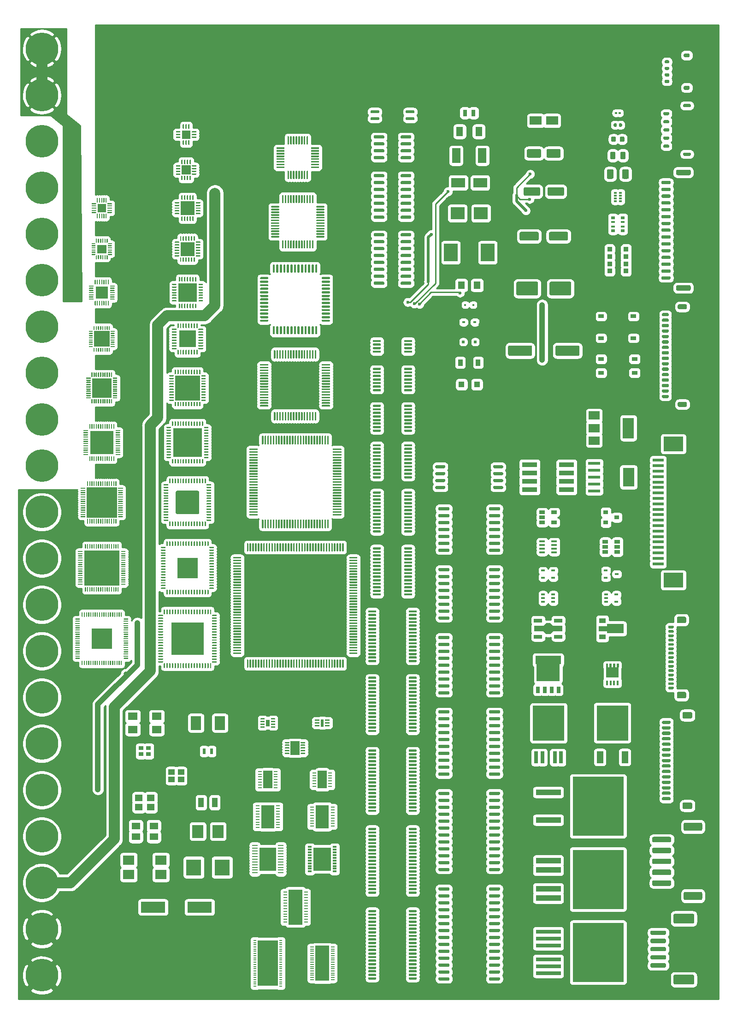
<source format=gbr>
%TF.GenerationSoftware,KiCad,Pcbnew,(5.1.9)-1*%
%TF.CreationDate,2021-03-19T17:13:39+07:00*%
%TF.ProjectId,notebook,6e6f7465-626f-46f6-9b2e-6b696361645f,rev?*%
%TF.SameCoordinates,Original*%
%TF.FileFunction,Copper,L2,Bot*%
%TF.FilePolarity,Positive*%
%FSLAX46Y46*%
G04 Gerber Fmt 4.6, Leading zero omitted, Abs format (unit mm)*
G04 Created by KiCad (PCBNEW (5.1.9)-1) date 2021-03-19 17:13:39*
%MOMM*%
%LPD*%
G01*
G04 APERTURE LIST*
%TA.AperFunction,SMDPad,CuDef*%
%ADD10R,2.100000X1.700000*%
%TD*%
%TA.AperFunction,SMDPad,CuDef*%
%ADD11R,2.800000X3.000000*%
%TD*%
%TA.AperFunction,SMDPad,CuDef*%
%ADD12R,1.600000X1.300000*%
%TD*%
%TA.AperFunction,SMDPad,CuDef*%
%ADD13R,2.000000X2.400000*%
%TD*%
%TA.AperFunction,SMDPad,CuDef*%
%ADD14R,1.400000X1.200000*%
%TD*%
%TA.AperFunction,SMDPad,CuDef*%
%ADD15R,1.000000X1.800000*%
%TD*%
%TA.AperFunction,SMDPad,CuDef*%
%ADD16R,1.150000X1.000000*%
%TD*%
%TA.AperFunction,SMDPad,CuDef*%
%ADD17R,0.900000X0.800000*%
%TD*%
%TA.AperFunction,SMDPad,CuDef*%
%ADD18R,0.600000X1.100000*%
%TD*%
%TA.AperFunction,SMDPad,CuDef*%
%ADD19R,1.800000X1.400000*%
%TD*%
%TA.AperFunction,SMDPad,CuDef*%
%ADD20R,1.900000X2.500000*%
%TD*%
%TA.AperFunction,SMDPad,CuDef*%
%ADD21R,4.500000X2.000000*%
%TD*%
%TA.AperFunction,SMDPad,CuDef*%
%ADD22R,1.700000X3.300000*%
%TD*%
%TA.AperFunction,SMDPad,CuDef*%
%ADD23R,0.700000X0.250000*%
%TD*%
%TA.AperFunction,SMDPad,CuDef*%
%ADD24R,3.700000X8.400000*%
%TD*%
%TA.AperFunction,SMDPad,CuDef*%
%ADD25R,0.630000X0.260000*%
%TD*%
%TA.AperFunction,SMDPad,CuDef*%
%ADD26R,2.640000X6.440000*%
%TD*%
%TA.AperFunction,SMDPad,CuDef*%
%ADD27R,0.700000X0.200000*%
%TD*%
%TA.AperFunction,SMDPad,CuDef*%
%ADD28R,0.600000X1.370000*%
%TD*%
%TA.AperFunction,SMDPad,CuDef*%
%ADD29R,0.700000X1.300000*%
%TD*%
%TA.AperFunction,SMDPad,CuDef*%
%ADD30R,1.700000X2.500000*%
%TD*%
%TA.AperFunction,SMDPad,CuDef*%
%ADD31R,2.440000X4.340000*%
%TD*%
%TA.AperFunction,SMDPad,CuDef*%
%ADD32R,3.240000X4.240000*%
%TD*%
%TA.AperFunction,SMDPad,CuDef*%
%ADD33R,0.780000X0.350000*%
%TD*%
%TA.AperFunction,SMDPad,CuDef*%
%ADD34R,3.140000X4.300000*%
%TD*%
%TA.AperFunction,SMDPad,CuDef*%
%ADD35R,0.980000X0.280000*%
%TD*%
%TA.AperFunction,SMDPad,CuDef*%
%ADD36R,1.650000X1.650000*%
%TD*%
%TA.AperFunction,SMDPad,CuDef*%
%ADD37R,1.700000X1.700000*%
%TD*%
%TA.AperFunction,SMDPad,CuDef*%
%ADD38R,2.500000X2.500000*%
%TD*%
%TA.AperFunction,SMDPad,CuDef*%
%ADD39R,2.600000X2.600000*%
%TD*%
%TA.AperFunction,SMDPad,CuDef*%
%ADD40R,1.750000X1.600000*%
%TD*%
%TA.AperFunction,SMDPad,CuDef*%
%ADD41C,0.150000*%
%TD*%
%TA.AperFunction,SMDPad,CuDef*%
%ADD42R,2.300000X2.300000*%
%TD*%
%TA.AperFunction,SMDPad,CuDef*%
%ADD43R,3.350000X3.350000*%
%TD*%
%TA.AperFunction,SMDPad,CuDef*%
%ADD44R,2.900000X2.900000*%
%TD*%
%TA.AperFunction,SMDPad,CuDef*%
%ADD45R,3.100000X3.100000*%
%TD*%
%TA.AperFunction,SMDPad,CuDef*%
%ADD46R,3.600000X3.600000*%
%TD*%
%TA.AperFunction,SMDPad,CuDef*%
%ADD47R,4.600000X4.600000*%
%TD*%
%TA.AperFunction,SMDPad,CuDef*%
%ADD48R,4.200000X4.200000*%
%TD*%
%TA.AperFunction,SMDPad,CuDef*%
%ADD49R,5.300000X5.300000*%
%TD*%
%TA.AperFunction,SMDPad,CuDef*%
%ADD50R,6.500000X6.500000*%
%TD*%
%TA.AperFunction,SMDPad,CuDef*%
%ADD51R,5.600000X5.600000*%
%TD*%
%TA.AperFunction,SMDPad,CuDef*%
%ADD52R,3.800000X3.800000*%
%TD*%
%TA.AperFunction,SMDPad,CuDef*%
%ADD53R,6.000000X6.000000*%
%TD*%
%TA.AperFunction,SMDPad,CuDef*%
%ADD54R,1.000000X0.700000*%
%TD*%
%TA.AperFunction,SMDPad,CuDef*%
%ADD55R,1.000000X0.800000*%
%TD*%
%TA.AperFunction,SMDPad,CuDef*%
%ADD56R,0.900000X0.900000*%
%TD*%
%TA.AperFunction,SMDPad,CuDef*%
%ADD57R,0.800000X0.500000*%
%TD*%
%TA.AperFunction,SMDPad,CuDef*%
%ADD58R,0.800000X0.400000*%
%TD*%
%TA.AperFunction,SMDPad,CuDef*%
%ADD59R,0.500000X0.400000*%
%TD*%
%TA.AperFunction,SMDPad,CuDef*%
%ADD60R,0.500000X0.300000*%
%TD*%
%TA.AperFunction,SMDPad,CuDef*%
%ADD61R,2.200000X1.600000*%
%TD*%
%TA.AperFunction,SMDPad,CuDef*%
%ADD62R,0.500000X0.500000*%
%TD*%
%TA.AperFunction,SMDPad,CuDef*%
%ADD63R,0.600000X0.450000*%
%TD*%
%TA.AperFunction,SMDPad,CuDef*%
%ADD64R,1.100000X1.100000*%
%TD*%
%TA.AperFunction,SMDPad,CuDef*%
%ADD65R,0.900000X1.200000*%
%TD*%
%TA.AperFunction,SMDPad,CuDef*%
%ADD66R,1.300000X1.400000*%
%TD*%
%TA.AperFunction,SMDPad,CuDef*%
%ADD67R,2.500000X3.300000*%
%TD*%
%TA.AperFunction,SMDPad,CuDef*%
%ADD68R,2.500000X2.300000*%
%TD*%
%TA.AperFunction,SMDPad,CuDef*%
%ADD69R,2.500000X1.800000*%
%TD*%
%TA.AperFunction,SMDPad,CuDef*%
%ADD70R,0.350000X0.350000*%
%TD*%
%TA.AperFunction,SMDPad,CuDef*%
%ADD71R,0.800000X1.200000*%
%TD*%
%TA.AperFunction,SMDPad,CuDef*%
%ADD72R,1.300000X1.700000*%
%TD*%
%TA.AperFunction,SMDPad,CuDef*%
%ADD73R,1.500000X2.700000*%
%TD*%
%TA.AperFunction,SMDPad,CuDef*%
%ADD74R,9.400000X10.800000*%
%TD*%
%TA.AperFunction,SMDPad,CuDef*%
%ADD75R,4.600000X0.800000*%
%TD*%
%TA.AperFunction,SMDPad,CuDef*%
%ADD76R,4.600000X1.100000*%
%TD*%
%TA.AperFunction,SMDPad,CuDef*%
%ADD77R,5.800000X6.400000*%
%TD*%
%TA.AperFunction,SMDPad,CuDef*%
%ADD78R,0.800000X2.200000*%
%TD*%
%TA.AperFunction,SMDPad,CuDef*%
%ADD79R,1.200000X2.200000*%
%TD*%
%TA.AperFunction,SMDPad,CuDef*%
%ADD80R,0.700000X1.150000*%
%TD*%
%TA.AperFunction,SMDPad,CuDef*%
%ADD81R,0.400000X0.830000*%
%TD*%
%TA.AperFunction,SMDPad,CuDef*%
%ADD82R,0.650000X0.400000*%
%TD*%
%TA.AperFunction,SMDPad,CuDef*%
%ADD83R,0.700000X0.450000*%
%TD*%
%TA.AperFunction,SMDPad,CuDef*%
%ADD84R,2.800000X0.950000*%
%TD*%
%TA.AperFunction,SMDPad,CuDef*%
%ADD85R,2.200000X0.600000*%
%TD*%
%TA.AperFunction,SMDPad,CuDef*%
%ADD86R,2.150000X3.450000*%
%TD*%
%TA.AperFunction,SMDPad,CuDef*%
%ADD87R,2.000000X1.500000*%
%TD*%
%TA.AperFunction,SMDPad,CuDef*%
%ADD88R,2.000000X3.800000*%
%TD*%
%TA.AperFunction,SMDPad,CuDef*%
%ADD89R,1.500000X0.700000*%
%TD*%
%TA.AperFunction,SMDPad,CuDef*%
%ADD90R,1.300000X0.900000*%
%TD*%
%TA.AperFunction,SMDPad,CuDef*%
%ADD91R,1.060000X0.400000*%
%TD*%
%TA.AperFunction,SMDPad,CuDef*%
%ADD92R,1.060000X0.650000*%
%TD*%
%TA.AperFunction,SMDPad,CuDef*%
%ADD93R,2.000000X0.610000*%
%TD*%
%TA.AperFunction,SMDPad,CuDef*%
%ADD94R,3.600000X2.680000*%
%TD*%
%TA.AperFunction,ComponentPad*%
%ADD95C,6.000000*%
%TD*%
%TA.AperFunction,ViaPad*%
%ADD96C,0.800000*%
%TD*%
%TA.AperFunction,ViaPad*%
%ADD97C,0.600000*%
%TD*%
%TA.AperFunction,ViaPad*%
%ADD98C,2.000000*%
%TD*%
%TA.AperFunction,ViaPad*%
%ADD99C,1.000000*%
%TD*%
%TA.AperFunction,Conductor*%
%ADD100C,2.000000*%
%TD*%
%TA.AperFunction,Conductor*%
%ADD101C,1.000000*%
%TD*%
%TA.AperFunction,Conductor*%
%ADD102C,0.250000*%
%TD*%
%TA.AperFunction,Conductor*%
%ADD103C,0.500000*%
%TD*%
%TA.AperFunction,Conductor*%
%ADD104C,0.254000*%
%TD*%
%TA.AperFunction,Conductor*%
%ADD105C,0.150000*%
%TD*%
G04 APERTURE END LIST*
D10*
%TO.P,7050,4*%
%TO.N,N/C*%
X60950000Y-196550000D03*
%TO.P,7050,3*%
X66850000Y-196550000D03*
%TO.P,7050,2*%
X66850000Y-193850000D03*
%TO.P,7050,1*%
X60950000Y-193850000D03*
%TD*%
D11*
%TO.P,7050,2*%
%TO.N,N/C*%
X78100000Y-195200000D03*
%TO.P,7050,1*%
X72900000Y-195200000D03*
%TD*%
D12*
%TO.P,5032,4*%
%TO.N,N/C*%
X62250000Y-189600000D03*
%TO.P,5032,3*%
X65550000Y-189600000D03*
%TO.P,5032,2*%
X65550000Y-187600000D03*
%TO.P,5032,1*%
X62250000Y-187600000D03*
%TD*%
D13*
%TO.P,5032,2*%
%TO.N,N/C*%
X77350000Y-188600000D03*
%TO.P,5032,1*%
X73650000Y-188600000D03*
%TD*%
D14*
%TO.P,3225,4*%
%TO.N,N/C*%
X62800000Y-184150000D03*
%TO.P,3225,3*%
X65000000Y-184150000D03*
%TO.P,3225,2*%
X65000000Y-182450000D03*
%TO.P,3225,1*%
X62800000Y-182450000D03*
%TD*%
D15*
%TO.P,3215,2*%
%TO.N,N/C*%
X74250000Y-183300000D03*
%TO.P,3215,1*%
X76750000Y-183300000D03*
%TD*%
D16*
%TO.P,2520,4*%
%TO.N,N/C*%
X68825000Y-179100000D03*
%TO.P,2520,3*%
X70575000Y-179100000D03*
%TO.P,2520,2*%
X70575000Y-177700000D03*
%TO.P,2520,1*%
X68825000Y-177700000D03*
%TD*%
D17*
%TO.P,2016,4*%
%TO.N,N/C*%
X63200000Y-174450000D03*
%TO.P,2016,3*%
X64600000Y-174450000D03*
%TO.P,2016,2*%
X64600000Y-173350000D03*
%TO.P,2016,1*%
X63200000Y-173350000D03*
%TD*%
D18*
%TO.P,2012,2*%
%TO.N,N/C*%
X76200000Y-173900000D03*
%TO.P,2012,1*%
X74800000Y-173900000D03*
%TD*%
D19*
%TO.P,0603,4*%
%TO.N,N/C*%
X61700000Y-169900000D03*
%TO.P,0603,3*%
X66100000Y-169900000D03*
%TO.P,0603,2*%
X66100000Y-167500000D03*
%TO.P,0603,1*%
X61700000Y-167500000D03*
%TD*%
D20*
%TO.P,0603,2*%
%TO.N,N/C*%
X77700000Y-168700000D03*
%TO.P,0603,1*%
X73300000Y-168700000D03*
%TD*%
D21*
%TO.P,HC49,2*%
%TO.N,N/C*%
X73950000Y-202500000D03*
%TO.P,HC49,1*%
X65450000Y-202500000D03*
%TD*%
D22*
%TO.P,DFN12_3x4,13*%
%TO.N,N/C*%
X96500000Y-179100000D03*
D23*
%TO.P,DFN12_3x4,12*%
X97950000Y-180350000D03*
%TO.P,DFN12_3x4,11*%
X97950000Y-179850000D03*
%TO.P,DFN12_3x4,10*%
X97950000Y-179350000D03*
%TO.P,DFN12_3x4,9*%
X97950000Y-178850000D03*
%TO.P,DFN12_3x4,8*%
X97950000Y-178350000D03*
%TO.P,DFN12_3x4,7*%
X97950000Y-177850000D03*
%TO.P,DFN12_3x4,6*%
X95050000Y-177850000D03*
%TO.P,DFN12_3x4,5*%
X95050000Y-178350000D03*
%TO.P,DFN12_3x4,4*%
X95050000Y-178850000D03*
%TO.P,DFN12_3x4,3*%
X95050000Y-179350000D03*
%TO.P,DFN12_3x4,2*%
X95050000Y-179850000D03*
%TO.P,DFN12_3x4,1*%
X95050000Y-180350000D03*
%TD*%
D24*
%TO.P,DFN44,45*%
%TO.N,N/C*%
X86500000Y-212800000D03*
D25*
%TO.P,DFN44,44*%
X88835000Y-217000000D03*
%TO.P,DFN44,43*%
X88835000Y-216600000D03*
%TO.P,DFN44,42*%
X88835000Y-216200000D03*
%TO.P,DFN44,41*%
X88835000Y-215800000D03*
%TO.P,DFN44,40*%
X88835000Y-215400000D03*
%TO.P,DFN44,39*%
X88835000Y-215000000D03*
%TO.P,DFN44,38*%
X88835000Y-214600000D03*
%TO.P,DFN44,37*%
X88835000Y-214200000D03*
%TO.P,DFN44,36*%
X88835000Y-213800000D03*
%TO.P,DFN44,35*%
X88835000Y-213400000D03*
%TO.P,DFN44,34*%
X88835000Y-213000000D03*
%TO.P,DFN44,33*%
X88835000Y-212600000D03*
%TO.P,DFN44,32*%
X88835000Y-212200000D03*
%TO.P,DFN44,31*%
X88835000Y-211800000D03*
%TO.P,DFN44,30*%
X88835000Y-211400000D03*
%TO.P,DFN44,29*%
X88835000Y-211000000D03*
%TO.P,DFN44,28*%
X88835000Y-210600000D03*
%TO.P,DFN44,27*%
X88835000Y-210200000D03*
%TO.P,DFN44,26*%
X88835000Y-209800000D03*
%TO.P,DFN44,25*%
X88835000Y-209400000D03*
%TO.P,DFN44,24*%
X88835000Y-209000000D03*
%TO.P,DFN44,23*%
X88835000Y-208600000D03*
%TO.P,DFN44,22*%
X84165000Y-208600000D03*
%TO.P,DFN44,21*%
X84165000Y-209000000D03*
%TO.P,DFN44,20*%
X84165000Y-209400000D03*
%TO.P,DFN44,19*%
X84165000Y-209800000D03*
%TO.P,DFN44,18*%
X84165000Y-210200000D03*
%TO.P,DFN44,17*%
X84165000Y-210600000D03*
%TO.P,DFN44,16*%
X84165000Y-211000000D03*
%TO.P,DFN44,15*%
X84165000Y-211400000D03*
%TO.P,DFN44,14*%
X84165000Y-211800000D03*
%TO.P,DFN44,13*%
X84165000Y-212200000D03*
%TO.P,DFN44,12*%
X84165000Y-212600000D03*
%TO.P,DFN44,11*%
X84165000Y-213000000D03*
%TO.P,DFN44,10*%
X84165000Y-213400000D03*
%TO.P,DFN44,9*%
X84165000Y-213800000D03*
%TO.P,DFN44,8*%
X84165000Y-214200000D03*
%TO.P,DFN44,7*%
X84165000Y-214600000D03*
%TO.P,DFN44,6*%
X84165000Y-215000000D03*
%TO.P,DFN44,5*%
X84165000Y-215400000D03*
%TO.P,DFN44,4*%
X84165000Y-215800000D03*
%TO.P,DFN44,3*%
X84165000Y-216200000D03*
%TO.P,DFN44,2*%
X84165000Y-216600000D03*
%TO.P,DFN44,1*%
X84165000Y-217000000D03*
%TD*%
D26*
%TO.P,DFN32,33*%
%TO.N,N/C*%
X96500000Y-212800000D03*
D27*
%TO.P,DFN32,32*%
X98400000Y-215800000D03*
%TO.P,DFN32,31*%
X98400000Y-215400000D03*
%TO.P,DFN32,30*%
X98400000Y-215000000D03*
%TO.P,DFN32,29*%
X98400000Y-214600000D03*
%TO.P,DFN32,28*%
X98400000Y-214200000D03*
%TO.P,DFN32,27*%
X98400000Y-213800000D03*
%TO.P,DFN32,26*%
X98400000Y-213400000D03*
%TO.P,DFN32,25*%
X98400000Y-213000000D03*
%TO.P,DFN32,24*%
X98400000Y-212600000D03*
%TO.P,DFN32,23*%
X98400000Y-212200000D03*
%TO.P,DFN32,22*%
X98400000Y-211800000D03*
%TO.P,DFN32,21*%
X98400000Y-211400000D03*
%TO.P,DFN32,20*%
X98400000Y-211000000D03*
%TO.P,DFN32,19*%
X98400000Y-210600000D03*
%TO.P,DFN32,18*%
X98400000Y-210200000D03*
%TO.P,DFN32,17*%
X98400000Y-209800000D03*
%TO.P,DFN32,16*%
X94600000Y-209800000D03*
%TO.P,DFN32,15*%
X94600000Y-210200000D03*
%TO.P,DFN32,14*%
X94600000Y-210600000D03*
%TO.P,DFN32,13*%
X94600000Y-211000000D03*
%TO.P,DFN32,12*%
X94600000Y-211400000D03*
%TO.P,DFN32,11*%
X94600000Y-211800000D03*
%TO.P,DFN32,10*%
X94600000Y-212200000D03*
%TO.P,DFN32,9*%
X94600000Y-212600000D03*
%TO.P,DFN32,8*%
X94600000Y-213000000D03*
%TO.P,DFN32,7*%
X94600000Y-213400000D03*
%TO.P,DFN32,6*%
X94600000Y-213800000D03*
%TO.P,DFN32,5*%
X94600000Y-214200000D03*
%TO.P,DFN32,4*%
X94600000Y-214600000D03*
%TO.P,DFN32,3*%
X94600000Y-215000000D03*
%TO.P,DFN32,2*%
X94600000Y-215400000D03*
%TO.P,DFN32,1*%
X94600000Y-215800000D03*
%TD*%
D28*
%TO.P,DFN6_2x2,7*%
%TO.N,N/C*%
X96500000Y-168700000D03*
%TO.P,DFN6_2x2,6*%
%TA.AperFunction,SMDPad,CuDef*%
G36*
G01*
X97000000Y-169262500D02*
X97000000Y-169137500D01*
G75*
G02*
X97062500Y-169075000I62500J0D01*
G01*
X97812500Y-169075000D01*
G75*
G02*
X97875000Y-169137500I0J-62500D01*
G01*
X97875000Y-169262500D01*
G75*
G02*
X97812500Y-169325000I-62500J0D01*
G01*
X97062500Y-169325000D01*
G75*
G02*
X97000000Y-169262500I0J62500D01*
G01*
G37*
%TD.AperFunction*%
%TO.P,DFN6_2x2,5*%
%TA.AperFunction,SMDPad,CuDef*%
G36*
G01*
X97000000Y-168762500D02*
X97000000Y-168637500D01*
G75*
G02*
X97062500Y-168575000I62500J0D01*
G01*
X97812500Y-168575000D01*
G75*
G02*
X97875000Y-168637500I0J-62500D01*
G01*
X97875000Y-168762500D01*
G75*
G02*
X97812500Y-168825000I-62500J0D01*
G01*
X97062500Y-168825000D01*
G75*
G02*
X97000000Y-168762500I0J62500D01*
G01*
G37*
%TD.AperFunction*%
%TO.P,DFN6_2x2,4*%
%TA.AperFunction,SMDPad,CuDef*%
G36*
G01*
X97000000Y-168262500D02*
X97000000Y-168137500D01*
G75*
G02*
X97062500Y-168075000I62500J0D01*
G01*
X97812500Y-168075000D01*
G75*
G02*
X97875000Y-168137500I0J-62500D01*
G01*
X97875000Y-168262500D01*
G75*
G02*
X97812500Y-168325000I-62500J0D01*
G01*
X97062500Y-168325000D01*
G75*
G02*
X97000000Y-168262500I0J62500D01*
G01*
G37*
%TD.AperFunction*%
%TO.P,DFN6_2x2,3*%
%TA.AperFunction,SMDPad,CuDef*%
G36*
G01*
X95125000Y-168262500D02*
X95125000Y-168137500D01*
G75*
G02*
X95187500Y-168075000I62500J0D01*
G01*
X95937500Y-168075000D01*
G75*
G02*
X96000000Y-168137500I0J-62500D01*
G01*
X96000000Y-168262500D01*
G75*
G02*
X95937500Y-168325000I-62500J0D01*
G01*
X95187500Y-168325000D01*
G75*
G02*
X95125000Y-168262500I0J62500D01*
G01*
G37*
%TD.AperFunction*%
%TO.P,DFN6_2x2,2*%
%TA.AperFunction,SMDPad,CuDef*%
G36*
G01*
X95125000Y-168762500D02*
X95125000Y-168637500D01*
G75*
G02*
X95187500Y-168575000I62500J0D01*
G01*
X95937500Y-168575000D01*
G75*
G02*
X96000000Y-168637500I0J-62500D01*
G01*
X96000000Y-168762500D01*
G75*
G02*
X95937500Y-168825000I-62500J0D01*
G01*
X95187500Y-168825000D01*
G75*
G02*
X95125000Y-168762500I0J62500D01*
G01*
G37*
%TD.AperFunction*%
%TO.P,DFN6_2x2,1*%
%TA.AperFunction,SMDPad,CuDef*%
G36*
G01*
X95125000Y-169262500D02*
X95125000Y-169137500D01*
G75*
G02*
X95187500Y-169075000I62500J0D01*
G01*
X95937500Y-169075000D01*
G75*
G02*
X96000000Y-169137500I0J-62500D01*
G01*
X96000000Y-169262500D01*
G75*
G02*
X95937500Y-169325000I-62500J0D01*
G01*
X95187500Y-169325000D01*
G75*
G02*
X95125000Y-169262500I0J62500D01*
G01*
G37*
%TD.AperFunction*%
%TD*%
D29*
%TO.P,DFN8_2x2,9*%
%TO.N,N/C*%
X86500000Y-168700000D03*
%TO.P,DFN8_2x2,8*%
%TA.AperFunction,SMDPad,CuDef*%
G36*
G01*
X87075000Y-169512500D02*
X87075000Y-169387500D01*
G75*
G02*
X87137500Y-169325000I62500J0D01*
G01*
X87787500Y-169325000D01*
G75*
G02*
X87850000Y-169387500I0J-62500D01*
G01*
X87850000Y-169512500D01*
G75*
G02*
X87787500Y-169575000I-62500J0D01*
G01*
X87137500Y-169575000D01*
G75*
G02*
X87075000Y-169512500I0J62500D01*
G01*
G37*
%TD.AperFunction*%
%TO.P,DFN8_2x2,7*%
%TA.AperFunction,SMDPad,CuDef*%
G36*
G01*
X87075000Y-169012500D02*
X87075000Y-168887500D01*
G75*
G02*
X87137500Y-168825000I62500J0D01*
G01*
X87787500Y-168825000D01*
G75*
G02*
X87850000Y-168887500I0J-62500D01*
G01*
X87850000Y-169012500D01*
G75*
G02*
X87787500Y-169075000I-62500J0D01*
G01*
X87137500Y-169075000D01*
G75*
G02*
X87075000Y-169012500I0J62500D01*
G01*
G37*
%TD.AperFunction*%
%TO.P,DFN8_2x2,6*%
%TA.AperFunction,SMDPad,CuDef*%
G36*
G01*
X87075000Y-168512500D02*
X87075000Y-168387500D01*
G75*
G02*
X87137500Y-168325000I62500J0D01*
G01*
X87787500Y-168325000D01*
G75*
G02*
X87850000Y-168387500I0J-62500D01*
G01*
X87850000Y-168512500D01*
G75*
G02*
X87787500Y-168575000I-62500J0D01*
G01*
X87137500Y-168575000D01*
G75*
G02*
X87075000Y-168512500I0J62500D01*
G01*
G37*
%TD.AperFunction*%
%TO.P,DFN8_2x2,5*%
%TA.AperFunction,SMDPad,CuDef*%
G36*
G01*
X87075000Y-168012500D02*
X87075000Y-167887500D01*
G75*
G02*
X87137500Y-167825000I62500J0D01*
G01*
X87787500Y-167825000D01*
G75*
G02*
X87850000Y-167887500I0J-62500D01*
G01*
X87850000Y-168012500D01*
G75*
G02*
X87787500Y-168075000I-62500J0D01*
G01*
X87137500Y-168075000D01*
G75*
G02*
X87075000Y-168012500I0J62500D01*
G01*
G37*
%TD.AperFunction*%
%TO.P,DFN8_2x2,4*%
%TA.AperFunction,SMDPad,CuDef*%
G36*
G01*
X85150000Y-168012500D02*
X85150000Y-167887500D01*
G75*
G02*
X85212500Y-167825000I62500J0D01*
G01*
X85862500Y-167825000D01*
G75*
G02*
X85925000Y-167887500I0J-62500D01*
G01*
X85925000Y-168012500D01*
G75*
G02*
X85862500Y-168075000I-62500J0D01*
G01*
X85212500Y-168075000D01*
G75*
G02*
X85150000Y-168012500I0J62500D01*
G01*
G37*
%TD.AperFunction*%
%TO.P,DFN8_2x2,3*%
%TA.AperFunction,SMDPad,CuDef*%
G36*
G01*
X85150000Y-168512500D02*
X85150000Y-168387500D01*
G75*
G02*
X85212500Y-168325000I62500J0D01*
G01*
X85862500Y-168325000D01*
G75*
G02*
X85925000Y-168387500I0J-62500D01*
G01*
X85925000Y-168512500D01*
G75*
G02*
X85862500Y-168575000I-62500J0D01*
G01*
X85212500Y-168575000D01*
G75*
G02*
X85150000Y-168512500I0J62500D01*
G01*
G37*
%TD.AperFunction*%
%TO.P,DFN8_2x2,2*%
%TA.AperFunction,SMDPad,CuDef*%
G36*
G01*
X85150000Y-169012500D02*
X85150000Y-168887500D01*
G75*
G02*
X85212500Y-168825000I62500J0D01*
G01*
X85862500Y-168825000D01*
G75*
G02*
X85925000Y-168887500I0J-62500D01*
G01*
X85925000Y-169012500D01*
G75*
G02*
X85862500Y-169075000I-62500J0D01*
G01*
X85212500Y-169075000D01*
G75*
G02*
X85150000Y-169012500I0J62500D01*
G01*
G37*
%TD.AperFunction*%
%TO.P,DFN8_2x2,1*%
%TA.AperFunction,SMDPad,CuDef*%
G36*
G01*
X85150000Y-169512500D02*
X85150000Y-169387500D01*
G75*
G02*
X85212500Y-169325000I62500J0D01*
G01*
X85862500Y-169325000D01*
G75*
G02*
X85925000Y-169387500I0J-62500D01*
G01*
X85925000Y-169512500D01*
G75*
G02*
X85862500Y-169575000I-62500J0D01*
G01*
X85212500Y-169575000D01*
G75*
G02*
X85150000Y-169512500I0J62500D01*
G01*
G37*
%TD.AperFunction*%
%TD*%
D30*
%TO.P,DFN10_3x3,11*%
%TO.N,N/C*%
X91500000Y-173300000D03*
%TO.P,DFN10_3x3,10*%
%TA.AperFunction,SMDPad,CuDef*%
G36*
G01*
X92550000Y-174362500D02*
X92550000Y-174237500D01*
G75*
G02*
X92612500Y-174175000I62500J0D01*
G01*
X93312500Y-174175000D01*
G75*
G02*
X93375000Y-174237500I0J-62500D01*
G01*
X93375000Y-174362500D01*
G75*
G02*
X93312500Y-174425000I-62500J0D01*
G01*
X92612500Y-174425000D01*
G75*
G02*
X92550000Y-174362500I0J62500D01*
G01*
G37*
%TD.AperFunction*%
%TO.P,DFN10_3x3,9*%
%TA.AperFunction,SMDPad,CuDef*%
G36*
G01*
X92550000Y-173862500D02*
X92550000Y-173737500D01*
G75*
G02*
X92612500Y-173675000I62500J0D01*
G01*
X93312500Y-173675000D01*
G75*
G02*
X93375000Y-173737500I0J-62500D01*
G01*
X93375000Y-173862500D01*
G75*
G02*
X93312500Y-173925000I-62500J0D01*
G01*
X92612500Y-173925000D01*
G75*
G02*
X92550000Y-173862500I0J62500D01*
G01*
G37*
%TD.AperFunction*%
%TO.P,DFN10_3x3,8*%
%TA.AperFunction,SMDPad,CuDef*%
G36*
G01*
X92550000Y-173362500D02*
X92550000Y-173237500D01*
G75*
G02*
X92612500Y-173175000I62500J0D01*
G01*
X93312500Y-173175000D01*
G75*
G02*
X93375000Y-173237500I0J-62500D01*
G01*
X93375000Y-173362500D01*
G75*
G02*
X93312500Y-173425000I-62500J0D01*
G01*
X92612500Y-173425000D01*
G75*
G02*
X92550000Y-173362500I0J62500D01*
G01*
G37*
%TD.AperFunction*%
%TO.P,DFN10_3x3,7*%
%TA.AperFunction,SMDPad,CuDef*%
G36*
G01*
X92550000Y-172862500D02*
X92550000Y-172737500D01*
G75*
G02*
X92612500Y-172675000I62500J0D01*
G01*
X93312500Y-172675000D01*
G75*
G02*
X93375000Y-172737500I0J-62500D01*
G01*
X93375000Y-172862500D01*
G75*
G02*
X93312500Y-172925000I-62500J0D01*
G01*
X92612500Y-172925000D01*
G75*
G02*
X92550000Y-172862500I0J62500D01*
G01*
G37*
%TD.AperFunction*%
%TO.P,DFN10_3x3,6*%
%TA.AperFunction,SMDPad,CuDef*%
G36*
G01*
X92550000Y-172362500D02*
X92550000Y-172237500D01*
G75*
G02*
X92612500Y-172175000I62500J0D01*
G01*
X93312500Y-172175000D01*
G75*
G02*
X93375000Y-172237500I0J-62500D01*
G01*
X93375000Y-172362500D01*
G75*
G02*
X93312500Y-172425000I-62500J0D01*
G01*
X92612500Y-172425000D01*
G75*
G02*
X92550000Y-172362500I0J62500D01*
G01*
G37*
%TD.AperFunction*%
%TO.P,DFN10_3x3,5*%
%TA.AperFunction,SMDPad,CuDef*%
G36*
G01*
X89625000Y-172362500D02*
X89625000Y-172237500D01*
G75*
G02*
X89687500Y-172175000I62500J0D01*
G01*
X90387500Y-172175000D01*
G75*
G02*
X90450000Y-172237500I0J-62500D01*
G01*
X90450000Y-172362500D01*
G75*
G02*
X90387500Y-172425000I-62500J0D01*
G01*
X89687500Y-172425000D01*
G75*
G02*
X89625000Y-172362500I0J62500D01*
G01*
G37*
%TD.AperFunction*%
%TO.P,DFN10_3x3,4*%
%TA.AperFunction,SMDPad,CuDef*%
G36*
G01*
X89625000Y-172862500D02*
X89625000Y-172737500D01*
G75*
G02*
X89687500Y-172675000I62500J0D01*
G01*
X90387500Y-172675000D01*
G75*
G02*
X90450000Y-172737500I0J-62500D01*
G01*
X90450000Y-172862500D01*
G75*
G02*
X90387500Y-172925000I-62500J0D01*
G01*
X89687500Y-172925000D01*
G75*
G02*
X89625000Y-172862500I0J62500D01*
G01*
G37*
%TD.AperFunction*%
%TO.P,DFN10_3x3,3*%
%TA.AperFunction,SMDPad,CuDef*%
G36*
G01*
X89625000Y-173362500D02*
X89625000Y-173237500D01*
G75*
G02*
X89687500Y-173175000I62500J0D01*
G01*
X90387500Y-173175000D01*
G75*
G02*
X90450000Y-173237500I0J-62500D01*
G01*
X90450000Y-173362500D01*
G75*
G02*
X90387500Y-173425000I-62500J0D01*
G01*
X89687500Y-173425000D01*
G75*
G02*
X89625000Y-173362500I0J62500D01*
G01*
G37*
%TD.AperFunction*%
%TO.P,DFN10_3x3,2*%
%TA.AperFunction,SMDPad,CuDef*%
G36*
G01*
X89625000Y-173862500D02*
X89625000Y-173737500D01*
G75*
G02*
X89687500Y-173675000I62500J0D01*
G01*
X90387500Y-173675000D01*
G75*
G02*
X90450000Y-173737500I0J-62500D01*
G01*
X90450000Y-173862500D01*
G75*
G02*
X90387500Y-173925000I-62500J0D01*
G01*
X89687500Y-173925000D01*
G75*
G02*
X89625000Y-173862500I0J62500D01*
G01*
G37*
%TD.AperFunction*%
%TO.P,DFN10_3x3,1*%
%TA.AperFunction,SMDPad,CuDef*%
G36*
G01*
X89625000Y-174362500D02*
X89625000Y-174237500D01*
G75*
G02*
X89687500Y-174175000I62500J0D01*
G01*
X90387500Y-174175000D01*
G75*
G02*
X90450000Y-174237500I0J-62500D01*
G01*
X90450000Y-174362500D01*
G75*
G02*
X90387500Y-174425000I-62500J0D01*
G01*
X89687500Y-174425000D01*
G75*
G02*
X89625000Y-174362500I0J62500D01*
G01*
G37*
%TD.AperFunction*%
%TD*%
D22*
%TO.P,DFN14_3x4,15*%
%TO.N,N/C*%
X86500000Y-179100000D03*
D23*
%TO.P,DFN14_3x4,14*%
X87950000Y-180600000D03*
%TO.P,DFN14_3x4,13*%
X87950000Y-180100000D03*
%TO.P,DFN14_3x4,12*%
X87950000Y-179600000D03*
%TO.P,DFN14_3x4,11*%
X87950000Y-179100000D03*
%TO.P,DFN14_3x4,10*%
X87950000Y-178600000D03*
%TO.P,DFN14_3x4,9*%
X87950000Y-178100000D03*
%TO.P,DFN14_3x4,8*%
X87950000Y-177600000D03*
%TO.P,DFN14_3x4,7*%
X85050000Y-177600000D03*
%TO.P,DFN14_3x4,6*%
X85050000Y-178100000D03*
%TO.P,DFN14_3x4,5*%
X85050000Y-178600000D03*
%TO.P,DFN14_3x4,4*%
X85050000Y-179100000D03*
%TO.P,DFN14_3x4,3*%
X85050000Y-179600000D03*
%TO.P,DFN14_3x4,2*%
X85050000Y-180100000D03*
%TO.P,DFN14_3x4,1*%
X85050000Y-180600000D03*
%TD*%
D31*
%TO.P,DFN16_4x5,17*%
%TO.N,N/C*%
X96500000Y-185900000D03*
D23*
%TO.P,DFN16_4x5,16*%
X98400000Y-187650000D03*
%TO.P,DFN16_4x5,15*%
X98400000Y-187150000D03*
%TO.P,DFN16_4x5,14*%
X98400000Y-186650000D03*
%TO.P,DFN16_4x5,13*%
X98400000Y-186150000D03*
%TO.P,DFN16_4x5,12*%
X98400000Y-185650000D03*
%TO.P,DFN16_4x5,11*%
X98400000Y-185150000D03*
%TO.P,DFN16_4x5,10*%
X98400000Y-184650000D03*
%TO.P,DFN16_4x5,9*%
X98400000Y-184150000D03*
%TO.P,DFN16_4x5,8*%
X94600000Y-184150000D03*
%TO.P,DFN16_4x5,7*%
X94600000Y-184650000D03*
%TO.P,DFN16_4x5,6*%
X94600000Y-185150000D03*
%TO.P,DFN16_4x5,5*%
X94600000Y-185650000D03*
%TO.P,DFN16_4x5,4*%
X94600000Y-186150000D03*
%TO.P,DFN16_4x5,3*%
X94600000Y-186650000D03*
%TO.P,DFN16_4x5,2*%
X94600000Y-187150000D03*
%TO.P,DFN16_4x5,1*%
X94600000Y-187650000D03*
%TD*%
D31*
%TO.P,DFN18_4x5,19*%
%TO.N,N/C*%
X86500000Y-185900000D03*
D23*
%TO.P,DFN18_4x5,18*%
X88400000Y-187900000D03*
%TO.P,DFN18_4x5,17*%
X88400000Y-187400000D03*
%TO.P,DFN18_4x5,16*%
X88400000Y-186900000D03*
%TO.P,DFN18_4x5,15*%
X88400000Y-186400000D03*
%TO.P,DFN18_4x5,14*%
X88400000Y-185900000D03*
%TO.P,DFN18_4x5,13*%
X88400000Y-185400000D03*
%TO.P,DFN18_4x5,12*%
X88400000Y-184900000D03*
%TO.P,DFN18_4x5,11*%
X88400000Y-184400000D03*
%TO.P,DFN18_4x5,10*%
X88400000Y-183900000D03*
%TO.P,DFN18_4x5,9*%
X84600000Y-183900000D03*
%TO.P,DFN18_4x5,8*%
X84600000Y-184400000D03*
%TO.P,DFN18_4x5,7*%
X84600000Y-184900000D03*
%TO.P,DFN18_4x5,6*%
X84600000Y-185400000D03*
%TO.P,DFN18_4x5,5*%
X84600000Y-185900000D03*
%TO.P,DFN18_4x5,4*%
X84600000Y-186400000D03*
%TO.P,DFN18_4x5,3*%
X84600000Y-186900000D03*
%TO.P,DFN18_4x5,2*%
X84600000Y-187400000D03*
%TO.P,DFN18_4x5,1*%
X84600000Y-187900000D03*
%TD*%
D32*
%TO.P,DFN20_5x6,21*%
%TO.N,N/C*%
X96500000Y-193700000D03*
D33*
%TO.P,DFN20_5x6,20*%
X98760000Y-195950000D03*
%TO.P,DFN20_5x6,19*%
X98760000Y-195450000D03*
%TO.P,DFN20_5x6,18*%
X98760000Y-194950000D03*
%TO.P,DFN20_5x6,17*%
X98760000Y-194450000D03*
%TO.P,DFN20_5x6,16*%
X98760000Y-193950000D03*
%TO.P,DFN20_5x6,15*%
X98760000Y-193450000D03*
%TO.P,DFN20_5x6,14*%
X98760000Y-192950000D03*
%TO.P,DFN20_5x6,13*%
X98760000Y-192450000D03*
%TO.P,DFN20_5x6,12*%
X98760000Y-191950000D03*
%TO.P,DFN20_5x6,11*%
X98760000Y-191450000D03*
%TO.P,DFN20_5x6,10*%
X94240000Y-191450000D03*
%TO.P,DFN20_5x6,9*%
X94240000Y-191950000D03*
%TO.P,DFN20_5x6,8*%
X94240000Y-192450000D03*
%TO.P,DFN20_5x6,7*%
X94240000Y-192950000D03*
%TO.P,DFN20_5x6,6*%
X94240000Y-193450000D03*
%TO.P,DFN20_5x6,5*%
X94240000Y-193950000D03*
%TO.P,DFN20_5x6,4*%
X94240000Y-194450000D03*
%TO.P,DFN20_5x6,3*%
X94240000Y-194950000D03*
%TO.P,DFN20_5x6,2*%
X94240000Y-195450000D03*
%TO.P,DFN20_5x6,1*%
X94240000Y-195950000D03*
%TD*%
D34*
%TO.P,DFN22_5x6,23*%
%TO.N,N/C*%
X86500000Y-193700000D03*
D35*
%TO.P,DFN22_5x6,22*%
X88895000Y-196200000D03*
%TO.P,DFN22_5x6,21*%
X88895000Y-195700000D03*
%TO.P,DFN22_5x6,20*%
X88895000Y-195200000D03*
%TO.P,DFN22_5x6,19*%
X88895000Y-194700000D03*
%TO.P,DFN22_5x6,18*%
X88895000Y-194200000D03*
%TO.P,DFN22_5x6,17*%
X88895000Y-193700000D03*
%TO.P,DFN22_5x6,16*%
X88895000Y-193200000D03*
%TO.P,DFN22_5x6,15*%
X88895000Y-192700000D03*
%TO.P,DFN22_5x6,14*%
X88895000Y-192200000D03*
%TO.P,DFN22_5x6,13*%
X88895000Y-191700000D03*
%TO.P,DFN22_5x6,12*%
X88895000Y-191200000D03*
%TO.P,DFN22_5x6,11*%
X84105000Y-191200000D03*
%TO.P,DFN22_5x6,10*%
X84105000Y-191700000D03*
%TO.P,DFN22_5x6,9*%
X84105000Y-192200000D03*
%TO.P,DFN22_5x6,8*%
X84105000Y-192700000D03*
%TO.P,DFN22_5x6,7*%
X84105000Y-193200000D03*
%TO.P,DFN22_5x6,6*%
X84105000Y-193700000D03*
%TO.P,DFN22_5x6,5*%
X84105000Y-194200000D03*
%TO.P,DFN22_5x6,4*%
X84105000Y-194700000D03*
%TO.P,DFN22_5x6,3*%
X84105000Y-195200000D03*
%TO.P,DFN22_5x6,2*%
X84105000Y-195700000D03*
%TO.P,DFN22_5x6,1*%
X84105000Y-196200000D03*
%TD*%
D26*
%TO.P,DFN24_4x7,25*%
%TO.N,N/C*%
X91600000Y-202500000D03*
D23*
%TO.P,DFN24_4x7,24*%
X93500000Y-205250000D03*
%TO.P,DFN24_4x7,23*%
X93500000Y-204750000D03*
%TO.P,DFN24_4x7,22*%
X93500000Y-204250000D03*
%TO.P,DFN24_4x7,21*%
X93500000Y-203750000D03*
%TO.P,DFN24_4x7,20*%
X93500000Y-203250000D03*
%TO.P,DFN24_4x7,19*%
X93500000Y-202750000D03*
%TO.P,DFN24_4x7,18*%
X93500000Y-202250000D03*
%TO.P,DFN24_4x7,17*%
X93500000Y-201750000D03*
%TO.P,DFN24_4x7,16*%
X93500000Y-201250000D03*
%TO.P,DFN24_4x7,15*%
X93500000Y-200750000D03*
%TO.P,DFN24_4x7,14*%
X93500000Y-200250000D03*
%TO.P,DFN24_4x7,13*%
X93500000Y-199750000D03*
%TO.P,DFN24_4x7,12*%
X89700000Y-199750000D03*
%TO.P,DFN24_4x7,11*%
X89700000Y-200250000D03*
%TO.P,DFN24_4x7,10*%
X89700000Y-200750000D03*
%TO.P,DFN24_4x7,9*%
X89700000Y-201250000D03*
%TO.P,DFN24_4x7,8*%
X89700000Y-201750000D03*
%TO.P,DFN24_4x7,7*%
X89700000Y-202250000D03*
%TO.P,DFN24_4x7,6*%
X89700000Y-202750000D03*
%TO.P,DFN24_4x7,5*%
X89700000Y-203250000D03*
%TO.P,DFN24_4x7,4*%
X89700000Y-203750000D03*
%TO.P,DFN24_4x7,3*%
X89700000Y-204250000D03*
%TO.P,DFN24_4x7,2*%
X89700000Y-204750000D03*
%TO.P,DFN24_4x7,1*%
X89700000Y-205250000D03*
%TD*%
D36*
%TO.P,QFN12,13*%
%TO.N,N/C*%
X71500000Y-60750000D03*
%TO.P,QFN12,12*%
%TA.AperFunction,SMDPad,CuDef*%
G36*
G01*
X70875000Y-62562500D02*
X70875000Y-61862500D01*
G75*
G02*
X70937500Y-61800000I62500J0D01*
G01*
X71062500Y-61800000D01*
G75*
G02*
X71125000Y-61862500I0J-62500D01*
G01*
X71125000Y-62562500D01*
G75*
G02*
X71062500Y-62625000I-62500J0D01*
G01*
X70937500Y-62625000D01*
G75*
G02*
X70875000Y-62562500I0J62500D01*
G01*
G37*
%TD.AperFunction*%
%TO.P,QFN12,11*%
%TA.AperFunction,SMDPad,CuDef*%
G36*
G01*
X71375000Y-62562500D02*
X71375000Y-61862500D01*
G75*
G02*
X71437500Y-61800000I62500J0D01*
G01*
X71562500Y-61800000D01*
G75*
G02*
X71625000Y-61862500I0J-62500D01*
G01*
X71625000Y-62562500D01*
G75*
G02*
X71562500Y-62625000I-62500J0D01*
G01*
X71437500Y-62625000D01*
G75*
G02*
X71375000Y-62562500I0J62500D01*
G01*
G37*
%TD.AperFunction*%
%TO.P,QFN12,10*%
%TA.AperFunction,SMDPad,CuDef*%
G36*
G01*
X71875000Y-62562500D02*
X71875000Y-61862500D01*
G75*
G02*
X71937500Y-61800000I62500J0D01*
G01*
X72062500Y-61800000D01*
G75*
G02*
X72125000Y-61862500I0J-62500D01*
G01*
X72125000Y-62562500D01*
G75*
G02*
X72062500Y-62625000I-62500J0D01*
G01*
X71937500Y-62625000D01*
G75*
G02*
X71875000Y-62562500I0J62500D01*
G01*
G37*
%TD.AperFunction*%
%TO.P,QFN12,9*%
%TA.AperFunction,SMDPad,CuDef*%
G36*
G01*
X72550000Y-61312500D02*
X72550000Y-61187500D01*
G75*
G02*
X72612500Y-61125000I62500J0D01*
G01*
X73312500Y-61125000D01*
G75*
G02*
X73375000Y-61187500I0J-62500D01*
G01*
X73375000Y-61312500D01*
G75*
G02*
X73312500Y-61375000I-62500J0D01*
G01*
X72612500Y-61375000D01*
G75*
G02*
X72550000Y-61312500I0J62500D01*
G01*
G37*
%TD.AperFunction*%
%TO.P,QFN12,8*%
%TA.AperFunction,SMDPad,CuDef*%
G36*
G01*
X72550000Y-60812500D02*
X72550000Y-60687500D01*
G75*
G02*
X72612500Y-60625000I62500J0D01*
G01*
X73312500Y-60625000D01*
G75*
G02*
X73375000Y-60687500I0J-62500D01*
G01*
X73375000Y-60812500D01*
G75*
G02*
X73312500Y-60875000I-62500J0D01*
G01*
X72612500Y-60875000D01*
G75*
G02*
X72550000Y-60812500I0J62500D01*
G01*
G37*
%TD.AperFunction*%
%TO.P,QFN12,7*%
%TA.AperFunction,SMDPad,CuDef*%
G36*
G01*
X72550000Y-60312500D02*
X72550000Y-60187500D01*
G75*
G02*
X72612500Y-60125000I62500J0D01*
G01*
X73312500Y-60125000D01*
G75*
G02*
X73375000Y-60187500I0J-62500D01*
G01*
X73375000Y-60312500D01*
G75*
G02*
X73312500Y-60375000I-62500J0D01*
G01*
X72612500Y-60375000D01*
G75*
G02*
X72550000Y-60312500I0J62500D01*
G01*
G37*
%TD.AperFunction*%
%TO.P,QFN12,6*%
%TA.AperFunction,SMDPad,CuDef*%
G36*
G01*
X71875000Y-59637500D02*
X71875000Y-58937500D01*
G75*
G02*
X71937500Y-58875000I62500J0D01*
G01*
X72062500Y-58875000D01*
G75*
G02*
X72125000Y-58937500I0J-62500D01*
G01*
X72125000Y-59637500D01*
G75*
G02*
X72062500Y-59700000I-62500J0D01*
G01*
X71937500Y-59700000D01*
G75*
G02*
X71875000Y-59637500I0J62500D01*
G01*
G37*
%TD.AperFunction*%
%TO.P,QFN12,5*%
%TA.AperFunction,SMDPad,CuDef*%
G36*
G01*
X71375000Y-59637500D02*
X71375000Y-58937500D01*
G75*
G02*
X71437500Y-58875000I62500J0D01*
G01*
X71562500Y-58875000D01*
G75*
G02*
X71625000Y-58937500I0J-62500D01*
G01*
X71625000Y-59637500D01*
G75*
G02*
X71562500Y-59700000I-62500J0D01*
G01*
X71437500Y-59700000D01*
G75*
G02*
X71375000Y-59637500I0J62500D01*
G01*
G37*
%TD.AperFunction*%
%TO.P,QFN12,4*%
%TA.AperFunction,SMDPad,CuDef*%
G36*
G01*
X70875000Y-59637500D02*
X70875000Y-58937500D01*
G75*
G02*
X70937500Y-58875000I62500J0D01*
G01*
X71062500Y-58875000D01*
G75*
G02*
X71125000Y-58937500I0J-62500D01*
G01*
X71125000Y-59637500D01*
G75*
G02*
X71062500Y-59700000I-62500J0D01*
G01*
X70937500Y-59700000D01*
G75*
G02*
X70875000Y-59637500I0J62500D01*
G01*
G37*
%TD.AperFunction*%
%TO.P,QFN12,3*%
%TA.AperFunction,SMDPad,CuDef*%
G36*
G01*
X69625000Y-60312500D02*
X69625000Y-60187500D01*
G75*
G02*
X69687500Y-60125000I62500J0D01*
G01*
X70387500Y-60125000D01*
G75*
G02*
X70450000Y-60187500I0J-62500D01*
G01*
X70450000Y-60312500D01*
G75*
G02*
X70387500Y-60375000I-62500J0D01*
G01*
X69687500Y-60375000D01*
G75*
G02*
X69625000Y-60312500I0J62500D01*
G01*
G37*
%TD.AperFunction*%
%TO.P,QFN12,2*%
%TA.AperFunction,SMDPad,CuDef*%
G36*
G01*
X69625000Y-60812500D02*
X69625000Y-60687500D01*
G75*
G02*
X69687500Y-60625000I62500J0D01*
G01*
X70387500Y-60625000D01*
G75*
G02*
X70450000Y-60687500I0J-62500D01*
G01*
X70450000Y-60812500D01*
G75*
G02*
X70387500Y-60875000I-62500J0D01*
G01*
X69687500Y-60875000D01*
G75*
G02*
X69625000Y-60812500I0J62500D01*
G01*
G37*
%TD.AperFunction*%
%TO.P,QFN12,1*%
%TA.AperFunction,SMDPad,CuDef*%
G36*
G01*
X69625000Y-61312500D02*
X69625000Y-61187500D01*
G75*
G02*
X69687500Y-61125000I62500J0D01*
G01*
X70387500Y-61125000D01*
G75*
G02*
X70450000Y-61187500I0J-62500D01*
G01*
X70450000Y-61312500D01*
G75*
G02*
X70387500Y-61375000I-62500J0D01*
G01*
X69687500Y-61375000D01*
G75*
G02*
X69625000Y-61312500I0J62500D01*
G01*
G37*
%TD.AperFunction*%
%TD*%
D37*
%TO.P,QFN16,17*%
%TO.N,N/C*%
X71500000Y-67250000D03*
%TO.P,QFN16,16*%
%TA.AperFunction,SMDPad,CuDef*%
G36*
G01*
X70625000Y-69062500D02*
X70625000Y-68362500D01*
G75*
G02*
X70687500Y-68300000I62500J0D01*
G01*
X70812500Y-68300000D01*
G75*
G02*
X70875000Y-68362500I0J-62500D01*
G01*
X70875000Y-69062500D01*
G75*
G02*
X70812500Y-69125000I-62500J0D01*
G01*
X70687500Y-69125000D01*
G75*
G02*
X70625000Y-69062500I0J62500D01*
G01*
G37*
%TD.AperFunction*%
%TO.P,QFN16,15*%
%TA.AperFunction,SMDPad,CuDef*%
G36*
G01*
X71125000Y-69062500D02*
X71125000Y-68362500D01*
G75*
G02*
X71187500Y-68300000I62500J0D01*
G01*
X71312500Y-68300000D01*
G75*
G02*
X71375000Y-68362500I0J-62500D01*
G01*
X71375000Y-69062500D01*
G75*
G02*
X71312500Y-69125000I-62500J0D01*
G01*
X71187500Y-69125000D01*
G75*
G02*
X71125000Y-69062500I0J62500D01*
G01*
G37*
%TD.AperFunction*%
%TO.P,QFN16,14*%
%TA.AperFunction,SMDPad,CuDef*%
G36*
G01*
X71625000Y-69062500D02*
X71625000Y-68362500D01*
G75*
G02*
X71687500Y-68300000I62500J0D01*
G01*
X71812500Y-68300000D01*
G75*
G02*
X71875000Y-68362500I0J-62500D01*
G01*
X71875000Y-69062500D01*
G75*
G02*
X71812500Y-69125000I-62500J0D01*
G01*
X71687500Y-69125000D01*
G75*
G02*
X71625000Y-69062500I0J62500D01*
G01*
G37*
%TD.AperFunction*%
%TO.P,QFN16,13*%
%TA.AperFunction,SMDPad,CuDef*%
G36*
G01*
X72125000Y-69062500D02*
X72125000Y-68362500D01*
G75*
G02*
X72187500Y-68300000I62500J0D01*
G01*
X72312500Y-68300000D01*
G75*
G02*
X72375000Y-68362500I0J-62500D01*
G01*
X72375000Y-69062500D01*
G75*
G02*
X72312500Y-69125000I-62500J0D01*
G01*
X72187500Y-69125000D01*
G75*
G02*
X72125000Y-69062500I0J62500D01*
G01*
G37*
%TD.AperFunction*%
%TO.P,QFN16,12*%
%TA.AperFunction,SMDPad,CuDef*%
G36*
G01*
X72550000Y-68062500D02*
X72550000Y-67937500D01*
G75*
G02*
X72612500Y-67875000I62500J0D01*
G01*
X73312500Y-67875000D01*
G75*
G02*
X73375000Y-67937500I0J-62500D01*
G01*
X73375000Y-68062500D01*
G75*
G02*
X73312500Y-68125000I-62500J0D01*
G01*
X72612500Y-68125000D01*
G75*
G02*
X72550000Y-68062500I0J62500D01*
G01*
G37*
%TD.AperFunction*%
%TO.P,QFN16,11*%
%TA.AperFunction,SMDPad,CuDef*%
G36*
G01*
X72550000Y-67562500D02*
X72550000Y-67437500D01*
G75*
G02*
X72612500Y-67375000I62500J0D01*
G01*
X73312500Y-67375000D01*
G75*
G02*
X73375000Y-67437500I0J-62500D01*
G01*
X73375000Y-67562500D01*
G75*
G02*
X73312500Y-67625000I-62500J0D01*
G01*
X72612500Y-67625000D01*
G75*
G02*
X72550000Y-67562500I0J62500D01*
G01*
G37*
%TD.AperFunction*%
%TO.P,QFN16,10*%
%TA.AperFunction,SMDPad,CuDef*%
G36*
G01*
X72550000Y-67062500D02*
X72550000Y-66937500D01*
G75*
G02*
X72612500Y-66875000I62500J0D01*
G01*
X73312500Y-66875000D01*
G75*
G02*
X73375000Y-66937500I0J-62500D01*
G01*
X73375000Y-67062500D01*
G75*
G02*
X73312500Y-67125000I-62500J0D01*
G01*
X72612500Y-67125000D01*
G75*
G02*
X72550000Y-67062500I0J62500D01*
G01*
G37*
%TD.AperFunction*%
%TO.P,QFN16,9*%
%TA.AperFunction,SMDPad,CuDef*%
G36*
G01*
X72550000Y-66562500D02*
X72550000Y-66437500D01*
G75*
G02*
X72612500Y-66375000I62500J0D01*
G01*
X73312500Y-66375000D01*
G75*
G02*
X73375000Y-66437500I0J-62500D01*
G01*
X73375000Y-66562500D01*
G75*
G02*
X73312500Y-66625000I-62500J0D01*
G01*
X72612500Y-66625000D01*
G75*
G02*
X72550000Y-66562500I0J62500D01*
G01*
G37*
%TD.AperFunction*%
%TO.P,QFN16,8*%
%TA.AperFunction,SMDPad,CuDef*%
G36*
G01*
X72125000Y-66137500D02*
X72125000Y-65437500D01*
G75*
G02*
X72187500Y-65375000I62500J0D01*
G01*
X72312500Y-65375000D01*
G75*
G02*
X72375000Y-65437500I0J-62500D01*
G01*
X72375000Y-66137500D01*
G75*
G02*
X72312500Y-66200000I-62500J0D01*
G01*
X72187500Y-66200000D01*
G75*
G02*
X72125000Y-66137500I0J62500D01*
G01*
G37*
%TD.AperFunction*%
%TO.P,QFN16,7*%
%TA.AperFunction,SMDPad,CuDef*%
G36*
G01*
X71625000Y-66137500D02*
X71625000Y-65437500D01*
G75*
G02*
X71687500Y-65375000I62500J0D01*
G01*
X71812500Y-65375000D01*
G75*
G02*
X71875000Y-65437500I0J-62500D01*
G01*
X71875000Y-66137500D01*
G75*
G02*
X71812500Y-66200000I-62500J0D01*
G01*
X71687500Y-66200000D01*
G75*
G02*
X71625000Y-66137500I0J62500D01*
G01*
G37*
%TD.AperFunction*%
%TO.P,QFN16,6*%
%TA.AperFunction,SMDPad,CuDef*%
G36*
G01*
X71125000Y-66137500D02*
X71125000Y-65437500D01*
G75*
G02*
X71187500Y-65375000I62500J0D01*
G01*
X71312500Y-65375000D01*
G75*
G02*
X71375000Y-65437500I0J-62500D01*
G01*
X71375000Y-66137500D01*
G75*
G02*
X71312500Y-66200000I-62500J0D01*
G01*
X71187500Y-66200000D01*
G75*
G02*
X71125000Y-66137500I0J62500D01*
G01*
G37*
%TD.AperFunction*%
%TO.P,QFN16,5*%
%TA.AperFunction,SMDPad,CuDef*%
G36*
G01*
X70625000Y-66137500D02*
X70625000Y-65437500D01*
G75*
G02*
X70687500Y-65375000I62500J0D01*
G01*
X70812500Y-65375000D01*
G75*
G02*
X70875000Y-65437500I0J-62500D01*
G01*
X70875000Y-66137500D01*
G75*
G02*
X70812500Y-66200000I-62500J0D01*
G01*
X70687500Y-66200000D01*
G75*
G02*
X70625000Y-66137500I0J62500D01*
G01*
G37*
%TD.AperFunction*%
%TO.P,QFN16,4*%
%TA.AperFunction,SMDPad,CuDef*%
G36*
G01*
X69625000Y-66562500D02*
X69625000Y-66437500D01*
G75*
G02*
X69687500Y-66375000I62500J0D01*
G01*
X70387500Y-66375000D01*
G75*
G02*
X70450000Y-66437500I0J-62500D01*
G01*
X70450000Y-66562500D01*
G75*
G02*
X70387500Y-66625000I-62500J0D01*
G01*
X69687500Y-66625000D01*
G75*
G02*
X69625000Y-66562500I0J62500D01*
G01*
G37*
%TD.AperFunction*%
%TO.P,QFN16,3*%
%TA.AperFunction,SMDPad,CuDef*%
G36*
G01*
X69625000Y-67062500D02*
X69625000Y-66937500D01*
G75*
G02*
X69687500Y-66875000I62500J0D01*
G01*
X70387500Y-66875000D01*
G75*
G02*
X70450000Y-66937500I0J-62500D01*
G01*
X70450000Y-67062500D01*
G75*
G02*
X70387500Y-67125000I-62500J0D01*
G01*
X69687500Y-67125000D01*
G75*
G02*
X69625000Y-67062500I0J62500D01*
G01*
G37*
%TD.AperFunction*%
%TO.P,QFN16,2*%
%TA.AperFunction,SMDPad,CuDef*%
G36*
G01*
X69625000Y-67562500D02*
X69625000Y-67437500D01*
G75*
G02*
X69687500Y-67375000I62500J0D01*
G01*
X70387500Y-67375000D01*
G75*
G02*
X70450000Y-67437500I0J-62500D01*
G01*
X70450000Y-67562500D01*
G75*
G02*
X70387500Y-67625000I-62500J0D01*
G01*
X69687500Y-67625000D01*
G75*
G02*
X69625000Y-67562500I0J62500D01*
G01*
G37*
%TD.AperFunction*%
%TO.P,QFN16,1*%
%TA.AperFunction,SMDPad,CuDef*%
G36*
G01*
X69625000Y-68062500D02*
X69625000Y-67937500D01*
G75*
G02*
X69687500Y-67875000I62500J0D01*
G01*
X70387500Y-67875000D01*
G75*
G02*
X70450000Y-67937500I0J-62500D01*
G01*
X70450000Y-68062500D01*
G75*
G02*
X70387500Y-68125000I-62500J0D01*
G01*
X69687500Y-68125000D01*
G75*
G02*
X69625000Y-68062500I0J62500D01*
G01*
G37*
%TD.AperFunction*%
%TD*%
D38*
%TO.P,QFN20,21*%
%TO.N,N/C*%
X71750000Y-74250000D03*
%TO.P,QFN20,20*%
%TA.AperFunction,SMDPad,CuDef*%
G36*
G01*
X70625000Y-76537500D02*
X70625000Y-75837500D01*
G75*
G02*
X70687500Y-75775000I62500J0D01*
G01*
X70812500Y-75775000D01*
G75*
G02*
X70875000Y-75837500I0J-62500D01*
G01*
X70875000Y-76537500D01*
G75*
G02*
X70812500Y-76600000I-62500J0D01*
G01*
X70687500Y-76600000D01*
G75*
G02*
X70625000Y-76537500I0J62500D01*
G01*
G37*
%TD.AperFunction*%
%TO.P,QFN20,19*%
%TA.AperFunction,SMDPad,CuDef*%
G36*
G01*
X71125000Y-76537500D02*
X71125000Y-75837500D01*
G75*
G02*
X71187500Y-75775000I62500J0D01*
G01*
X71312500Y-75775000D01*
G75*
G02*
X71375000Y-75837500I0J-62500D01*
G01*
X71375000Y-76537500D01*
G75*
G02*
X71312500Y-76600000I-62500J0D01*
G01*
X71187500Y-76600000D01*
G75*
G02*
X71125000Y-76537500I0J62500D01*
G01*
G37*
%TD.AperFunction*%
%TO.P,QFN20,18*%
%TA.AperFunction,SMDPad,CuDef*%
G36*
G01*
X71625000Y-76537500D02*
X71625000Y-75837500D01*
G75*
G02*
X71687500Y-75775000I62500J0D01*
G01*
X71812500Y-75775000D01*
G75*
G02*
X71875000Y-75837500I0J-62500D01*
G01*
X71875000Y-76537500D01*
G75*
G02*
X71812500Y-76600000I-62500J0D01*
G01*
X71687500Y-76600000D01*
G75*
G02*
X71625000Y-76537500I0J62500D01*
G01*
G37*
%TD.AperFunction*%
%TO.P,QFN20,17*%
%TA.AperFunction,SMDPad,CuDef*%
G36*
G01*
X72125000Y-76537500D02*
X72125000Y-75837500D01*
G75*
G02*
X72187500Y-75775000I62500J0D01*
G01*
X72312500Y-75775000D01*
G75*
G02*
X72375000Y-75837500I0J-62500D01*
G01*
X72375000Y-76537500D01*
G75*
G02*
X72312500Y-76600000I-62500J0D01*
G01*
X72187500Y-76600000D01*
G75*
G02*
X72125000Y-76537500I0J62500D01*
G01*
G37*
%TD.AperFunction*%
%TO.P,QFN20,16*%
%TA.AperFunction,SMDPad,CuDef*%
G36*
G01*
X72625000Y-76537500D02*
X72625000Y-75837500D01*
G75*
G02*
X72687500Y-75775000I62500J0D01*
G01*
X72812500Y-75775000D01*
G75*
G02*
X72875000Y-75837500I0J-62500D01*
G01*
X72875000Y-76537500D01*
G75*
G02*
X72812500Y-76600000I-62500J0D01*
G01*
X72687500Y-76600000D01*
G75*
G02*
X72625000Y-76537500I0J62500D01*
G01*
G37*
%TD.AperFunction*%
%TO.P,QFN20,15*%
%TA.AperFunction,SMDPad,CuDef*%
G36*
G01*
X73275000Y-75312500D02*
X73275000Y-75187500D01*
G75*
G02*
X73337500Y-75125000I62500J0D01*
G01*
X74037500Y-75125000D01*
G75*
G02*
X74100000Y-75187500I0J-62500D01*
G01*
X74100000Y-75312500D01*
G75*
G02*
X74037500Y-75375000I-62500J0D01*
G01*
X73337500Y-75375000D01*
G75*
G02*
X73275000Y-75312500I0J62500D01*
G01*
G37*
%TD.AperFunction*%
%TO.P,QFN20,14*%
%TA.AperFunction,SMDPad,CuDef*%
G36*
G01*
X73275000Y-74812500D02*
X73275000Y-74687500D01*
G75*
G02*
X73337500Y-74625000I62500J0D01*
G01*
X74037500Y-74625000D01*
G75*
G02*
X74100000Y-74687500I0J-62500D01*
G01*
X74100000Y-74812500D01*
G75*
G02*
X74037500Y-74875000I-62500J0D01*
G01*
X73337500Y-74875000D01*
G75*
G02*
X73275000Y-74812500I0J62500D01*
G01*
G37*
%TD.AperFunction*%
%TO.P,QFN20,13*%
%TA.AperFunction,SMDPad,CuDef*%
G36*
G01*
X73275000Y-74312500D02*
X73275000Y-74187500D01*
G75*
G02*
X73337500Y-74125000I62500J0D01*
G01*
X74037500Y-74125000D01*
G75*
G02*
X74100000Y-74187500I0J-62500D01*
G01*
X74100000Y-74312500D01*
G75*
G02*
X74037500Y-74375000I-62500J0D01*
G01*
X73337500Y-74375000D01*
G75*
G02*
X73275000Y-74312500I0J62500D01*
G01*
G37*
%TD.AperFunction*%
%TO.P,QFN20,12*%
%TA.AperFunction,SMDPad,CuDef*%
G36*
G01*
X73275000Y-73812500D02*
X73275000Y-73687500D01*
G75*
G02*
X73337500Y-73625000I62500J0D01*
G01*
X74037500Y-73625000D01*
G75*
G02*
X74100000Y-73687500I0J-62500D01*
G01*
X74100000Y-73812500D01*
G75*
G02*
X74037500Y-73875000I-62500J0D01*
G01*
X73337500Y-73875000D01*
G75*
G02*
X73275000Y-73812500I0J62500D01*
G01*
G37*
%TD.AperFunction*%
%TO.P,QFN20,11*%
%TA.AperFunction,SMDPad,CuDef*%
G36*
G01*
X73275000Y-73312500D02*
X73275000Y-73187500D01*
G75*
G02*
X73337500Y-73125000I62500J0D01*
G01*
X74037500Y-73125000D01*
G75*
G02*
X74100000Y-73187500I0J-62500D01*
G01*
X74100000Y-73312500D01*
G75*
G02*
X74037500Y-73375000I-62500J0D01*
G01*
X73337500Y-73375000D01*
G75*
G02*
X73275000Y-73312500I0J62500D01*
G01*
G37*
%TD.AperFunction*%
%TO.P,QFN20,10*%
%TA.AperFunction,SMDPad,CuDef*%
G36*
G01*
X72625000Y-72662500D02*
X72625000Y-71962500D01*
G75*
G02*
X72687500Y-71900000I62500J0D01*
G01*
X72812500Y-71900000D01*
G75*
G02*
X72875000Y-71962500I0J-62500D01*
G01*
X72875000Y-72662500D01*
G75*
G02*
X72812500Y-72725000I-62500J0D01*
G01*
X72687500Y-72725000D01*
G75*
G02*
X72625000Y-72662500I0J62500D01*
G01*
G37*
%TD.AperFunction*%
%TO.P,QFN20,9*%
%TA.AperFunction,SMDPad,CuDef*%
G36*
G01*
X72125000Y-72662500D02*
X72125000Y-71962500D01*
G75*
G02*
X72187500Y-71900000I62500J0D01*
G01*
X72312500Y-71900000D01*
G75*
G02*
X72375000Y-71962500I0J-62500D01*
G01*
X72375000Y-72662500D01*
G75*
G02*
X72312500Y-72725000I-62500J0D01*
G01*
X72187500Y-72725000D01*
G75*
G02*
X72125000Y-72662500I0J62500D01*
G01*
G37*
%TD.AperFunction*%
%TO.P,QFN20,8*%
%TA.AperFunction,SMDPad,CuDef*%
G36*
G01*
X71625000Y-72662500D02*
X71625000Y-71962500D01*
G75*
G02*
X71687500Y-71900000I62500J0D01*
G01*
X71812500Y-71900000D01*
G75*
G02*
X71875000Y-71962500I0J-62500D01*
G01*
X71875000Y-72662500D01*
G75*
G02*
X71812500Y-72725000I-62500J0D01*
G01*
X71687500Y-72725000D01*
G75*
G02*
X71625000Y-72662500I0J62500D01*
G01*
G37*
%TD.AperFunction*%
%TO.P,QFN20,7*%
%TA.AperFunction,SMDPad,CuDef*%
G36*
G01*
X71125000Y-72662500D02*
X71125000Y-71962500D01*
G75*
G02*
X71187500Y-71900000I62500J0D01*
G01*
X71312500Y-71900000D01*
G75*
G02*
X71375000Y-71962500I0J-62500D01*
G01*
X71375000Y-72662500D01*
G75*
G02*
X71312500Y-72725000I-62500J0D01*
G01*
X71187500Y-72725000D01*
G75*
G02*
X71125000Y-72662500I0J62500D01*
G01*
G37*
%TD.AperFunction*%
%TO.P,QFN20,6*%
%TA.AperFunction,SMDPad,CuDef*%
G36*
G01*
X70625000Y-72662500D02*
X70625000Y-71962500D01*
G75*
G02*
X70687500Y-71900000I62500J0D01*
G01*
X70812500Y-71900000D01*
G75*
G02*
X70875000Y-71962500I0J-62500D01*
G01*
X70875000Y-72662500D01*
G75*
G02*
X70812500Y-72725000I-62500J0D01*
G01*
X70687500Y-72725000D01*
G75*
G02*
X70625000Y-72662500I0J62500D01*
G01*
G37*
%TD.AperFunction*%
%TO.P,QFN20,5*%
%TA.AperFunction,SMDPad,CuDef*%
G36*
G01*
X69400000Y-73312500D02*
X69400000Y-73187500D01*
G75*
G02*
X69462500Y-73125000I62500J0D01*
G01*
X70162500Y-73125000D01*
G75*
G02*
X70225000Y-73187500I0J-62500D01*
G01*
X70225000Y-73312500D01*
G75*
G02*
X70162500Y-73375000I-62500J0D01*
G01*
X69462500Y-73375000D01*
G75*
G02*
X69400000Y-73312500I0J62500D01*
G01*
G37*
%TD.AperFunction*%
%TO.P,QFN20,4*%
%TA.AperFunction,SMDPad,CuDef*%
G36*
G01*
X69400000Y-73812500D02*
X69400000Y-73687500D01*
G75*
G02*
X69462500Y-73625000I62500J0D01*
G01*
X70162500Y-73625000D01*
G75*
G02*
X70225000Y-73687500I0J-62500D01*
G01*
X70225000Y-73812500D01*
G75*
G02*
X70162500Y-73875000I-62500J0D01*
G01*
X69462500Y-73875000D01*
G75*
G02*
X69400000Y-73812500I0J62500D01*
G01*
G37*
%TD.AperFunction*%
%TO.P,QFN20,3*%
%TA.AperFunction,SMDPad,CuDef*%
G36*
G01*
X69400000Y-74312500D02*
X69400000Y-74187500D01*
G75*
G02*
X69462500Y-74125000I62500J0D01*
G01*
X70162500Y-74125000D01*
G75*
G02*
X70225000Y-74187500I0J-62500D01*
G01*
X70225000Y-74312500D01*
G75*
G02*
X70162500Y-74375000I-62500J0D01*
G01*
X69462500Y-74375000D01*
G75*
G02*
X69400000Y-74312500I0J62500D01*
G01*
G37*
%TD.AperFunction*%
%TO.P,QFN20,2*%
%TA.AperFunction,SMDPad,CuDef*%
G36*
G01*
X69400000Y-74812500D02*
X69400000Y-74687500D01*
G75*
G02*
X69462500Y-74625000I62500J0D01*
G01*
X70162500Y-74625000D01*
G75*
G02*
X70225000Y-74687500I0J-62500D01*
G01*
X70225000Y-74812500D01*
G75*
G02*
X70162500Y-74875000I-62500J0D01*
G01*
X69462500Y-74875000D01*
G75*
G02*
X69400000Y-74812500I0J62500D01*
G01*
G37*
%TD.AperFunction*%
%TO.P,QFN20,1*%
%TA.AperFunction,SMDPad,CuDef*%
G36*
G01*
X69400000Y-75312500D02*
X69400000Y-75187500D01*
G75*
G02*
X69462500Y-75125000I62500J0D01*
G01*
X70162500Y-75125000D01*
G75*
G02*
X70225000Y-75187500I0J-62500D01*
G01*
X70225000Y-75312500D01*
G75*
G02*
X70162500Y-75375000I-62500J0D01*
G01*
X69462500Y-75375000D01*
G75*
G02*
X69400000Y-75312500I0J62500D01*
G01*
G37*
%TD.AperFunction*%
%TD*%
D36*
%TO.P,QFN20,21*%
%TO.N,N/C*%
X56000000Y-74250000D03*
%TO.P,QFN20,20*%
%TA.AperFunction,SMDPad,CuDef*%
G36*
G01*
X55100000Y-76075000D02*
X55100000Y-75325000D01*
G75*
G02*
X55150000Y-75275000I50000J0D01*
G01*
X55250000Y-75275000D01*
G75*
G02*
X55300000Y-75325000I0J-50000D01*
G01*
X55300000Y-76075000D01*
G75*
G02*
X55250000Y-76125000I-50000J0D01*
G01*
X55150000Y-76125000D01*
G75*
G02*
X55100000Y-76075000I0J50000D01*
G01*
G37*
%TD.AperFunction*%
%TO.P,QFN20,19*%
%TA.AperFunction,SMDPad,CuDef*%
G36*
G01*
X55500000Y-76075000D02*
X55500000Y-75325000D01*
G75*
G02*
X55550000Y-75275000I50000J0D01*
G01*
X55650000Y-75275000D01*
G75*
G02*
X55700000Y-75325000I0J-50000D01*
G01*
X55700000Y-76075000D01*
G75*
G02*
X55650000Y-76125000I-50000J0D01*
G01*
X55550000Y-76125000D01*
G75*
G02*
X55500000Y-76075000I0J50000D01*
G01*
G37*
%TD.AperFunction*%
%TO.P,QFN20,18*%
%TA.AperFunction,SMDPad,CuDef*%
G36*
G01*
X55900000Y-76075000D02*
X55900000Y-75325000D01*
G75*
G02*
X55950000Y-75275000I50000J0D01*
G01*
X56050000Y-75275000D01*
G75*
G02*
X56100000Y-75325000I0J-50000D01*
G01*
X56100000Y-76075000D01*
G75*
G02*
X56050000Y-76125000I-50000J0D01*
G01*
X55950000Y-76125000D01*
G75*
G02*
X55900000Y-76075000I0J50000D01*
G01*
G37*
%TD.AperFunction*%
%TO.P,QFN20,17*%
%TA.AperFunction,SMDPad,CuDef*%
G36*
G01*
X56300000Y-76075000D02*
X56300000Y-75325000D01*
G75*
G02*
X56350000Y-75275000I50000J0D01*
G01*
X56450000Y-75275000D01*
G75*
G02*
X56500000Y-75325000I0J-50000D01*
G01*
X56500000Y-76075000D01*
G75*
G02*
X56450000Y-76125000I-50000J0D01*
G01*
X56350000Y-76125000D01*
G75*
G02*
X56300000Y-76075000I0J50000D01*
G01*
G37*
%TD.AperFunction*%
%TO.P,QFN20,16*%
%TA.AperFunction,SMDPad,CuDef*%
G36*
G01*
X56700000Y-76075000D02*
X56700000Y-75325000D01*
G75*
G02*
X56750000Y-75275000I50000J0D01*
G01*
X56850000Y-75275000D01*
G75*
G02*
X56900000Y-75325000I0J-50000D01*
G01*
X56900000Y-76075000D01*
G75*
G02*
X56850000Y-76125000I-50000J0D01*
G01*
X56750000Y-76125000D01*
G75*
G02*
X56700000Y-76075000I0J50000D01*
G01*
G37*
%TD.AperFunction*%
%TO.P,QFN20,15*%
%TA.AperFunction,SMDPad,CuDef*%
G36*
G01*
X57025000Y-75100000D02*
X57025000Y-75000000D01*
G75*
G02*
X57075000Y-74950000I50000J0D01*
G01*
X57825000Y-74950000D01*
G75*
G02*
X57875000Y-75000000I0J-50000D01*
G01*
X57875000Y-75100000D01*
G75*
G02*
X57825000Y-75150000I-50000J0D01*
G01*
X57075000Y-75150000D01*
G75*
G02*
X57025000Y-75100000I0J50000D01*
G01*
G37*
%TD.AperFunction*%
%TO.P,QFN20,14*%
%TA.AperFunction,SMDPad,CuDef*%
G36*
G01*
X57025000Y-74700000D02*
X57025000Y-74600000D01*
G75*
G02*
X57075000Y-74550000I50000J0D01*
G01*
X57825000Y-74550000D01*
G75*
G02*
X57875000Y-74600000I0J-50000D01*
G01*
X57875000Y-74700000D01*
G75*
G02*
X57825000Y-74750000I-50000J0D01*
G01*
X57075000Y-74750000D01*
G75*
G02*
X57025000Y-74700000I0J50000D01*
G01*
G37*
%TD.AperFunction*%
%TO.P,QFN20,13*%
%TA.AperFunction,SMDPad,CuDef*%
G36*
G01*
X57025000Y-74300000D02*
X57025000Y-74200000D01*
G75*
G02*
X57075000Y-74150000I50000J0D01*
G01*
X57825000Y-74150000D01*
G75*
G02*
X57875000Y-74200000I0J-50000D01*
G01*
X57875000Y-74300000D01*
G75*
G02*
X57825000Y-74350000I-50000J0D01*
G01*
X57075000Y-74350000D01*
G75*
G02*
X57025000Y-74300000I0J50000D01*
G01*
G37*
%TD.AperFunction*%
%TO.P,QFN20,12*%
%TA.AperFunction,SMDPad,CuDef*%
G36*
G01*
X57025000Y-73900000D02*
X57025000Y-73800000D01*
G75*
G02*
X57075000Y-73750000I50000J0D01*
G01*
X57825000Y-73750000D01*
G75*
G02*
X57875000Y-73800000I0J-50000D01*
G01*
X57875000Y-73900000D01*
G75*
G02*
X57825000Y-73950000I-50000J0D01*
G01*
X57075000Y-73950000D01*
G75*
G02*
X57025000Y-73900000I0J50000D01*
G01*
G37*
%TD.AperFunction*%
%TO.P,QFN20,11*%
%TA.AperFunction,SMDPad,CuDef*%
G36*
G01*
X57025000Y-73500000D02*
X57025000Y-73400000D01*
G75*
G02*
X57075000Y-73350000I50000J0D01*
G01*
X57825000Y-73350000D01*
G75*
G02*
X57875000Y-73400000I0J-50000D01*
G01*
X57875000Y-73500000D01*
G75*
G02*
X57825000Y-73550000I-50000J0D01*
G01*
X57075000Y-73550000D01*
G75*
G02*
X57025000Y-73500000I0J50000D01*
G01*
G37*
%TD.AperFunction*%
%TO.P,QFN20,10*%
%TA.AperFunction,SMDPad,CuDef*%
G36*
G01*
X56700000Y-73175000D02*
X56700000Y-72425000D01*
G75*
G02*
X56750000Y-72375000I50000J0D01*
G01*
X56850000Y-72375000D01*
G75*
G02*
X56900000Y-72425000I0J-50000D01*
G01*
X56900000Y-73175000D01*
G75*
G02*
X56850000Y-73225000I-50000J0D01*
G01*
X56750000Y-73225000D01*
G75*
G02*
X56700000Y-73175000I0J50000D01*
G01*
G37*
%TD.AperFunction*%
%TO.P,QFN20,9*%
%TA.AperFunction,SMDPad,CuDef*%
G36*
G01*
X56300000Y-73175000D02*
X56300000Y-72425000D01*
G75*
G02*
X56350000Y-72375000I50000J0D01*
G01*
X56450000Y-72375000D01*
G75*
G02*
X56500000Y-72425000I0J-50000D01*
G01*
X56500000Y-73175000D01*
G75*
G02*
X56450000Y-73225000I-50000J0D01*
G01*
X56350000Y-73225000D01*
G75*
G02*
X56300000Y-73175000I0J50000D01*
G01*
G37*
%TD.AperFunction*%
%TO.P,QFN20,8*%
%TA.AperFunction,SMDPad,CuDef*%
G36*
G01*
X55900000Y-73175000D02*
X55900000Y-72425000D01*
G75*
G02*
X55950000Y-72375000I50000J0D01*
G01*
X56050000Y-72375000D01*
G75*
G02*
X56100000Y-72425000I0J-50000D01*
G01*
X56100000Y-73175000D01*
G75*
G02*
X56050000Y-73225000I-50000J0D01*
G01*
X55950000Y-73225000D01*
G75*
G02*
X55900000Y-73175000I0J50000D01*
G01*
G37*
%TD.AperFunction*%
%TO.P,QFN20,7*%
%TA.AperFunction,SMDPad,CuDef*%
G36*
G01*
X55500000Y-73175000D02*
X55500000Y-72425000D01*
G75*
G02*
X55550000Y-72375000I50000J0D01*
G01*
X55650000Y-72375000D01*
G75*
G02*
X55700000Y-72425000I0J-50000D01*
G01*
X55700000Y-73175000D01*
G75*
G02*
X55650000Y-73225000I-50000J0D01*
G01*
X55550000Y-73225000D01*
G75*
G02*
X55500000Y-73175000I0J50000D01*
G01*
G37*
%TD.AperFunction*%
%TO.P,QFN20,6*%
%TA.AperFunction,SMDPad,CuDef*%
G36*
G01*
X55100000Y-73175000D02*
X55100000Y-72425000D01*
G75*
G02*
X55150000Y-72375000I50000J0D01*
G01*
X55250000Y-72375000D01*
G75*
G02*
X55300000Y-72425000I0J-50000D01*
G01*
X55300000Y-73175000D01*
G75*
G02*
X55250000Y-73225000I-50000J0D01*
G01*
X55150000Y-73225000D01*
G75*
G02*
X55100000Y-73175000I0J50000D01*
G01*
G37*
%TD.AperFunction*%
%TO.P,QFN20,5*%
%TA.AperFunction,SMDPad,CuDef*%
G36*
G01*
X54125000Y-73500000D02*
X54125000Y-73400000D01*
G75*
G02*
X54175000Y-73350000I50000J0D01*
G01*
X54925000Y-73350000D01*
G75*
G02*
X54975000Y-73400000I0J-50000D01*
G01*
X54975000Y-73500000D01*
G75*
G02*
X54925000Y-73550000I-50000J0D01*
G01*
X54175000Y-73550000D01*
G75*
G02*
X54125000Y-73500000I0J50000D01*
G01*
G37*
%TD.AperFunction*%
%TO.P,QFN20,4*%
%TA.AperFunction,SMDPad,CuDef*%
G36*
G01*
X54125000Y-73900000D02*
X54125000Y-73800000D01*
G75*
G02*
X54175000Y-73750000I50000J0D01*
G01*
X54925000Y-73750000D01*
G75*
G02*
X54975000Y-73800000I0J-50000D01*
G01*
X54975000Y-73900000D01*
G75*
G02*
X54925000Y-73950000I-50000J0D01*
G01*
X54175000Y-73950000D01*
G75*
G02*
X54125000Y-73900000I0J50000D01*
G01*
G37*
%TD.AperFunction*%
%TO.P,QFN20,3*%
%TA.AperFunction,SMDPad,CuDef*%
G36*
G01*
X54125000Y-74300000D02*
X54125000Y-74200000D01*
G75*
G02*
X54175000Y-74150000I50000J0D01*
G01*
X54925000Y-74150000D01*
G75*
G02*
X54975000Y-74200000I0J-50000D01*
G01*
X54975000Y-74300000D01*
G75*
G02*
X54925000Y-74350000I-50000J0D01*
G01*
X54175000Y-74350000D01*
G75*
G02*
X54125000Y-74300000I0J50000D01*
G01*
G37*
%TD.AperFunction*%
%TO.P,QFN20,2*%
%TA.AperFunction,SMDPad,CuDef*%
G36*
G01*
X54125000Y-74700000D02*
X54125000Y-74600000D01*
G75*
G02*
X54175000Y-74550000I50000J0D01*
G01*
X54925000Y-74550000D01*
G75*
G02*
X54975000Y-74600000I0J-50000D01*
G01*
X54975000Y-74700000D01*
G75*
G02*
X54925000Y-74750000I-50000J0D01*
G01*
X54175000Y-74750000D01*
G75*
G02*
X54125000Y-74700000I0J50000D01*
G01*
G37*
%TD.AperFunction*%
%TO.P,QFN20,1*%
%TA.AperFunction,SMDPad,CuDef*%
G36*
G01*
X54125000Y-75100000D02*
X54125000Y-75000000D01*
G75*
G02*
X54175000Y-74950000I50000J0D01*
G01*
X54925000Y-74950000D01*
G75*
G02*
X54975000Y-75000000I0J-50000D01*
G01*
X54975000Y-75100000D01*
G75*
G02*
X54925000Y-75150000I-50000J0D01*
G01*
X54175000Y-75150000D01*
G75*
G02*
X54125000Y-75100000I0J50000D01*
G01*
G37*
%TD.AperFunction*%
%TD*%
D39*
%TO.P,QFN24,25*%
%TO.N,N/C*%
X71750000Y-81750000D03*
%TO.P,QFN24,24*%
%TA.AperFunction,SMDPad,CuDef*%
G36*
G01*
X70375000Y-84037500D02*
X70375000Y-83337500D01*
G75*
G02*
X70437500Y-83275000I62500J0D01*
G01*
X70562500Y-83275000D01*
G75*
G02*
X70625000Y-83337500I0J-62500D01*
G01*
X70625000Y-84037500D01*
G75*
G02*
X70562500Y-84100000I-62500J0D01*
G01*
X70437500Y-84100000D01*
G75*
G02*
X70375000Y-84037500I0J62500D01*
G01*
G37*
%TD.AperFunction*%
%TO.P,QFN24,23*%
%TA.AperFunction,SMDPad,CuDef*%
G36*
G01*
X70875000Y-84037500D02*
X70875000Y-83337500D01*
G75*
G02*
X70937500Y-83275000I62500J0D01*
G01*
X71062500Y-83275000D01*
G75*
G02*
X71125000Y-83337500I0J-62500D01*
G01*
X71125000Y-84037500D01*
G75*
G02*
X71062500Y-84100000I-62500J0D01*
G01*
X70937500Y-84100000D01*
G75*
G02*
X70875000Y-84037500I0J62500D01*
G01*
G37*
%TD.AperFunction*%
%TO.P,QFN24,22*%
%TA.AperFunction,SMDPad,CuDef*%
G36*
G01*
X71375000Y-84037500D02*
X71375000Y-83337500D01*
G75*
G02*
X71437500Y-83275000I62500J0D01*
G01*
X71562500Y-83275000D01*
G75*
G02*
X71625000Y-83337500I0J-62500D01*
G01*
X71625000Y-84037500D01*
G75*
G02*
X71562500Y-84100000I-62500J0D01*
G01*
X71437500Y-84100000D01*
G75*
G02*
X71375000Y-84037500I0J62500D01*
G01*
G37*
%TD.AperFunction*%
%TO.P,QFN24,21*%
%TA.AperFunction,SMDPad,CuDef*%
G36*
G01*
X71875000Y-84037500D02*
X71875000Y-83337500D01*
G75*
G02*
X71937500Y-83275000I62500J0D01*
G01*
X72062500Y-83275000D01*
G75*
G02*
X72125000Y-83337500I0J-62500D01*
G01*
X72125000Y-84037500D01*
G75*
G02*
X72062500Y-84100000I-62500J0D01*
G01*
X71937500Y-84100000D01*
G75*
G02*
X71875000Y-84037500I0J62500D01*
G01*
G37*
%TD.AperFunction*%
%TO.P,QFN24,20*%
%TA.AperFunction,SMDPad,CuDef*%
G36*
G01*
X72375000Y-84037500D02*
X72375000Y-83337500D01*
G75*
G02*
X72437500Y-83275000I62500J0D01*
G01*
X72562500Y-83275000D01*
G75*
G02*
X72625000Y-83337500I0J-62500D01*
G01*
X72625000Y-84037500D01*
G75*
G02*
X72562500Y-84100000I-62500J0D01*
G01*
X72437500Y-84100000D01*
G75*
G02*
X72375000Y-84037500I0J62500D01*
G01*
G37*
%TD.AperFunction*%
%TO.P,QFN24,19*%
%TA.AperFunction,SMDPad,CuDef*%
G36*
G01*
X72875000Y-84037500D02*
X72875000Y-83337500D01*
G75*
G02*
X72937500Y-83275000I62500J0D01*
G01*
X73062500Y-83275000D01*
G75*
G02*
X73125000Y-83337500I0J-62500D01*
G01*
X73125000Y-84037500D01*
G75*
G02*
X73062500Y-84100000I-62500J0D01*
G01*
X72937500Y-84100000D01*
G75*
G02*
X72875000Y-84037500I0J62500D01*
G01*
G37*
%TD.AperFunction*%
%TO.P,QFN24,18*%
%TA.AperFunction,SMDPad,CuDef*%
G36*
G01*
X73275000Y-83062500D02*
X73275000Y-82937500D01*
G75*
G02*
X73337500Y-82875000I62500J0D01*
G01*
X74037500Y-82875000D01*
G75*
G02*
X74100000Y-82937500I0J-62500D01*
G01*
X74100000Y-83062500D01*
G75*
G02*
X74037500Y-83125000I-62500J0D01*
G01*
X73337500Y-83125000D01*
G75*
G02*
X73275000Y-83062500I0J62500D01*
G01*
G37*
%TD.AperFunction*%
%TO.P,QFN24,17*%
%TA.AperFunction,SMDPad,CuDef*%
G36*
G01*
X73275000Y-82562500D02*
X73275000Y-82437500D01*
G75*
G02*
X73337500Y-82375000I62500J0D01*
G01*
X74037500Y-82375000D01*
G75*
G02*
X74100000Y-82437500I0J-62500D01*
G01*
X74100000Y-82562500D01*
G75*
G02*
X74037500Y-82625000I-62500J0D01*
G01*
X73337500Y-82625000D01*
G75*
G02*
X73275000Y-82562500I0J62500D01*
G01*
G37*
%TD.AperFunction*%
%TO.P,QFN24,16*%
%TA.AperFunction,SMDPad,CuDef*%
G36*
G01*
X73275000Y-82062500D02*
X73275000Y-81937500D01*
G75*
G02*
X73337500Y-81875000I62500J0D01*
G01*
X74037500Y-81875000D01*
G75*
G02*
X74100000Y-81937500I0J-62500D01*
G01*
X74100000Y-82062500D01*
G75*
G02*
X74037500Y-82125000I-62500J0D01*
G01*
X73337500Y-82125000D01*
G75*
G02*
X73275000Y-82062500I0J62500D01*
G01*
G37*
%TD.AperFunction*%
%TO.P,QFN24,15*%
%TA.AperFunction,SMDPad,CuDef*%
G36*
G01*
X73275000Y-81562500D02*
X73275000Y-81437500D01*
G75*
G02*
X73337500Y-81375000I62500J0D01*
G01*
X74037500Y-81375000D01*
G75*
G02*
X74100000Y-81437500I0J-62500D01*
G01*
X74100000Y-81562500D01*
G75*
G02*
X74037500Y-81625000I-62500J0D01*
G01*
X73337500Y-81625000D01*
G75*
G02*
X73275000Y-81562500I0J62500D01*
G01*
G37*
%TD.AperFunction*%
%TO.P,QFN24,14*%
%TA.AperFunction,SMDPad,CuDef*%
G36*
G01*
X73275000Y-81062500D02*
X73275000Y-80937500D01*
G75*
G02*
X73337500Y-80875000I62500J0D01*
G01*
X74037500Y-80875000D01*
G75*
G02*
X74100000Y-80937500I0J-62500D01*
G01*
X74100000Y-81062500D01*
G75*
G02*
X74037500Y-81125000I-62500J0D01*
G01*
X73337500Y-81125000D01*
G75*
G02*
X73275000Y-81062500I0J62500D01*
G01*
G37*
%TD.AperFunction*%
%TO.P,QFN24,13*%
%TA.AperFunction,SMDPad,CuDef*%
G36*
G01*
X73275000Y-80562500D02*
X73275000Y-80437500D01*
G75*
G02*
X73337500Y-80375000I62500J0D01*
G01*
X74037500Y-80375000D01*
G75*
G02*
X74100000Y-80437500I0J-62500D01*
G01*
X74100000Y-80562500D01*
G75*
G02*
X74037500Y-80625000I-62500J0D01*
G01*
X73337500Y-80625000D01*
G75*
G02*
X73275000Y-80562500I0J62500D01*
G01*
G37*
%TD.AperFunction*%
%TO.P,QFN24,12*%
%TA.AperFunction,SMDPad,CuDef*%
G36*
G01*
X72875000Y-80162500D02*
X72875000Y-79462500D01*
G75*
G02*
X72937500Y-79400000I62500J0D01*
G01*
X73062500Y-79400000D01*
G75*
G02*
X73125000Y-79462500I0J-62500D01*
G01*
X73125000Y-80162500D01*
G75*
G02*
X73062500Y-80225000I-62500J0D01*
G01*
X72937500Y-80225000D01*
G75*
G02*
X72875000Y-80162500I0J62500D01*
G01*
G37*
%TD.AperFunction*%
%TO.P,QFN24,11*%
%TA.AperFunction,SMDPad,CuDef*%
G36*
G01*
X72375000Y-80162500D02*
X72375000Y-79462500D01*
G75*
G02*
X72437500Y-79400000I62500J0D01*
G01*
X72562500Y-79400000D01*
G75*
G02*
X72625000Y-79462500I0J-62500D01*
G01*
X72625000Y-80162500D01*
G75*
G02*
X72562500Y-80225000I-62500J0D01*
G01*
X72437500Y-80225000D01*
G75*
G02*
X72375000Y-80162500I0J62500D01*
G01*
G37*
%TD.AperFunction*%
%TO.P,QFN24,10*%
%TA.AperFunction,SMDPad,CuDef*%
G36*
G01*
X71875000Y-80162500D02*
X71875000Y-79462500D01*
G75*
G02*
X71937500Y-79400000I62500J0D01*
G01*
X72062500Y-79400000D01*
G75*
G02*
X72125000Y-79462500I0J-62500D01*
G01*
X72125000Y-80162500D01*
G75*
G02*
X72062500Y-80225000I-62500J0D01*
G01*
X71937500Y-80225000D01*
G75*
G02*
X71875000Y-80162500I0J62500D01*
G01*
G37*
%TD.AperFunction*%
%TO.P,QFN24,9*%
%TA.AperFunction,SMDPad,CuDef*%
G36*
G01*
X71375000Y-80162500D02*
X71375000Y-79462500D01*
G75*
G02*
X71437500Y-79400000I62500J0D01*
G01*
X71562500Y-79400000D01*
G75*
G02*
X71625000Y-79462500I0J-62500D01*
G01*
X71625000Y-80162500D01*
G75*
G02*
X71562500Y-80225000I-62500J0D01*
G01*
X71437500Y-80225000D01*
G75*
G02*
X71375000Y-80162500I0J62500D01*
G01*
G37*
%TD.AperFunction*%
%TO.P,QFN24,8*%
%TA.AperFunction,SMDPad,CuDef*%
G36*
G01*
X70875000Y-80162500D02*
X70875000Y-79462500D01*
G75*
G02*
X70937500Y-79400000I62500J0D01*
G01*
X71062500Y-79400000D01*
G75*
G02*
X71125000Y-79462500I0J-62500D01*
G01*
X71125000Y-80162500D01*
G75*
G02*
X71062500Y-80225000I-62500J0D01*
G01*
X70937500Y-80225000D01*
G75*
G02*
X70875000Y-80162500I0J62500D01*
G01*
G37*
%TD.AperFunction*%
%TO.P,QFN24,7*%
%TA.AperFunction,SMDPad,CuDef*%
G36*
G01*
X70375000Y-80162500D02*
X70375000Y-79462500D01*
G75*
G02*
X70437500Y-79400000I62500J0D01*
G01*
X70562500Y-79400000D01*
G75*
G02*
X70625000Y-79462500I0J-62500D01*
G01*
X70625000Y-80162500D01*
G75*
G02*
X70562500Y-80225000I-62500J0D01*
G01*
X70437500Y-80225000D01*
G75*
G02*
X70375000Y-80162500I0J62500D01*
G01*
G37*
%TD.AperFunction*%
%TO.P,QFN24,6*%
%TA.AperFunction,SMDPad,CuDef*%
G36*
G01*
X69400000Y-80562500D02*
X69400000Y-80437500D01*
G75*
G02*
X69462500Y-80375000I62500J0D01*
G01*
X70162500Y-80375000D01*
G75*
G02*
X70225000Y-80437500I0J-62500D01*
G01*
X70225000Y-80562500D01*
G75*
G02*
X70162500Y-80625000I-62500J0D01*
G01*
X69462500Y-80625000D01*
G75*
G02*
X69400000Y-80562500I0J62500D01*
G01*
G37*
%TD.AperFunction*%
%TO.P,QFN24,5*%
%TA.AperFunction,SMDPad,CuDef*%
G36*
G01*
X69400000Y-81062500D02*
X69400000Y-80937500D01*
G75*
G02*
X69462500Y-80875000I62500J0D01*
G01*
X70162500Y-80875000D01*
G75*
G02*
X70225000Y-80937500I0J-62500D01*
G01*
X70225000Y-81062500D01*
G75*
G02*
X70162500Y-81125000I-62500J0D01*
G01*
X69462500Y-81125000D01*
G75*
G02*
X69400000Y-81062500I0J62500D01*
G01*
G37*
%TD.AperFunction*%
%TO.P,QFN24,4*%
%TA.AperFunction,SMDPad,CuDef*%
G36*
G01*
X69400000Y-81562500D02*
X69400000Y-81437500D01*
G75*
G02*
X69462500Y-81375000I62500J0D01*
G01*
X70162500Y-81375000D01*
G75*
G02*
X70225000Y-81437500I0J-62500D01*
G01*
X70225000Y-81562500D01*
G75*
G02*
X70162500Y-81625000I-62500J0D01*
G01*
X69462500Y-81625000D01*
G75*
G02*
X69400000Y-81562500I0J62500D01*
G01*
G37*
%TD.AperFunction*%
%TO.P,QFN24,3*%
%TA.AperFunction,SMDPad,CuDef*%
G36*
G01*
X69400000Y-82062500D02*
X69400000Y-81937500D01*
G75*
G02*
X69462500Y-81875000I62500J0D01*
G01*
X70162500Y-81875000D01*
G75*
G02*
X70225000Y-81937500I0J-62500D01*
G01*
X70225000Y-82062500D01*
G75*
G02*
X70162500Y-82125000I-62500J0D01*
G01*
X69462500Y-82125000D01*
G75*
G02*
X69400000Y-82062500I0J62500D01*
G01*
G37*
%TD.AperFunction*%
%TO.P,QFN24,2*%
%TA.AperFunction,SMDPad,CuDef*%
G36*
G01*
X69400000Y-82562500D02*
X69400000Y-82437500D01*
G75*
G02*
X69462500Y-82375000I62500J0D01*
G01*
X70162500Y-82375000D01*
G75*
G02*
X70225000Y-82437500I0J-62500D01*
G01*
X70225000Y-82562500D01*
G75*
G02*
X70162500Y-82625000I-62500J0D01*
G01*
X69462500Y-82625000D01*
G75*
G02*
X69400000Y-82562500I0J62500D01*
G01*
G37*
%TD.AperFunction*%
%TO.P,QFN24,1*%
%TA.AperFunction,SMDPad,CuDef*%
G36*
G01*
X69400000Y-83062500D02*
X69400000Y-82937500D01*
G75*
G02*
X69462500Y-82875000I62500J0D01*
G01*
X70162500Y-82875000D01*
G75*
G02*
X70225000Y-82937500I0J-62500D01*
G01*
X70225000Y-83062500D01*
G75*
G02*
X70162500Y-83125000I-62500J0D01*
G01*
X69462500Y-83125000D01*
G75*
G02*
X69400000Y-83062500I0J62500D01*
G01*
G37*
%TD.AperFunction*%
%TD*%
D40*
%TO.P,QFN24,25*%
%TO.N,N/C*%
X56000000Y-81750000D03*
%TA.AperFunction,SMDPad,CuDef*%
D41*
%TO.P,QFN24,24*%
G36*
X55067804Y-82875769D02*
G01*
X55075307Y-82878045D01*
X55082223Y-82881741D01*
X55088284Y-82886716D01*
X55093259Y-82892777D01*
X55096955Y-82899693D01*
X55099231Y-82907196D01*
X55100000Y-82915000D01*
X55100000Y-83585000D01*
X55099231Y-83592804D01*
X55096955Y-83600307D01*
X55093259Y-83607223D01*
X55088284Y-83613284D01*
X55082223Y-83618259D01*
X55075307Y-83621955D01*
X55067804Y-83624231D01*
X55060000Y-83625000D01*
X54940000Y-83625000D01*
X54932196Y-83624231D01*
X54924693Y-83621955D01*
X54917777Y-83618259D01*
X54911716Y-83613284D01*
X54906741Y-83607223D01*
X54903045Y-83600307D01*
X54900769Y-83592804D01*
X54900000Y-83585000D01*
X54900000Y-83011569D01*
X54900769Y-83003765D01*
X54903045Y-82996262D01*
X54906741Y-82989346D01*
X54911716Y-82983285D01*
X55008285Y-82886716D01*
X55014346Y-82881741D01*
X55021262Y-82878045D01*
X55028765Y-82875769D01*
X55036569Y-82875000D01*
X55060000Y-82875000D01*
X55067804Y-82875769D01*
G37*
%TD.AperFunction*%
%TO.P,QFN24,23*%
%TA.AperFunction,SMDPad,CuDef*%
G36*
G01*
X55300000Y-83575000D02*
X55300000Y-82925000D01*
G75*
G02*
X55350000Y-82875000I50000J0D01*
G01*
X55450000Y-82875000D01*
G75*
G02*
X55500000Y-82925000I0J-50000D01*
G01*
X55500000Y-83575000D01*
G75*
G02*
X55450000Y-83625000I-50000J0D01*
G01*
X55350000Y-83625000D01*
G75*
G02*
X55300000Y-83575000I0J50000D01*
G01*
G37*
%TD.AperFunction*%
%TO.P,QFN24,22*%
%TA.AperFunction,SMDPad,CuDef*%
G36*
G01*
X55700000Y-83575000D02*
X55700000Y-82925000D01*
G75*
G02*
X55750000Y-82875000I50000J0D01*
G01*
X55850000Y-82875000D01*
G75*
G02*
X55900000Y-82925000I0J-50000D01*
G01*
X55900000Y-83575000D01*
G75*
G02*
X55850000Y-83625000I-50000J0D01*
G01*
X55750000Y-83625000D01*
G75*
G02*
X55700000Y-83575000I0J50000D01*
G01*
G37*
%TD.AperFunction*%
%TO.P,QFN24,21*%
%TA.AperFunction,SMDPad,CuDef*%
G36*
G01*
X56100000Y-83575000D02*
X56100000Y-82925000D01*
G75*
G02*
X56150000Y-82875000I50000J0D01*
G01*
X56250000Y-82875000D01*
G75*
G02*
X56300000Y-82925000I0J-50000D01*
G01*
X56300000Y-83575000D01*
G75*
G02*
X56250000Y-83625000I-50000J0D01*
G01*
X56150000Y-83625000D01*
G75*
G02*
X56100000Y-83575000I0J50000D01*
G01*
G37*
%TD.AperFunction*%
%TO.P,QFN24,20*%
%TA.AperFunction,SMDPad,CuDef*%
G36*
G01*
X56500000Y-83575000D02*
X56500000Y-82925000D01*
G75*
G02*
X56550000Y-82875000I50000J0D01*
G01*
X56650000Y-82875000D01*
G75*
G02*
X56700000Y-82925000I0J-50000D01*
G01*
X56700000Y-83575000D01*
G75*
G02*
X56650000Y-83625000I-50000J0D01*
G01*
X56550000Y-83625000D01*
G75*
G02*
X56500000Y-83575000I0J50000D01*
G01*
G37*
%TD.AperFunction*%
%TA.AperFunction,SMDPad,CuDef*%
%TO.P,QFN24,19*%
G36*
X56971235Y-82875769D02*
G01*
X56978738Y-82878045D01*
X56985654Y-82881741D01*
X56991715Y-82886716D01*
X57088284Y-82983285D01*
X57093259Y-82989346D01*
X57096955Y-82996262D01*
X57099231Y-83003765D01*
X57100000Y-83011569D01*
X57100000Y-83585000D01*
X57099231Y-83592804D01*
X57096955Y-83600307D01*
X57093259Y-83607223D01*
X57088284Y-83613284D01*
X57082223Y-83618259D01*
X57075307Y-83621955D01*
X57067804Y-83624231D01*
X57060000Y-83625000D01*
X56940000Y-83625000D01*
X56932196Y-83624231D01*
X56924693Y-83621955D01*
X56917777Y-83618259D01*
X56911716Y-83613284D01*
X56906741Y-83607223D01*
X56903045Y-83600307D01*
X56900769Y-83592804D01*
X56900000Y-83585000D01*
X56900000Y-82915000D01*
X56900769Y-82907196D01*
X56903045Y-82899693D01*
X56906741Y-82892777D01*
X56911716Y-82886716D01*
X56917777Y-82881741D01*
X56924693Y-82878045D01*
X56932196Y-82875769D01*
X56940000Y-82875000D01*
X56963431Y-82875000D01*
X56971235Y-82875769D01*
G37*
%TD.AperFunction*%
%TA.AperFunction,SMDPad,CuDef*%
%TO.P,QFN24,18*%
G36*
X57842804Y-82650769D02*
G01*
X57850307Y-82653045D01*
X57857223Y-82656741D01*
X57863284Y-82661716D01*
X57868259Y-82667777D01*
X57871955Y-82674693D01*
X57874231Y-82682196D01*
X57875000Y-82690000D01*
X57875000Y-82810000D01*
X57874231Y-82817804D01*
X57871955Y-82825307D01*
X57868259Y-82832223D01*
X57863284Y-82838284D01*
X57857223Y-82843259D01*
X57850307Y-82846955D01*
X57842804Y-82849231D01*
X57835000Y-82850000D01*
X57261569Y-82850000D01*
X57253765Y-82849231D01*
X57246262Y-82846955D01*
X57239346Y-82843259D01*
X57233285Y-82838284D01*
X57136716Y-82741715D01*
X57131741Y-82735654D01*
X57128045Y-82728738D01*
X57125769Y-82721235D01*
X57125000Y-82713431D01*
X57125000Y-82690000D01*
X57125769Y-82682196D01*
X57128045Y-82674693D01*
X57131741Y-82667777D01*
X57136716Y-82661716D01*
X57142777Y-82656741D01*
X57149693Y-82653045D01*
X57157196Y-82650769D01*
X57165000Y-82650000D01*
X57835000Y-82650000D01*
X57842804Y-82650769D01*
G37*
%TD.AperFunction*%
%TO.P,QFN24,17*%
%TA.AperFunction,SMDPad,CuDef*%
G36*
G01*
X57125000Y-82400000D02*
X57125000Y-82300000D01*
G75*
G02*
X57175000Y-82250000I50000J0D01*
G01*
X57825000Y-82250000D01*
G75*
G02*
X57875000Y-82300000I0J-50000D01*
G01*
X57875000Y-82400000D01*
G75*
G02*
X57825000Y-82450000I-50000J0D01*
G01*
X57175000Y-82450000D01*
G75*
G02*
X57125000Y-82400000I0J50000D01*
G01*
G37*
%TD.AperFunction*%
%TO.P,QFN24,16*%
%TA.AperFunction,SMDPad,CuDef*%
G36*
G01*
X57125000Y-82000000D02*
X57125000Y-81900000D01*
G75*
G02*
X57175000Y-81850000I50000J0D01*
G01*
X57825000Y-81850000D01*
G75*
G02*
X57875000Y-81900000I0J-50000D01*
G01*
X57875000Y-82000000D01*
G75*
G02*
X57825000Y-82050000I-50000J0D01*
G01*
X57175000Y-82050000D01*
G75*
G02*
X57125000Y-82000000I0J50000D01*
G01*
G37*
%TD.AperFunction*%
%TO.P,QFN24,15*%
%TA.AperFunction,SMDPad,CuDef*%
G36*
G01*
X57125000Y-81600000D02*
X57125000Y-81500000D01*
G75*
G02*
X57175000Y-81450000I50000J0D01*
G01*
X57825000Y-81450000D01*
G75*
G02*
X57875000Y-81500000I0J-50000D01*
G01*
X57875000Y-81600000D01*
G75*
G02*
X57825000Y-81650000I-50000J0D01*
G01*
X57175000Y-81650000D01*
G75*
G02*
X57125000Y-81600000I0J50000D01*
G01*
G37*
%TD.AperFunction*%
%TO.P,QFN24,14*%
%TA.AperFunction,SMDPad,CuDef*%
G36*
G01*
X57125000Y-81200000D02*
X57125000Y-81100000D01*
G75*
G02*
X57175000Y-81050000I50000J0D01*
G01*
X57825000Y-81050000D01*
G75*
G02*
X57875000Y-81100000I0J-50000D01*
G01*
X57875000Y-81200000D01*
G75*
G02*
X57825000Y-81250000I-50000J0D01*
G01*
X57175000Y-81250000D01*
G75*
G02*
X57125000Y-81200000I0J50000D01*
G01*
G37*
%TD.AperFunction*%
%TA.AperFunction,SMDPad,CuDef*%
%TO.P,QFN24,13*%
G36*
X57842804Y-80650769D02*
G01*
X57850307Y-80653045D01*
X57857223Y-80656741D01*
X57863284Y-80661716D01*
X57868259Y-80667777D01*
X57871955Y-80674693D01*
X57874231Y-80682196D01*
X57875000Y-80690000D01*
X57875000Y-80810000D01*
X57874231Y-80817804D01*
X57871955Y-80825307D01*
X57868259Y-80832223D01*
X57863284Y-80838284D01*
X57857223Y-80843259D01*
X57850307Y-80846955D01*
X57842804Y-80849231D01*
X57835000Y-80850000D01*
X57165000Y-80850000D01*
X57157196Y-80849231D01*
X57149693Y-80846955D01*
X57142777Y-80843259D01*
X57136716Y-80838284D01*
X57131741Y-80832223D01*
X57128045Y-80825307D01*
X57125769Y-80817804D01*
X57125000Y-80810000D01*
X57125000Y-80786569D01*
X57125769Y-80778765D01*
X57128045Y-80771262D01*
X57131741Y-80764346D01*
X57136716Y-80758285D01*
X57233285Y-80661716D01*
X57239346Y-80656741D01*
X57246262Y-80653045D01*
X57253765Y-80650769D01*
X57261569Y-80650000D01*
X57835000Y-80650000D01*
X57842804Y-80650769D01*
G37*
%TD.AperFunction*%
%TA.AperFunction,SMDPad,CuDef*%
%TO.P,QFN24,12*%
G36*
X57067804Y-79875769D02*
G01*
X57075307Y-79878045D01*
X57082223Y-79881741D01*
X57088284Y-79886716D01*
X57093259Y-79892777D01*
X57096955Y-79899693D01*
X57099231Y-79907196D01*
X57100000Y-79915000D01*
X57100000Y-80488431D01*
X57099231Y-80496235D01*
X57096955Y-80503738D01*
X57093259Y-80510654D01*
X57088284Y-80516715D01*
X56991715Y-80613284D01*
X56985654Y-80618259D01*
X56978738Y-80621955D01*
X56971235Y-80624231D01*
X56963431Y-80625000D01*
X56940000Y-80625000D01*
X56932196Y-80624231D01*
X56924693Y-80621955D01*
X56917777Y-80618259D01*
X56911716Y-80613284D01*
X56906741Y-80607223D01*
X56903045Y-80600307D01*
X56900769Y-80592804D01*
X56900000Y-80585000D01*
X56900000Y-79915000D01*
X56900769Y-79907196D01*
X56903045Y-79899693D01*
X56906741Y-79892777D01*
X56911716Y-79886716D01*
X56917777Y-79881741D01*
X56924693Y-79878045D01*
X56932196Y-79875769D01*
X56940000Y-79875000D01*
X57060000Y-79875000D01*
X57067804Y-79875769D01*
G37*
%TD.AperFunction*%
%TO.P,QFN24,11*%
%TA.AperFunction,SMDPad,CuDef*%
G36*
G01*
X56500000Y-80575000D02*
X56500000Y-79925000D01*
G75*
G02*
X56550000Y-79875000I50000J0D01*
G01*
X56650000Y-79875000D01*
G75*
G02*
X56700000Y-79925000I0J-50000D01*
G01*
X56700000Y-80575000D01*
G75*
G02*
X56650000Y-80625000I-50000J0D01*
G01*
X56550000Y-80625000D01*
G75*
G02*
X56500000Y-80575000I0J50000D01*
G01*
G37*
%TD.AperFunction*%
%TO.P,QFN24,10*%
%TA.AperFunction,SMDPad,CuDef*%
G36*
G01*
X56100000Y-80575000D02*
X56100000Y-79925000D01*
G75*
G02*
X56150000Y-79875000I50000J0D01*
G01*
X56250000Y-79875000D01*
G75*
G02*
X56300000Y-79925000I0J-50000D01*
G01*
X56300000Y-80575000D01*
G75*
G02*
X56250000Y-80625000I-50000J0D01*
G01*
X56150000Y-80625000D01*
G75*
G02*
X56100000Y-80575000I0J50000D01*
G01*
G37*
%TD.AperFunction*%
%TO.P,QFN24,9*%
%TA.AperFunction,SMDPad,CuDef*%
G36*
G01*
X55700000Y-80575000D02*
X55700000Y-79925000D01*
G75*
G02*
X55750000Y-79875000I50000J0D01*
G01*
X55850000Y-79875000D01*
G75*
G02*
X55900000Y-79925000I0J-50000D01*
G01*
X55900000Y-80575000D01*
G75*
G02*
X55850000Y-80625000I-50000J0D01*
G01*
X55750000Y-80625000D01*
G75*
G02*
X55700000Y-80575000I0J50000D01*
G01*
G37*
%TD.AperFunction*%
%TO.P,QFN24,8*%
%TA.AperFunction,SMDPad,CuDef*%
G36*
G01*
X55300000Y-80575000D02*
X55300000Y-79925000D01*
G75*
G02*
X55350000Y-79875000I50000J0D01*
G01*
X55450000Y-79875000D01*
G75*
G02*
X55500000Y-79925000I0J-50000D01*
G01*
X55500000Y-80575000D01*
G75*
G02*
X55450000Y-80625000I-50000J0D01*
G01*
X55350000Y-80625000D01*
G75*
G02*
X55300000Y-80575000I0J50000D01*
G01*
G37*
%TD.AperFunction*%
%TA.AperFunction,SMDPad,CuDef*%
%TO.P,QFN24,7*%
G36*
X55067804Y-79875769D02*
G01*
X55075307Y-79878045D01*
X55082223Y-79881741D01*
X55088284Y-79886716D01*
X55093259Y-79892777D01*
X55096955Y-79899693D01*
X55099231Y-79907196D01*
X55100000Y-79915000D01*
X55100000Y-80585000D01*
X55099231Y-80592804D01*
X55096955Y-80600307D01*
X55093259Y-80607223D01*
X55088284Y-80613284D01*
X55082223Y-80618259D01*
X55075307Y-80621955D01*
X55067804Y-80624231D01*
X55060000Y-80625000D01*
X55036569Y-80625000D01*
X55028765Y-80624231D01*
X55021262Y-80621955D01*
X55014346Y-80618259D01*
X55008285Y-80613284D01*
X54911716Y-80516715D01*
X54906741Y-80510654D01*
X54903045Y-80503738D01*
X54900769Y-80496235D01*
X54900000Y-80488431D01*
X54900000Y-79915000D01*
X54900769Y-79907196D01*
X54903045Y-79899693D01*
X54906741Y-79892777D01*
X54911716Y-79886716D01*
X54917777Y-79881741D01*
X54924693Y-79878045D01*
X54932196Y-79875769D01*
X54940000Y-79875000D01*
X55060000Y-79875000D01*
X55067804Y-79875769D01*
G37*
%TD.AperFunction*%
%TA.AperFunction,SMDPad,CuDef*%
%TO.P,QFN24,6*%
G36*
X54746235Y-80650769D02*
G01*
X54753738Y-80653045D01*
X54760654Y-80656741D01*
X54766715Y-80661716D01*
X54863284Y-80758285D01*
X54868259Y-80764346D01*
X54871955Y-80771262D01*
X54874231Y-80778765D01*
X54875000Y-80786569D01*
X54875000Y-80810000D01*
X54874231Y-80817804D01*
X54871955Y-80825307D01*
X54868259Y-80832223D01*
X54863284Y-80838284D01*
X54857223Y-80843259D01*
X54850307Y-80846955D01*
X54842804Y-80849231D01*
X54835000Y-80850000D01*
X54165000Y-80850000D01*
X54157196Y-80849231D01*
X54149693Y-80846955D01*
X54142777Y-80843259D01*
X54136716Y-80838284D01*
X54131741Y-80832223D01*
X54128045Y-80825307D01*
X54125769Y-80817804D01*
X54125000Y-80810000D01*
X54125000Y-80690000D01*
X54125769Y-80682196D01*
X54128045Y-80674693D01*
X54131741Y-80667777D01*
X54136716Y-80661716D01*
X54142777Y-80656741D01*
X54149693Y-80653045D01*
X54157196Y-80650769D01*
X54165000Y-80650000D01*
X54738431Y-80650000D01*
X54746235Y-80650769D01*
G37*
%TD.AperFunction*%
%TO.P,QFN24,5*%
%TA.AperFunction,SMDPad,CuDef*%
G36*
G01*
X54125000Y-81200000D02*
X54125000Y-81100000D01*
G75*
G02*
X54175000Y-81050000I50000J0D01*
G01*
X54825000Y-81050000D01*
G75*
G02*
X54875000Y-81100000I0J-50000D01*
G01*
X54875000Y-81200000D01*
G75*
G02*
X54825000Y-81250000I-50000J0D01*
G01*
X54175000Y-81250000D01*
G75*
G02*
X54125000Y-81200000I0J50000D01*
G01*
G37*
%TD.AperFunction*%
%TO.P,QFN24,4*%
%TA.AperFunction,SMDPad,CuDef*%
G36*
G01*
X54125000Y-81600000D02*
X54125000Y-81500000D01*
G75*
G02*
X54175000Y-81450000I50000J0D01*
G01*
X54825000Y-81450000D01*
G75*
G02*
X54875000Y-81500000I0J-50000D01*
G01*
X54875000Y-81600000D01*
G75*
G02*
X54825000Y-81650000I-50000J0D01*
G01*
X54175000Y-81650000D01*
G75*
G02*
X54125000Y-81600000I0J50000D01*
G01*
G37*
%TD.AperFunction*%
%TO.P,QFN24,3*%
%TA.AperFunction,SMDPad,CuDef*%
G36*
G01*
X54125000Y-82000000D02*
X54125000Y-81900000D01*
G75*
G02*
X54175000Y-81850000I50000J0D01*
G01*
X54825000Y-81850000D01*
G75*
G02*
X54875000Y-81900000I0J-50000D01*
G01*
X54875000Y-82000000D01*
G75*
G02*
X54825000Y-82050000I-50000J0D01*
G01*
X54175000Y-82050000D01*
G75*
G02*
X54125000Y-82000000I0J50000D01*
G01*
G37*
%TD.AperFunction*%
%TO.P,QFN24,2*%
%TA.AperFunction,SMDPad,CuDef*%
G36*
G01*
X54125000Y-82400000D02*
X54125000Y-82300000D01*
G75*
G02*
X54175000Y-82250000I50000J0D01*
G01*
X54825000Y-82250000D01*
G75*
G02*
X54875000Y-82300000I0J-50000D01*
G01*
X54875000Y-82400000D01*
G75*
G02*
X54825000Y-82450000I-50000J0D01*
G01*
X54175000Y-82450000D01*
G75*
G02*
X54125000Y-82400000I0J50000D01*
G01*
G37*
%TD.AperFunction*%
%TA.AperFunction,SMDPad,CuDef*%
%TO.P,QFN24,1*%
G36*
X54842804Y-82650769D02*
G01*
X54850307Y-82653045D01*
X54857223Y-82656741D01*
X54863284Y-82661716D01*
X54868259Y-82667777D01*
X54871955Y-82674693D01*
X54874231Y-82682196D01*
X54875000Y-82690000D01*
X54875000Y-82713431D01*
X54874231Y-82721235D01*
X54871955Y-82728738D01*
X54868259Y-82735654D01*
X54863284Y-82741715D01*
X54766715Y-82838284D01*
X54760654Y-82843259D01*
X54753738Y-82846955D01*
X54746235Y-82849231D01*
X54738431Y-82850000D01*
X54165000Y-82850000D01*
X54157196Y-82849231D01*
X54149693Y-82846955D01*
X54142777Y-82843259D01*
X54136716Y-82838284D01*
X54131741Y-82832223D01*
X54128045Y-82825307D01*
X54125769Y-82817804D01*
X54125000Y-82810000D01*
X54125000Y-82690000D01*
X54125769Y-82682196D01*
X54128045Y-82674693D01*
X54131741Y-82667777D01*
X54136716Y-82661716D01*
X54142777Y-82656741D01*
X54149693Y-82653045D01*
X54157196Y-82650769D01*
X54165000Y-82650000D01*
X54835000Y-82650000D01*
X54842804Y-82650769D01*
G37*
%TD.AperFunction*%
%TD*%
D42*
%TO.P,QFN28,29*%
%TO.N,N/C*%
X56000000Y-89750000D03*
%TO.P,QFN28,28*%
%TA.AperFunction,SMDPad,CuDef*%
G36*
G01*
X54700000Y-92050000D02*
X54700000Y-91325000D01*
G75*
G02*
X54750000Y-91275000I50000J0D01*
G01*
X54850000Y-91275000D01*
G75*
G02*
X54900000Y-91325000I0J-50000D01*
G01*
X54900000Y-92050000D01*
G75*
G02*
X54850000Y-92100000I-50000J0D01*
G01*
X54750000Y-92100000D01*
G75*
G02*
X54700000Y-92050000I0J50000D01*
G01*
G37*
%TD.AperFunction*%
%TO.P,QFN28,27*%
%TA.AperFunction,SMDPad,CuDef*%
G36*
G01*
X55100000Y-92050000D02*
X55100000Y-91325000D01*
G75*
G02*
X55150000Y-91275000I50000J0D01*
G01*
X55250000Y-91275000D01*
G75*
G02*
X55300000Y-91325000I0J-50000D01*
G01*
X55300000Y-92050000D01*
G75*
G02*
X55250000Y-92100000I-50000J0D01*
G01*
X55150000Y-92100000D01*
G75*
G02*
X55100000Y-92050000I0J50000D01*
G01*
G37*
%TD.AperFunction*%
%TO.P,QFN28,26*%
%TA.AperFunction,SMDPad,CuDef*%
G36*
G01*
X55500000Y-92050000D02*
X55500000Y-91325000D01*
G75*
G02*
X55550000Y-91275000I50000J0D01*
G01*
X55650000Y-91275000D01*
G75*
G02*
X55700000Y-91325000I0J-50000D01*
G01*
X55700000Y-92050000D01*
G75*
G02*
X55650000Y-92100000I-50000J0D01*
G01*
X55550000Y-92100000D01*
G75*
G02*
X55500000Y-92050000I0J50000D01*
G01*
G37*
%TD.AperFunction*%
%TO.P,QFN28,25*%
%TA.AperFunction,SMDPad,CuDef*%
G36*
G01*
X55900000Y-92050000D02*
X55900000Y-91325000D01*
G75*
G02*
X55950000Y-91275000I50000J0D01*
G01*
X56050000Y-91275000D01*
G75*
G02*
X56100000Y-91325000I0J-50000D01*
G01*
X56100000Y-92050000D01*
G75*
G02*
X56050000Y-92100000I-50000J0D01*
G01*
X55950000Y-92100000D01*
G75*
G02*
X55900000Y-92050000I0J50000D01*
G01*
G37*
%TD.AperFunction*%
%TO.P,QFN28,24*%
%TA.AperFunction,SMDPad,CuDef*%
G36*
G01*
X56300000Y-92050000D02*
X56300000Y-91325000D01*
G75*
G02*
X56350000Y-91275000I50000J0D01*
G01*
X56450000Y-91275000D01*
G75*
G02*
X56500000Y-91325000I0J-50000D01*
G01*
X56500000Y-92050000D01*
G75*
G02*
X56450000Y-92100000I-50000J0D01*
G01*
X56350000Y-92100000D01*
G75*
G02*
X56300000Y-92050000I0J50000D01*
G01*
G37*
%TD.AperFunction*%
%TO.P,QFN28,23*%
%TA.AperFunction,SMDPad,CuDef*%
G36*
G01*
X56700000Y-92050000D02*
X56700000Y-91325000D01*
G75*
G02*
X56750000Y-91275000I50000J0D01*
G01*
X56850000Y-91275000D01*
G75*
G02*
X56900000Y-91325000I0J-50000D01*
G01*
X56900000Y-92050000D01*
G75*
G02*
X56850000Y-92100000I-50000J0D01*
G01*
X56750000Y-92100000D01*
G75*
G02*
X56700000Y-92050000I0J50000D01*
G01*
G37*
%TD.AperFunction*%
%TO.P,QFN28,22*%
%TA.AperFunction,SMDPad,CuDef*%
G36*
G01*
X57100000Y-92050000D02*
X57100000Y-91325000D01*
G75*
G02*
X57150000Y-91275000I50000J0D01*
G01*
X57250000Y-91275000D01*
G75*
G02*
X57300000Y-91325000I0J-50000D01*
G01*
X57300000Y-92050000D01*
G75*
G02*
X57250000Y-92100000I-50000J0D01*
G01*
X57150000Y-92100000D01*
G75*
G02*
X57100000Y-92050000I0J50000D01*
G01*
G37*
%TD.AperFunction*%
%TO.P,QFN28,21*%
%TA.AperFunction,SMDPad,CuDef*%
G36*
G01*
X57525000Y-91000000D02*
X57525000Y-90900000D01*
G75*
G02*
X57575000Y-90850000I50000J0D01*
G01*
X58300000Y-90850000D01*
G75*
G02*
X58350000Y-90900000I0J-50000D01*
G01*
X58350000Y-91000000D01*
G75*
G02*
X58300000Y-91050000I-50000J0D01*
G01*
X57575000Y-91050000D01*
G75*
G02*
X57525000Y-91000000I0J50000D01*
G01*
G37*
%TD.AperFunction*%
%TO.P,QFN28,20*%
%TA.AperFunction,SMDPad,CuDef*%
G36*
G01*
X57525000Y-90600000D02*
X57525000Y-90500000D01*
G75*
G02*
X57575000Y-90450000I50000J0D01*
G01*
X58300000Y-90450000D01*
G75*
G02*
X58350000Y-90500000I0J-50000D01*
G01*
X58350000Y-90600000D01*
G75*
G02*
X58300000Y-90650000I-50000J0D01*
G01*
X57575000Y-90650000D01*
G75*
G02*
X57525000Y-90600000I0J50000D01*
G01*
G37*
%TD.AperFunction*%
%TO.P,QFN28,19*%
%TA.AperFunction,SMDPad,CuDef*%
G36*
G01*
X57525000Y-90200000D02*
X57525000Y-90100000D01*
G75*
G02*
X57575000Y-90050000I50000J0D01*
G01*
X58300000Y-90050000D01*
G75*
G02*
X58350000Y-90100000I0J-50000D01*
G01*
X58350000Y-90200000D01*
G75*
G02*
X58300000Y-90250000I-50000J0D01*
G01*
X57575000Y-90250000D01*
G75*
G02*
X57525000Y-90200000I0J50000D01*
G01*
G37*
%TD.AperFunction*%
%TO.P,QFN28,18*%
%TA.AperFunction,SMDPad,CuDef*%
G36*
G01*
X57525000Y-89800000D02*
X57525000Y-89700000D01*
G75*
G02*
X57575000Y-89650000I50000J0D01*
G01*
X58300000Y-89650000D01*
G75*
G02*
X58350000Y-89700000I0J-50000D01*
G01*
X58350000Y-89800000D01*
G75*
G02*
X58300000Y-89850000I-50000J0D01*
G01*
X57575000Y-89850000D01*
G75*
G02*
X57525000Y-89800000I0J50000D01*
G01*
G37*
%TD.AperFunction*%
%TO.P,QFN28,17*%
%TA.AperFunction,SMDPad,CuDef*%
G36*
G01*
X57525000Y-89400000D02*
X57525000Y-89300000D01*
G75*
G02*
X57575000Y-89250000I50000J0D01*
G01*
X58300000Y-89250000D01*
G75*
G02*
X58350000Y-89300000I0J-50000D01*
G01*
X58350000Y-89400000D01*
G75*
G02*
X58300000Y-89450000I-50000J0D01*
G01*
X57575000Y-89450000D01*
G75*
G02*
X57525000Y-89400000I0J50000D01*
G01*
G37*
%TD.AperFunction*%
%TO.P,QFN28,16*%
%TA.AperFunction,SMDPad,CuDef*%
G36*
G01*
X57525000Y-89000000D02*
X57525000Y-88900000D01*
G75*
G02*
X57575000Y-88850000I50000J0D01*
G01*
X58300000Y-88850000D01*
G75*
G02*
X58350000Y-88900000I0J-50000D01*
G01*
X58350000Y-89000000D01*
G75*
G02*
X58300000Y-89050000I-50000J0D01*
G01*
X57575000Y-89050000D01*
G75*
G02*
X57525000Y-89000000I0J50000D01*
G01*
G37*
%TD.AperFunction*%
%TO.P,QFN28,15*%
%TA.AperFunction,SMDPad,CuDef*%
G36*
G01*
X57525000Y-88600000D02*
X57525000Y-88500000D01*
G75*
G02*
X57575000Y-88450000I50000J0D01*
G01*
X58300000Y-88450000D01*
G75*
G02*
X58350000Y-88500000I0J-50000D01*
G01*
X58350000Y-88600000D01*
G75*
G02*
X58300000Y-88650000I-50000J0D01*
G01*
X57575000Y-88650000D01*
G75*
G02*
X57525000Y-88600000I0J50000D01*
G01*
G37*
%TD.AperFunction*%
%TO.P,QFN28,14*%
%TA.AperFunction,SMDPad,CuDef*%
G36*
G01*
X57100000Y-88175000D02*
X57100000Y-87450000D01*
G75*
G02*
X57150000Y-87400000I50000J0D01*
G01*
X57250000Y-87400000D01*
G75*
G02*
X57300000Y-87450000I0J-50000D01*
G01*
X57300000Y-88175000D01*
G75*
G02*
X57250000Y-88225000I-50000J0D01*
G01*
X57150000Y-88225000D01*
G75*
G02*
X57100000Y-88175000I0J50000D01*
G01*
G37*
%TD.AperFunction*%
%TO.P,QFN28,13*%
%TA.AperFunction,SMDPad,CuDef*%
G36*
G01*
X56700000Y-88175000D02*
X56700000Y-87450000D01*
G75*
G02*
X56750000Y-87400000I50000J0D01*
G01*
X56850000Y-87400000D01*
G75*
G02*
X56900000Y-87450000I0J-50000D01*
G01*
X56900000Y-88175000D01*
G75*
G02*
X56850000Y-88225000I-50000J0D01*
G01*
X56750000Y-88225000D01*
G75*
G02*
X56700000Y-88175000I0J50000D01*
G01*
G37*
%TD.AperFunction*%
%TO.P,QFN28,12*%
%TA.AperFunction,SMDPad,CuDef*%
G36*
G01*
X56300000Y-88175000D02*
X56300000Y-87450000D01*
G75*
G02*
X56350000Y-87400000I50000J0D01*
G01*
X56450000Y-87400000D01*
G75*
G02*
X56500000Y-87450000I0J-50000D01*
G01*
X56500000Y-88175000D01*
G75*
G02*
X56450000Y-88225000I-50000J0D01*
G01*
X56350000Y-88225000D01*
G75*
G02*
X56300000Y-88175000I0J50000D01*
G01*
G37*
%TD.AperFunction*%
%TO.P,QFN28,11*%
%TA.AperFunction,SMDPad,CuDef*%
G36*
G01*
X55900000Y-88175000D02*
X55900000Y-87450000D01*
G75*
G02*
X55950000Y-87400000I50000J0D01*
G01*
X56050000Y-87400000D01*
G75*
G02*
X56100000Y-87450000I0J-50000D01*
G01*
X56100000Y-88175000D01*
G75*
G02*
X56050000Y-88225000I-50000J0D01*
G01*
X55950000Y-88225000D01*
G75*
G02*
X55900000Y-88175000I0J50000D01*
G01*
G37*
%TD.AperFunction*%
%TO.P,QFN28,10*%
%TA.AperFunction,SMDPad,CuDef*%
G36*
G01*
X55500000Y-88175000D02*
X55500000Y-87450000D01*
G75*
G02*
X55550000Y-87400000I50000J0D01*
G01*
X55650000Y-87400000D01*
G75*
G02*
X55700000Y-87450000I0J-50000D01*
G01*
X55700000Y-88175000D01*
G75*
G02*
X55650000Y-88225000I-50000J0D01*
G01*
X55550000Y-88225000D01*
G75*
G02*
X55500000Y-88175000I0J50000D01*
G01*
G37*
%TD.AperFunction*%
%TO.P,QFN28,9*%
%TA.AperFunction,SMDPad,CuDef*%
G36*
G01*
X55100000Y-88175000D02*
X55100000Y-87450000D01*
G75*
G02*
X55150000Y-87400000I50000J0D01*
G01*
X55250000Y-87400000D01*
G75*
G02*
X55300000Y-87450000I0J-50000D01*
G01*
X55300000Y-88175000D01*
G75*
G02*
X55250000Y-88225000I-50000J0D01*
G01*
X55150000Y-88225000D01*
G75*
G02*
X55100000Y-88175000I0J50000D01*
G01*
G37*
%TD.AperFunction*%
%TO.P,QFN28,8*%
%TA.AperFunction,SMDPad,CuDef*%
G36*
G01*
X54700000Y-88175000D02*
X54700000Y-87450000D01*
G75*
G02*
X54750000Y-87400000I50000J0D01*
G01*
X54850000Y-87400000D01*
G75*
G02*
X54900000Y-87450000I0J-50000D01*
G01*
X54900000Y-88175000D01*
G75*
G02*
X54850000Y-88225000I-50000J0D01*
G01*
X54750000Y-88225000D01*
G75*
G02*
X54700000Y-88175000I0J50000D01*
G01*
G37*
%TD.AperFunction*%
%TO.P,QFN28,7*%
%TA.AperFunction,SMDPad,CuDef*%
G36*
G01*
X53650000Y-88600000D02*
X53650000Y-88500000D01*
G75*
G02*
X53700000Y-88450000I50000J0D01*
G01*
X54425000Y-88450000D01*
G75*
G02*
X54475000Y-88500000I0J-50000D01*
G01*
X54475000Y-88600000D01*
G75*
G02*
X54425000Y-88650000I-50000J0D01*
G01*
X53700000Y-88650000D01*
G75*
G02*
X53650000Y-88600000I0J50000D01*
G01*
G37*
%TD.AperFunction*%
%TO.P,QFN28,6*%
%TA.AperFunction,SMDPad,CuDef*%
G36*
G01*
X53650000Y-89000000D02*
X53650000Y-88900000D01*
G75*
G02*
X53700000Y-88850000I50000J0D01*
G01*
X54425000Y-88850000D01*
G75*
G02*
X54475000Y-88900000I0J-50000D01*
G01*
X54475000Y-89000000D01*
G75*
G02*
X54425000Y-89050000I-50000J0D01*
G01*
X53700000Y-89050000D01*
G75*
G02*
X53650000Y-89000000I0J50000D01*
G01*
G37*
%TD.AperFunction*%
%TO.P,QFN28,5*%
%TA.AperFunction,SMDPad,CuDef*%
G36*
G01*
X53650000Y-89400000D02*
X53650000Y-89300000D01*
G75*
G02*
X53700000Y-89250000I50000J0D01*
G01*
X54425000Y-89250000D01*
G75*
G02*
X54475000Y-89300000I0J-50000D01*
G01*
X54475000Y-89400000D01*
G75*
G02*
X54425000Y-89450000I-50000J0D01*
G01*
X53700000Y-89450000D01*
G75*
G02*
X53650000Y-89400000I0J50000D01*
G01*
G37*
%TD.AperFunction*%
%TO.P,QFN28,4*%
%TA.AperFunction,SMDPad,CuDef*%
G36*
G01*
X53650000Y-89800000D02*
X53650000Y-89700000D01*
G75*
G02*
X53700000Y-89650000I50000J0D01*
G01*
X54425000Y-89650000D01*
G75*
G02*
X54475000Y-89700000I0J-50000D01*
G01*
X54475000Y-89800000D01*
G75*
G02*
X54425000Y-89850000I-50000J0D01*
G01*
X53700000Y-89850000D01*
G75*
G02*
X53650000Y-89800000I0J50000D01*
G01*
G37*
%TD.AperFunction*%
%TO.P,QFN28,3*%
%TA.AperFunction,SMDPad,CuDef*%
G36*
G01*
X53650000Y-90200000D02*
X53650000Y-90100000D01*
G75*
G02*
X53700000Y-90050000I50000J0D01*
G01*
X54425000Y-90050000D01*
G75*
G02*
X54475000Y-90100000I0J-50000D01*
G01*
X54475000Y-90200000D01*
G75*
G02*
X54425000Y-90250000I-50000J0D01*
G01*
X53700000Y-90250000D01*
G75*
G02*
X53650000Y-90200000I0J50000D01*
G01*
G37*
%TD.AperFunction*%
%TO.P,QFN28,2*%
%TA.AperFunction,SMDPad,CuDef*%
G36*
G01*
X53650000Y-90600000D02*
X53650000Y-90500000D01*
G75*
G02*
X53700000Y-90450000I50000J0D01*
G01*
X54425000Y-90450000D01*
G75*
G02*
X54475000Y-90500000I0J-50000D01*
G01*
X54475000Y-90600000D01*
G75*
G02*
X54425000Y-90650000I-50000J0D01*
G01*
X53700000Y-90650000D01*
G75*
G02*
X53650000Y-90600000I0J50000D01*
G01*
G37*
%TD.AperFunction*%
%TO.P,QFN28,1*%
%TA.AperFunction,SMDPad,CuDef*%
G36*
G01*
X53650000Y-91000000D02*
X53650000Y-90900000D01*
G75*
G02*
X53700000Y-90850000I50000J0D01*
G01*
X54425000Y-90850000D01*
G75*
G02*
X54475000Y-90900000I0J-50000D01*
G01*
X54475000Y-91000000D01*
G75*
G02*
X54425000Y-91050000I-50000J0D01*
G01*
X53700000Y-91050000D01*
G75*
G02*
X53650000Y-91000000I0J50000D01*
G01*
G37*
%TD.AperFunction*%
%TD*%
D43*
%TO.P,QFN28,29*%
%TO.N,N/C*%
X71750000Y-89750000D03*
%TO.P,QFN28,28*%
%TA.AperFunction,SMDPad,CuDef*%
G36*
G01*
X70125000Y-92537500D02*
X70125000Y-91862500D01*
G75*
G02*
X70187500Y-91800000I62500J0D01*
G01*
X70312500Y-91800000D01*
G75*
G02*
X70375000Y-91862500I0J-62500D01*
G01*
X70375000Y-92537500D01*
G75*
G02*
X70312500Y-92600000I-62500J0D01*
G01*
X70187500Y-92600000D01*
G75*
G02*
X70125000Y-92537500I0J62500D01*
G01*
G37*
%TD.AperFunction*%
%TO.P,QFN28,27*%
%TA.AperFunction,SMDPad,CuDef*%
G36*
G01*
X70625000Y-92537500D02*
X70625000Y-91862500D01*
G75*
G02*
X70687500Y-91800000I62500J0D01*
G01*
X70812500Y-91800000D01*
G75*
G02*
X70875000Y-91862500I0J-62500D01*
G01*
X70875000Y-92537500D01*
G75*
G02*
X70812500Y-92600000I-62500J0D01*
G01*
X70687500Y-92600000D01*
G75*
G02*
X70625000Y-92537500I0J62500D01*
G01*
G37*
%TD.AperFunction*%
%TO.P,QFN28,26*%
%TA.AperFunction,SMDPad,CuDef*%
G36*
G01*
X71125000Y-92537500D02*
X71125000Y-91862500D01*
G75*
G02*
X71187500Y-91800000I62500J0D01*
G01*
X71312500Y-91800000D01*
G75*
G02*
X71375000Y-91862500I0J-62500D01*
G01*
X71375000Y-92537500D01*
G75*
G02*
X71312500Y-92600000I-62500J0D01*
G01*
X71187500Y-92600000D01*
G75*
G02*
X71125000Y-92537500I0J62500D01*
G01*
G37*
%TD.AperFunction*%
%TO.P,QFN28,25*%
%TA.AperFunction,SMDPad,CuDef*%
G36*
G01*
X71625000Y-92537500D02*
X71625000Y-91862500D01*
G75*
G02*
X71687500Y-91800000I62500J0D01*
G01*
X71812500Y-91800000D01*
G75*
G02*
X71875000Y-91862500I0J-62500D01*
G01*
X71875000Y-92537500D01*
G75*
G02*
X71812500Y-92600000I-62500J0D01*
G01*
X71687500Y-92600000D01*
G75*
G02*
X71625000Y-92537500I0J62500D01*
G01*
G37*
%TD.AperFunction*%
%TO.P,QFN28,24*%
%TA.AperFunction,SMDPad,CuDef*%
G36*
G01*
X72125000Y-92537500D02*
X72125000Y-91862500D01*
G75*
G02*
X72187500Y-91800000I62500J0D01*
G01*
X72312500Y-91800000D01*
G75*
G02*
X72375000Y-91862500I0J-62500D01*
G01*
X72375000Y-92537500D01*
G75*
G02*
X72312500Y-92600000I-62500J0D01*
G01*
X72187500Y-92600000D01*
G75*
G02*
X72125000Y-92537500I0J62500D01*
G01*
G37*
%TD.AperFunction*%
%TO.P,QFN28,23*%
%TA.AperFunction,SMDPad,CuDef*%
G36*
G01*
X72625000Y-92537500D02*
X72625000Y-91862500D01*
G75*
G02*
X72687500Y-91800000I62500J0D01*
G01*
X72812500Y-91800000D01*
G75*
G02*
X72875000Y-91862500I0J-62500D01*
G01*
X72875000Y-92537500D01*
G75*
G02*
X72812500Y-92600000I-62500J0D01*
G01*
X72687500Y-92600000D01*
G75*
G02*
X72625000Y-92537500I0J62500D01*
G01*
G37*
%TD.AperFunction*%
%TO.P,QFN28,22*%
%TA.AperFunction,SMDPad,CuDef*%
G36*
G01*
X73125000Y-92537500D02*
X73125000Y-91862500D01*
G75*
G02*
X73187500Y-91800000I62500J0D01*
G01*
X73312500Y-91800000D01*
G75*
G02*
X73375000Y-91862500I0J-62500D01*
G01*
X73375000Y-92537500D01*
G75*
G02*
X73312500Y-92600000I-62500J0D01*
G01*
X73187500Y-92600000D01*
G75*
G02*
X73125000Y-92537500I0J62500D01*
G01*
G37*
%TD.AperFunction*%
%TO.P,QFN28,21*%
%TA.AperFunction,SMDPad,CuDef*%
G36*
G01*
X73800000Y-91312500D02*
X73800000Y-91187500D01*
G75*
G02*
X73862500Y-91125000I62500J0D01*
G01*
X74537500Y-91125000D01*
G75*
G02*
X74600000Y-91187500I0J-62500D01*
G01*
X74600000Y-91312500D01*
G75*
G02*
X74537500Y-91375000I-62500J0D01*
G01*
X73862500Y-91375000D01*
G75*
G02*
X73800000Y-91312500I0J62500D01*
G01*
G37*
%TD.AperFunction*%
%TO.P,QFN28,20*%
%TA.AperFunction,SMDPad,CuDef*%
G36*
G01*
X73800000Y-90812500D02*
X73800000Y-90687500D01*
G75*
G02*
X73862500Y-90625000I62500J0D01*
G01*
X74537500Y-90625000D01*
G75*
G02*
X74600000Y-90687500I0J-62500D01*
G01*
X74600000Y-90812500D01*
G75*
G02*
X74537500Y-90875000I-62500J0D01*
G01*
X73862500Y-90875000D01*
G75*
G02*
X73800000Y-90812500I0J62500D01*
G01*
G37*
%TD.AperFunction*%
%TO.P,QFN28,19*%
%TA.AperFunction,SMDPad,CuDef*%
G36*
G01*
X73800000Y-90312500D02*
X73800000Y-90187500D01*
G75*
G02*
X73862500Y-90125000I62500J0D01*
G01*
X74537500Y-90125000D01*
G75*
G02*
X74600000Y-90187500I0J-62500D01*
G01*
X74600000Y-90312500D01*
G75*
G02*
X74537500Y-90375000I-62500J0D01*
G01*
X73862500Y-90375000D01*
G75*
G02*
X73800000Y-90312500I0J62500D01*
G01*
G37*
%TD.AperFunction*%
%TO.P,QFN28,18*%
%TA.AperFunction,SMDPad,CuDef*%
G36*
G01*
X73800000Y-89812500D02*
X73800000Y-89687500D01*
G75*
G02*
X73862500Y-89625000I62500J0D01*
G01*
X74537500Y-89625000D01*
G75*
G02*
X74600000Y-89687500I0J-62500D01*
G01*
X74600000Y-89812500D01*
G75*
G02*
X74537500Y-89875000I-62500J0D01*
G01*
X73862500Y-89875000D01*
G75*
G02*
X73800000Y-89812500I0J62500D01*
G01*
G37*
%TD.AperFunction*%
%TO.P,QFN28,17*%
%TA.AperFunction,SMDPad,CuDef*%
G36*
G01*
X73800000Y-89312500D02*
X73800000Y-89187500D01*
G75*
G02*
X73862500Y-89125000I62500J0D01*
G01*
X74537500Y-89125000D01*
G75*
G02*
X74600000Y-89187500I0J-62500D01*
G01*
X74600000Y-89312500D01*
G75*
G02*
X74537500Y-89375000I-62500J0D01*
G01*
X73862500Y-89375000D01*
G75*
G02*
X73800000Y-89312500I0J62500D01*
G01*
G37*
%TD.AperFunction*%
%TO.P,QFN28,16*%
%TA.AperFunction,SMDPad,CuDef*%
G36*
G01*
X73800000Y-88812500D02*
X73800000Y-88687500D01*
G75*
G02*
X73862500Y-88625000I62500J0D01*
G01*
X74537500Y-88625000D01*
G75*
G02*
X74600000Y-88687500I0J-62500D01*
G01*
X74600000Y-88812500D01*
G75*
G02*
X74537500Y-88875000I-62500J0D01*
G01*
X73862500Y-88875000D01*
G75*
G02*
X73800000Y-88812500I0J62500D01*
G01*
G37*
%TD.AperFunction*%
%TO.P,QFN28,15*%
%TA.AperFunction,SMDPad,CuDef*%
G36*
G01*
X73800000Y-88312500D02*
X73800000Y-88187500D01*
G75*
G02*
X73862500Y-88125000I62500J0D01*
G01*
X74537500Y-88125000D01*
G75*
G02*
X74600000Y-88187500I0J-62500D01*
G01*
X74600000Y-88312500D01*
G75*
G02*
X74537500Y-88375000I-62500J0D01*
G01*
X73862500Y-88375000D01*
G75*
G02*
X73800000Y-88312500I0J62500D01*
G01*
G37*
%TD.AperFunction*%
%TO.P,QFN28,14*%
%TA.AperFunction,SMDPad,CuDef*%
G36*
G01*
X73125000Y-87637500D02*
X73125000Y-86962500D01*
G75*
G02*
X73187500Y-86900000I62500J0D01*
G01*
X73312500Y-86900000D01*
G75*
G02*
X73375000Y-86962500I0J-62500D01*
G01*
X73375000Y-87637500D01*
G75*
G02*
X73312500Y-87700000I-62500J0D01*
G01*
X73187500Y-87700000D01*
G75*
G02*
X73125000Y-87637500I0J62500D01*
G01*
G37*
%TD.AperFunction*%
%TO.P,QFN28,13*%
%TA.AperFunction,SMDPad,CuDef*%
G36*
G01*
X72625000Y-87637500D02*
X72625000Y-86962500D01*
G75*
G02*
X72687500Y-86900000I62500J0D01*
G01*
X72812500Y-86900000D01*
G75*
G02*
X72875000Y-86962500I0J-62500D01*
G01*
X72875000Y-87637500D01*
G75*
G02*
X72812500Y-87700000I-62500J0D01*
G01*
X72687500Y-87700000D01*
G75*
G02*
X72625000Y-87637500I0J62500D01*
G01*
G37*
%TD.AperFunction*%
%TO.P,QFN28,12*%
%TA.AperFunction,SMDPad,CuDef*%
G36*
G01*
X72125000Y-87637500D02*
X72125000Y-86962500D01*
G75*
G02*
X72187500Y-86900000I62500J0D01*
G01*
X72312500Y-86900000D01*
G75*
G02*
X72375000Y-86962500I0J-62500D01*
G01*
X72375000Y-87637500D01*
G75*
G02*
X72312500Y-87700000I-62500J0D01*
G01*
X72187500Y-87700000D01*
G75*
G02*
X72125000Y-87637500I0J62500D01*
G01*
G37*
%TD.AperFunction*%
%TO.P,QFN28,11*%
%TA.AperFunction,SMDPad,CuDef*%
G36*
G01*
X71625000Y-87637500D02*
X71625000Y-86962500D01*
G75*
G02*
X71687500Y-86900000I62500J0D01*
G01*
X71812500Y-86900000D01*
G75*
G02*
X71875000Y-86962500I0J-62500D01*
G01*
X71875000Y-87637500D01*
G75*
G02*
X71812500Y-87700000I-62500J0D01*
G01*
X71687500Y-87700000D01*
G75*
G02*
X71625000Y-87637500I0J62500D01*
G01*
G37*
%TD.AperFunction*%
%TO.P,QFN28,10*%
%TA.AperFunction,SMDPad,CuDef*%
G36*
G01*
X71125000Y-87637500D02*
X71125000Y-86962500D01*
G75*
G02*
X71187500Y-86900000I62500J0D01*
G01*
X71312500Y-86900000D01*
G75*
G02*
X71375000Y-86962500I0J-62500D01*
G01*
X71375000Y-87637500D01*
G75*
G02*
X71312500Y-87700000I-62500J0D01*
G01*
X71187500Y-87700000D01*
G75*
G02*
X71125000Y-87637500I0J62500D01*
G01*
G37*
%TD.AperFunction*%
%TO.P,QFN28,9*%
%TA.AperFunction,SMDPad,CuDef*%
G36*
G01*
X70625000Y-87637500D02*
X70625000Y-86962500D01*
G75*
G02*
X70687500Y-86900000I62500J0D01*
G01*
X70812500Y-86900000D01*
G75*
G02*
X70875000Y-86962500I0J-62500D01*
G01*
X70875000Y-87637500D01*
G75*
G02*
X70812500Y-87700000I-62500J0D01*
G01*
X70687500Y-87700000D01*
G75*
G02*
X70625000Y-87637500I0J62500D01*
G01*
G37*
%TD.AperFunction*%
%TO.P,QFN28,8*%
%TA.AperFunction,SMDPad,CuDef*%
G36*
G01*
X70125000Y-87637500D02*
X70125000Y-86962500D01*
G75*
G02*
X70187500Y-86900000I62500J0D01*
G01*
X70312500Y-86900000D01*
G75*
G02*
X70375000Y-86962500I0J-62500D01*
G01*
X70375000Y-87637500D01*
G75*
G02*
X70312500Y-87700000I-62500J0D01*
G01*
X70187500Y-87700000D01*
G75*
G02*
X70125000Y-87637500I0J62500D01*
G01*
G37*
%TD.AperFunction*%
%TO.P,QFN28,7*%
%TA.AperFunction,SMDPad,CuDef*%
G36*
G01*
X68900000Y-88312500D02*
X68900000Y-88187500D01*
G75*
G02*
X68962500Y-88125000I62500J0D01*
G01*
X69637500Y-88125000D01*
G75*
G02*
X69700000Y-88187500I0J-62500D01*
G01*
X69700000Y-88312500D01*
G75*
G02*
X69637500Y-88375000I-62500J0D01*
G01*
X68962500Y-88375000D01*
G75*
G02*
X68900000Y-88312500I0J62500D01*
G01*
G37*
%TD.AperFunction*%
%TO.P,QFN28,6*%
%TA.AperFunction,SMDPad,CuDef*%
G36*
G01*
X68900000Y-88812500D02*
X68900000Y-88687500D01*
G75*
G02*
X68962500Y-88625000I62500J0D01*
G01*
X69637500Y-88625000D01*
G75*
G02*
X69700000Y-88687500I0J-62500D01*
G01*
X69700000Y-88812500D01*
G75*
G02*
X69637500Y-88875000I-62500J0D01*
G01*
X68962500Y-88875000D01*
G75*
G02*
X68900000Y-88812500I0J62500D01*
G01*
G37*
%TD.AperFunction*%
%TO.P,QFN28,5*%
%TA.AperFunction,SMDPad,CuDef*%
G36*
G01*
X68900000Y-89312500D02*
X68900000Y-89187500D01*
G75*
G02*
X68962500Y-89125000I62500J0D01*
G01*
X69637500Y-89125000D01*
G75*
G02*
X69700000Y-89187500I0J-62500D01*
G01*
X69700000Y-89312500D01*
G75*
G02*
X69637500Y-89375000I-62500J0D01*
G01*
X68962500Y-89375000D01*
G75*
G02*
X68900000Y-89312500I0J62500D01*
G01*
G37*
%TD.AperFunction*%
%TO.P,QFN28,4*%
%TA.AperFunction,SMDPad,CuDef*%
G36*
G01*
X68900000Y-89812500D02*
X68900000Y-89687500D01*
G75*
G02*
X68962500Y-89625000I62500J0D01*
G01*
X69637500Y-89625000D01*
G75*
G02*
X69700000Y-89687500I0J-62500D01*
G01*
X69700000Y-89812500D01*
G75*
G02*
X69637500Y-89875000I-62500J0D01*
G01*
X68962500Y-89875000D01*
G75*
G02*
X68900000Y-89812500I0J62500D01*
G01*
G37*
%TD.AperFunction*%
%TO.P,QFN28,3*%
%TA.AperFunction,SMDPad,CuDef*%
G36*
G01*
X68900000Y-90312500D02*
X68900000Y-90187500D01*
G75*
G02*
X68962500Y-90125000I62500J0D01*
G01*
X69637500Y-90125000D01*
G75*
G02*
X69700000Y-90187500I0J-62500D01*
G01*
X69700000Y-90312500D01*
G75*
G02*
X69637500Y-90375000I-62500J0D01*
G01*
X68962500Y-90375000D01*
G75*
G02*
X68900000Y-90312500I0J62500D01*
G01*
G37*
%TD.AperFunction*%
%TO.P,QFN28,2*%
%TA.AperFunction,SMDPad,CuDef*%
G36*
G01*
X68900000Y-90812500D02*
X68900000Y-90687500D01*
G75*
G02*
X68962500Y-90625000I62500J0D01*
G01*
X69637500Y-90625000D01*
G75*
G02*
X69700000Y-90687500I0J-62500D01*
G01*
X69700000Y-90812500D01*
G75*
G02*
X69637500Y-90875000I-62500J0D01*
G01*
X68962500Y-90875000D01*
G75*
G02*
X68900000Y-90812500I0J62500D01*
G01*
G37*
%TD.AperFunction*%
%TO.P,QFN28,1*%
%TA.AperFunction,SMDPad,CuDef*%
G36*
G01*
X68900000Y-91312500D02*
X68900000Y-91187500D01*
G75*
G02*
X68962500Y-91125000I62500J0D01*
G01*
X69637500Y-91125000D01*
G75*
G02*
X69700000Y-91187500I0J-62500D01*
G01*
X69700000Y-91312500D01*
G75*
G02*
X69637500Y-91375000I-62500J0D01*
G01*
X68962500Y-91375000D01*
G75*
G02*
X68900000Y-91312500I0J62500D01*
G01*
G37*
%TD.AperFunction*%
%TD*%
D44*
%TO.P,QFN32,33*%
%TO.N,N/C*%
X56000000Y-98250000D03*
%TO.P,QFN32,32*%
%TA.AperFunction,SMDPad,CuDef*%
G36*
G01*
X54500000Y-100550000D02*
X54500000Y-99950000D01*
G75*
G02*
X54550000Y-99900000I50000J0D01*
G01*
X54650000Y-99900000D01*
G75*
G02*
X54700000Y-99950000I0J-50000D01*
G01*
X54700000Y-100550000D01*
G75*
G02*
X54650000Y-100600000I-50000J0D01*
G01*
X54550000Y-100600000D01*
G75*
G02*
X54500000Y-100550000I0J50000D01*
G01*
G37*
%TD.AperFunction*%
%TO.P,QFN32,31*%
%TA.AperFunction,SMDPad,CuDef*%
G36*
G01*
X54900000Y-100550000D02*
X54900000Y-99950000D01*
G75*
G02*
X54950000Y-99900000I50000J0D01*
G01*
X55050000Y-99900000D01*
G75*
G02*
X55100000Y-99950000I0J-50000D01*
G01*
X55100000Y-100550000D01*
G75*
G02*
X55050000Y-100600000I-50000J0D01*
G01*
X54950000Y-100600000D01*
G75*
G02*
X54900000Y-100550000I0J50000D01*
G01*
G37*
%TD.AperFunction*%
%TO.P,QFN32,30*%
%TA.AperFunction,SMDPad,CuDef*%
G36*
G01*
X55300000Y-100550000D02*
X55300000Y-99950000D01*
G75*
G02*
X55350000Y-99900000I50000J0D01*
G01*
X55450000Y-99900000D01*
G75*
G02*
X55500000Y-99950000I0J-50000D01*
G01*
X55500000Y-100550000D01*
G75*
G02*
X55450000Y-100600000I-50000J0D01*
G01*
X55350000Y-100600000D01*
G75*
G02*
X55300000Y-100550000I0J50000D01*
G01*
G37*
%TD.AperFunction*%
%TO.P,QFN32,29*%
%TA.AperFunction,SMDPad,CuDef*%
G36*
G01*
X55700000Y-100550000D02*
X55700000Y-99950000D01*
G75*
G02*
X55750000Y-99900000I50000J0D01*
G01*
X55850000Y-99900000D01*
G75*
G02*
X55900000Y-99950000I0J-50000D01*
G01*
X55900000Y-100550000D01*
G75*
G02*
X55850000Y-100600000I-50000J0D01*
G01*
X55750000Y-100600000D01*
G75*
G02*
X55700000Y-100550000I0J50000D01*
G01*
G37*
%TD.AperFunction*%
%TO.P,QFN32,28*%
%TA.AperFunction,SMDPad,CuDef*%
G36*
G01*
X56100000Y-100550000D02*
X56100000Y-99950000D01*
G75*
G02*
X56150000Y-99900000I50000J0D01*
G01*
X56250000Y-99900000D01*
G75*
G02*
X56300000Y-99950000I0J-50000D01*
G01*
X56300000Y-100550000D01*
G75*
G02*
X56250000Y-100600000I-50000J0D01*
G01*
X56150000Y-100600000D01*
G75*
G02*
X56100000Y-100550000I0J50000D01*
G01*
G37*
%TD.AperFunction*%
%TO.P,QFN32,27*%
%TA.AperFunction,SMDPad,CuDef*%
G36*
G01*
X56500000Y-100550000D02*
X56500000Y-99950000D01*
G75*
G02*
X56550000Y-99900000I50000J0D01*
G01*
X56650000Y-99900000D01*
G75*
G02*
X56700000Y-99950000I0J-50000D01*
G01*
X56700000Y-100550000D01*
G75*
G02*
X56650000Y-100600000I-50000J0D01*
G01*
X56550000Y-100600000D01*
G75*
G02*
X56500000Y-100550000I0J50000D01*
G01*
G37*
%TD.AperFunction*%
%TO.P,QFN32,26*%
%TA.AperFunction,SMDPad,CuDef*%
G36*
G01*
X56900000Y-100550000D02*
X56900000Y-99950000D01*
G75*
G02*
X56950000Y-99900000I50000J0D01*
G01*
X57050000Y-99900000D01*
G75*
G02*
X57100000Y-99950000I0J-50000D01*
G01*
X57100000Y-100550000D01*
G75*
G02*
X57050000Y-100600000I-50000J0D01*
G01*
X56950000Y-100600000D01*
G75*
G02*
X56900000Y-100550000I0J50000D01*
G01*
G37*
%TD.AperFunction*%
%TO.P,QFN32,25*%
%TA.AperFunction,SMDPad,CuDef*%
G36*
G01*
X57300000Y-100550000D02*
X57300000Y-99950000D01*
G75*
G02*
X57350000Y-99900000I50000J0D01*
G01*
X57450000Y-99900000D01*
G75*
G02*
X57500000Y-99950000I0J-50000D01*
G01*
X57500000Y-100550000D01*
G75*
G02*
X57450000Y-100600000I-50000J0D01*
G01*
X57350000Y-100600000D01*
G75*
G02*
X57300000Y-100550000I0J50000D01*
G01*
G37*
%TD.AperFunction*%
%TO.P,QFN32,24*%
%TA.AperFunction,SMDPad,CuDef*%
G36*
G01*
X57650000Y-99700000D02*
X57650000Y-99600000D01*
G75*
G02*
X57700000Y-99550000I50000J0D01*
G01*
X58300000Y-99550000D01*
G75*
G02*
X58350000Y-99600000I0J-50000D01*
G01*
X58350000Y-99700000D01*
G75*
G02*
X58300000Y-99750000I-50000J0D01*
G01*
X57700000Y-99750000D01*
G75*
G02*
X57650000Y-99700000I0J50000D01*
G01*
G37*
%TD.AperFunction*%
%TO.P,QFN32,23*%
%TA.AperFunction,SMDPad,CuDef*%
G36*
G01*
X57650000Y-99300000D02*
X57650000Y-99200000D01*
G75*
G02*
X57700000Y-99150000I50000J0D01*
G01*
X58300000Y-99150000D01*
G75*
G02*
X58350000Y-99200000I0J-50000D01*
G01*
X58350000Y-99300000D01*
G75*
G02*
X58300000Y-99350000I-50000J0D01*
G01*
X57700000Y-99350000D01*
G75*
G02*
X57650000Y-99300000I0J50000D01*
G01*
G37*
%TD.AperFunction*%
%TO.P,QFN32,22*%
%TA.AperFunction,SMDPad,CuDef*%
G36*
G01*
X57650000Y-98900000D02*
X57650000Y-98800000D01*
G75*
G02*
X57700000Y-98750000I50000J0D01*
G01*
X58300000Y-98750000D01*
G75*
G02*
X58350000Y-98800000I0J-50000D01*
G01*
X58350000Y-98900000D01*
G75*
G02*
X58300000Y-98950000I-50000J0D01*
G01*
X57700000Y-98950000D01*
G75*
G02*
X57650000Y-98900000I0J50000D01*
G01*
G37*
%TD.AperFunction*%
%TO.P,QFN32,21*%
%TA.AperFunction,SMDPad,CuDef*%
G36*
G01*
X57650000Y-98500000D02*
X57650000Y-98400000D01*
G75*
G02*
X57700000Y-98350000I50000J0D01*
G01*
X58300000Y-98350000D01*
G75*
G02*
X58350000Y-98400000I0J-50000D01*
G01*
X58350000Y-98500000D01*
G75*
G02*
X58300000Y-98550000I-50000J0D01*
G01*
X57700000Y-98550000D01*
G75*
G02*
X57650000Y-98500000I0J50000D01*
G01*
G37*
%TD.AperFunction*%
%TO.P,QFN32,20*%
%TA.AperFunction,SMDPad,CuDef*%
G36*
G01*
X57650000Y-98100000D02*
X57650000Y-98000000D01*
G75*
G02*
X57700000Y-97950000I50000J0D01*
G01*
X58300000Y-97950000D01*
G75*
G02*
X58350000Y-98000000I0J-50000D01*
G01*
X58350000Y-98100000D01*
G75*
G02*
X58300000Y-98150000I-50000J0D01*
G01*
X57700000Y-98150000D01*
G75*
G02*
X57650000Y-98100000I0J50000D01*
G01*
G37*
%TD.AperFunction*%
%TO.P,QFN32,19*%
%TA.AperFunction,SMDPad,CuDef*%
G36*
G01*
X57650000Y-97700000D02*
X57650000Y-97600000D01*
G75*
G02*
X57700000Y-97550000I50000J0D01*
G01*
X58300000Y-97550000D01*
G75*
G02*
X58350000Y-97600000I0J-50000D01*
G01*
X58350000Y-97700000D01*
G75*
G02*
X58300000Y-97750000I-50000J0D01*
G01*
X57700000Y-97750000D01*
G75*
G02*
X57650000Y-97700000I0J50000D01*
G01*
G37*
%TD.AperFunction*%
%TO.P,QFN32,18*%
%TA.AperFunction,SMDPad,CuDef*%
G36*
G01*
X57650000Y-97300000D02*
X57650000Y-97200000D01*
G75*
G02*
X57700000Y-97150000I50000J0D01*
G01*
X58300000Y-97150000D01*
G75*
G02*
X58350000Y-97200000I0J-50000D01*
G01*
X58350000Y-97300000D01*
G75*
G02*
X58300000Y-97350000I-50000J0D01*
G01*
X57700000Y-97350000D01*
G75*
G02*
X57650000Y-97300000I0J50000D01*
G01*
G37*
%TD.AperFunction*%
%TO.P,QFN32,17*%
%TA.AperFunction,SMDPad,CuDef*%
G36*
G01*
X57650000Y-96900000D02*
X57650000Y-96800000D01*
G75*
G02*
X57700000Y-96750000I50000J0D01*
G01*
X58300000Y-96750000D01*
G75*
G02*
X58350000Y-96800000I0J-50000D01*
G01*
X58350000Y-96900000D01*
G75*
G02*
X58300000Y-96950000I-50000J0D01*
G01*
X57700000Y-96950000D01*
G75*
G02*
X57650000Y-96900000I0J50000D01*
G01*
G37*
%TD.AperFunction*%
%TO.P,QFN32,16*%
%TA.AperFunction,SMDPad,CuDef*%
G36*
G01*
X57300000Y-96550000D02*
X57300000Y-95950000D01*
G75*
G02*
X57350000Y-95900000I50000J0D01*
G01*
X57450000Y-95900000D01*
G75*
G02*
X57500000Y-95950000I0J-50000D01*
G01*
X57500000Y-96550000D01*
G75*
G02*
X57450000Y-96600000I-50000J0D01*
G01*
X57350000Y-96600000D01*
G75*
G02*
X57300000Y-96550000I0J50000D01*
G01*
G37*
%TD.AperFunction*%
%TO.P,QFN32,15*%
%TA.AperFunction,SMDPad,CuDef*%
G36*
G01*
X56900000Y-96550000D02*
X56900000Y-95950000D01*
G75*
G02*
X56950000Y-95900000I50000J0D01*
G01*
X57050000Y-95900000D01*
G75*
G02*
X57100000Y-95950000I0J-50000D01*
G01*
X57100000Y-96550000D01*
G75*
G02*
X57050000Y-96600000I-50000J0D01*
G01*
X56950000Y-96600000D01*
G75*
G02*
X56900000Y-96550000I0J50000D01*
G01*
G37*
%TD.AperFunction*%
%TO.P,QFN32,14*%
%TA.AperFunction,SMDPad,CuDef*%
G36*
G01*
X56500000Y-96550000D02*
X56500000Y-95950000D01*
G75*
G02*
X56550000Y-95900000I50000J0D01*
G01*
X56650000Y-95900000D01*
G75*
G02*
X56700000Y-95950000I0J-50000D01*
G01*
X56700000Y-96550000D01*
G75*
G02*
X56650000Y-96600000I-50000J0D01*
G01*
X56550000Y-96600000D01*
G75*
G02*
X56500000Y-96550000I0J50000D01*
G01*
G37*
%TD.AperFunction*%
%TO.P,QFN32,13*%
%TA.AperFunction,SMDPad,CuDef*%
G36*
G01*
X56100000Y-96550000D02*
X56100000Y-95950000D01*
G75*
G02*
X56150000Y-95900000I50000J0D01*
G01*
X56250000Y-95900000D01*
G75*
G02*
X56300000Y-95950000I0J-50000D01*
G01*
X56300000Y-96550000D01*
G75*
G02*
X56250000Y-96600000I-50000J0D01*
G01*
X56150000Y-96600000D01*
G75*
G02*
X56100000Y-96550000I0J50000D01*
G01*
G37*
%TD.AperFunction*%
%TO.P,QFN32,12*%
%TA.AperFunction,SMDPad,CuDef*%
G36*
G01*
X55700000Y-96550000D02*
X55700000Y-95950000D01*
G75*
G02*
X55750000Y-95900000I50000J0D01*
G01*
X55850000Y-95900000D01*
G75*
G02*
X55900000Y-95950000I0J-50000D01*
G01*
X55900000Y-96550000D01*
G75*
G02*
X55850000Y-96600000I-50000J0D01*
G01*
X55750000Y-96600000D01*
G75*
G02*
X55700000Y-96550000I0J50000D01*
G01*
G37*
%TD.AperFunction*%
%TO.P,QFN32,11*%
%TA.AperFunction,SMDPad,CuDef*%
G36*
G01*
X55300000Y-96550000D02*
X55300000Y-95950000D01*
G75*
G02*
X55350000Y-95900000I50000J0D01*
G01*
X55450000Y-95900000D01*
G75*
G02*
X55500000Y-95950000I0J-50000D01*
G01*
X55500000Y-96550000D01*
G75*
G02*
X55450000Y-96600000I-50000J0D01*
G01*
X55350000Y-96600000D01*
G75*
G02*
X55300000Y-96550000I0J50000D01*
G01*
G37*
%TD.AperFunction*%
%TO.P,QFN32,10*%
%TA.AperFunction,SMDPad,CuDef*%
G36*
G01*
X54900000Y-96550000D02*
X54900000Y-95950000D01*
G75*
G02*
X54950000Y-95900000I50000J0D01*
G01*
X55050000Y-95900000D01*
G75*
G02*
X55100000Y-95950000I0J-50000D01*
G01*
X55100000Y-96550000D01*
G75*
G02*
X55050000Y-96600000I-50000J0D01*
G01*
X54950000Y-96600000D01*
G75*
G02*
X54900000Y-96550000I0J50000D01*
G01*
G37*
%TD.AperFunction*%
%TO.P,QFN32,9*%
%TA.AperFunction,SMDPad,CuDef*%
G36*
G01*
X54500000Y-96550000D02*
X54500000Y-95950000D01*
G75*
G02*
X54550000Y-95900000I50000J0D01*
G01*
X54650000Y-95900000D01*
G75*
G02*
X54700000Y-95950000I0J-50000D01*
G01*
X54700000Y-96550000D01*
G75*
G02*
X54650000Y-96600000I-50000J0D01*
G01*
X54550000Y-96600000D01*
G75*
G02*
X54500000Y-96550000I0J50000D01*
G01*
G37*
%TD.AperFunction*%
%TO.P,QFN32,8*%
%TA.AperFunction,SMDPad,CuDef*%
G36*
G01*
X53650000Y-96900000D02*
X53650000Y-96800000D01*
G75*
G02*
X53700000Y-96750000I50000J0D01*
G01*
X54300000Y-96750000D01*
G75*
G02*
X54350000Y-96800000I0J-50000D01*
G01*
X54350000Y-96900000D01*
G75*
G02*
X54300000Y-96950000I-50000J0D01*
G01*
X53700000Y-96950000D01*
G75*
G02*
X53650000Y-96900000I0J50000D01*
G01*
G37*
%TD.AperFunction*%
%TO.P,QFN32,7*%
%TA.AperFunction,SMDPad,CuDef*%
G36*
G01*
X53650000Y-97300000D02*
X53650000Y-97200000D01*
G75*
G02*
X53700000Y-97150000I50000J0D01*
G01*
X54300000Y-97150000D01*
G75*
G02*
X54350000Y-97200000I0J-50000D01*
G01*
X54350000Y-97300000D01*
G75*
G02*
X54300000Y-97350000I-50000J0D01*
G01*
X53700000Y-97350000D01*
G75*
G02*
X53650000Y-97300000I0J50000D01*
G01*
G37*
%TD.AperFunction*%
%TO.P,QFN32,6*%
%TA.AperFunction,SMDPad,CuDef*%
G36*
G01*
X53650000Y-97700000D02*
X53650000Y-97600000D01*
G75*
G02*
X53700000Y-97550000I50000J0D01*
G01*
X54300000Y-97550000D01*
G75*
G02*
X54350000Y-97600000I0J-50000D01*
G01*
X54350000Y-97700000D01*
G75*
G02*
X54300000Y-97750000I-50000J0D01*
G01*
X53700000Y-97750000D01*
G75*
G02*
X53650000Y-97700000I0J50000D01*
G01*
G37*
%TD.AperFunction*%
%TO.P,QFN32,5*%
%TA.AperFunction,SMDPad,CuDef*%
G36*
G01*
X53650000Y-98100000D02*
X53650000Y-98000000D01*
G75*
G02*
X53700000Y-97950000I50000J0D01*
G01*
X54300000Y-97950000D01*
G75*
G02*
X54350000Y-98000000I0J-50000D01*
G01*
X54350000Y-98100000D01*
G75*
G02*
X54300000Y-98150000I-50000J0D01*
G01*
X53700000Y-98150000D01*
G75*
G02*
X53650000Y-98100000I0J50000D01*
G01*
G37*
%TD.AperFunction*%
%TO.P,QFN32,4*%
%TA.AperFunction,SMDPad,CuDef*%
G36*
G01*
X53650000Y-98500000D02*
X53650000Y-98400000D01*
G75*
G02*
X53700000Y-98350000I50000J0D01*
G01*
X54300000Y-98350000D01*
G75*
G02*
X54350000Y-98400000I0J-50000D01*
G01*
X54350000Y-98500000D01*
G75*
G02*
X54300000Y-98550000I-50000J0D01*
G01*
X53700000Y-98550000D01*
G75*
G02*
X53650000Y-98500000I0J50000D01*
G01*
G37*
%TD.AperFunction*%
%TO.P,QFN32,3*%
%TA.AperFunction,SMDPad,CuDef*%
G36*
G01*
X53650000Y-98900000D02*
X53650000Y-98800000D01*
G75*
G02*
X53700000Y-98750000I50000J0D01*
G01*
X54300000Y-98750000D01*
G75*
G02*
X54350000Y-98800000I0J-50000D01*
G01*
X54350000Y-98900000D01*
G75*
G02*
X54300000Y-98950000I-50000J0D01*
G01*
X53700000Y-98950000D01*
G75*
G02*
X53650000Y-98900000I0J50000D01*
G01*
G37*
%TD.AperFunction*%
%TO.P,QFN32,2*%
%TA.AperFunction,SMDPad,CuDef*%
G36*
G01*
X53650000Y-99300000D02*
X53650000Y-99200000D01*
G75*
G02*
X53700000Y-99150000I50000J0D01*
G01*
X54300000Y-99150000D01*
G75*
G02*
X54350000Y-99200000I0J-50000D01*
G01*
X54350000Y-99300000D01*
G75*
G02*
X54300000Y-99350000I-50000J0D01*
G01*
X53700000Y-99350000D01*
G75*
G02*
X53650000Y-99300000I0J50000D01*
G01*
G37*
%TD.AperFunction*%
%TO.P,QFN32,1*%
%TA.AperFunction,SMDPad,CuDef*%
G36*
G01*
X53650000Y-99700000D02*
X53650000Y-99600000D01*
G75*
G02*
X53700000Y-99550000I50000J0D01*
G01*
X54300000Y-99550000D01*
G75*
G02*
X54350000Y-99600000I0J-50000D01*
G01*
X54350000Y-99700000D01*
G75*
G02*
X54300000Y-99750000I-50000J0D01*
G01*
X53700000Y-99750000D01*
G75*
G02*
X53650000Y-99700000I0J50000D01*
G01*
G37*
%TD.AperFunction*%
%TD*%
D45*
%TO.P,QFN32,33*%
%TO.N,N/C*%
X71750000Y-98250000D03*
%TO.P,QFN32,32*%
%TA.AperFunction,SMDPad,CuDef*%
G36*
G01*
X69875000Y-101062500D02*
X69875000Y-100312500D01*
G75*
G02*
X69937500Y-100250000I62500J0D01*
G01*
X70062500Y-100250000D01*
G75*
G02*
X70125000Y-100312500I0J-62500D01*
G01*
X70125000Y-101062500D01*
G75*
G02*
X70062500Y-101125000I-62500J0D01*
G01*
X69937500Y-101125000D01*
G75*
G02*
X69875000Y-101062500I0J62500D01*
G01*
G37*
%TD.AperFunction*%
%TO.P,QFN32,31*%
%TA.AperFunction,SMDPad,CuDef*%
G36*
G01*
X70375000Y-101062500D02*
X70375000Y-100312500D01*
G75*
G02*
X70437500Y-100250000I62500J0D01*
G01*
X70562500Y-100250000D01*
G75*
G02*
X70625000Y-100312500I0J-62500D01*
G01*
X70625000Y-101062500D01*
G75*
G02*
X70562500Y-101125000I-62500J0D01*
G01*
X70437500Y-101125000D01*
G75*
G02*
X70375000Y-101062500I0J62500D01*
G01*
G37*
%TD.AperFunction*%
%TO.P,QFN32,30*%
%TA.AperFunction,SMDPad,CuDef*%
G36*
G01*
X70875000Y-101062500D02*
X70875000Y-100312500D01*
G75*
G02*
X70937500Y-100250000I62500J0D01*
G01*
X71062500Y-100250000D01*
G75*
G02*
X71125000Y-100312500I0J-62500D01*
G01*
X71125000Y-101062500D01*
G75*
G02*
X71062500Y-101125000I-62500J0D01*
G01*
X70937500Y-101125000D01*
G75*
G02*
X70875000Y-101062500I0J62500D01*
G01*
G37*
%TD.AperFunction*%
%TO.P,QFN32,29*%
%TA.AperFunction,SMDPad,CuDef*%
G36*
G01*
X71375000Y-101062500D02*
X71375000Y-100312500D01*
G75*
G02*
X71437500Y-100250000I62500J0D01*
G01*
X71562500Y-100250000D01*
G75*
G02*
X71625000Y-100312500I0J-62500D01*
G01*
X71625000Y-101062500D01*
G75*
G02*
X71562500Y-101125000I-62500J0D01*
G01*
X71437500Y-101125000D01*
G75*
G02*
X71375000Y-101062500I0J62500D01*
G01*
G37*
%TD.AperFunction*%
%TO.P,QFN32,28*%
%TA.AperFunction,SMDPad,CuDef*%
G36*
G01*
X71875000Y-101062500D02*
X71875000Y-100312500D01*
G75*
G02*
X71937500Y-100250000I62500J0D01*
G01*
X72062500Y-100250000D01*
G75*
G02*
X72125000Y-100312500I0J-62500D01*
G01*
X72125000Y-101062500D01*
G75*
G02*
X72062500Y-101125000I-62500J0D01*
G01*
X71937500Y-101125000D01*
G75*
G02*
X71875000Y-101062500I0J62500D01*
G01*
G37*
%TD.AperFunction*%
%TO.P,QFN32,27*%
%TA.AperFunction,SMDPad,CuDef*%
G36*
G01*
X72375000Y-101062500D02*
X72375000Y-100312500D01*
G75*
G02*
X72437500Y-100250000I62500J0D01*
G01*
X72562500Y-100250000D01*
G75*
G02*
X72625000Y-100312500I0J-62500D01*
G01*
X72625000Y-101062500D01*
G75*
G02*
X72562500Y-101125000I-62500J0D01*
G01*
X72437500Y-101125000D01*
G75*
G02*
X72375000Y-101062500I0J62500D01*
G01*
G37*
%TD.AperFunction*%
%TO.P,QFN32,26*%
%TA.AperFunction,SMDPad,CuDef*%
G36*
G01*
X72875000Y-101062500D02*
X72875000Y-100312500D01*
G75*
G02*
X72937500Y-100250000I62500J0D01*
G01*
X73062500Y-100250000D01*
G75*
G02*
X73125000Y-100312500I0J-62500D01*
G01*
X73125000Y-101062500D01*
G75*
G02*
X73062500Y-101125000I-62500J0D01*
G01*
X72937500Y-101125000D01*
G75*
G02*
X72875000Y-101062500I0J62500D01*
G01*
G37*
%TD.AperFunction*%
%TO.P,QFN32,25*%
%TA.AperFunction,SMDPad,CuDef*%
G36*
G01*
X73375000Y-101062500D02*
X73375000Y-100312500D01*
G75*
G02*
X73437500Y-100250000I62500J0D01*
G01*
X73562500Y-100250000D01*
G75*
G02*
X73625000Y-100312500I0J-62500D01*
G01*
X73625000Y-101062500D01*
G75*
G02*
X73562500Y-101125000I-62500J0D01*
G01*
X73437500Y-101125000D01*
G75*
G02*
X73375000Y-101062500I0J62500D01*
G01*
G37*
%TD.AperFunction*%
%TO.P,QFN32,24*%
%TA.AperFunction,SMDPad,CuDef*%
G36*
G01*
X73750000Y-100062500D02*
X73750000Y-99937500D01*
G75*
G02*
X73812500Y-99875000I62500J0D01*
G01*
X74562500Y-99875000D01*
G75*
G02*
X74625000Y-99937500I0J-62500D01*
G01*
X74625000Y-100062500D01*
G75*
G02*
X74562500Y-100125000I-62500J0D01*
G01*
X73812500Y-100125000D01*
G75*
G02*
X73750000Y-100062500I0J62500D01*
G01*
G37*
%TD.AperFunction*%
%TO.P,QFN32,23*%
%TA.AperFunction,SMDPad,CuDef*%
G36*
G01*
X73750000Y-99562500D02*
X73750000Y-99437500D01*
G75*
G02*
X73812500Y-99375000I62500J0D01*
G01*
X74562500Y-99375000D01*
G75*
G02*
X74625000Y-99437500I0J-62500D01*
G01*
X74625000Y-99562500D01*
G75*
G02*
X74562500Y-99625000I-62500J0D01*
G01*
X73812500Y-99625000D01*
G75*
G02*
X73750000Y-99562500I0J62500D01*
G01*
G37*
%TD.AperFunction*%
%TO.P,QFN32,22*%
%TA.AperFunction,SMDPad,CuDef*%
G36*
G01*
X73750000Y-99062500D02*
X73750000Y-98937500D01*
G75*
G02*
X73812500Y-98875000I62500J0D01*
G01*
X74562500Y-98875000D01*
G75*
G02*
X74625000Y-98937500I0J-62500D01*
G01*
X74625000Y-99062500D01*
G75*
G02*
X74562500Y-99125000I-62500J0D01*
G01*
X73812500Y-99125000D01*
G75*
G02*
X73750000Y-99062500I0J62500D01*
G01*
G37*
%TD.AperFunction*%
%TO.P,QFN32,21*%
%TA.AperFunction,SMDPad,CuDef*%
G36*
G01*
X73750000Y-98562500D02*
X73750000Y-98437500D01*
G75*
G02*
X73812500Y-98375000I62500J0D01*
G01*
X74562500Y-98375000D01*
G75*
G02*
X74625000Y-98437500I0J-62500D01*
G01*
X74625000Y-98562500D01*
G75*
G02*
X74562500Y-98625000I-62500J0D01*
G01*
X73812500Y-98625000D01*
G75*
G02*
X73750000Y-98562500I0J62500D01*
G01*
G37*
%TD.AperFunction*%
%TO.P,QFN32,20*%
%TA.AperFunction,SMDPad,CuDef*%
G36*
G01*
X73750000Y-98062500D02*
X73750000Y-97937500D01*
G75*
G02*
X73812500Y-97875000I62500J0D01*
G01*
X74562500Y-97875000D01*
G75*
G02*
X74625000Y-97937500I0J-62500D01*
G01*
X74625000Y-98062500D01*
G75*
G02*
X74562500Y-98125000I-62500J0D01*
G01*
X73812500Y-98125000D01*
G75*
G02*
X73750000Y-98062500I0J62500D01*
G01*
G37*
%TD.AperFunction*%
%TO.P,QFN32,19*%
%TA.AperFunction,SMDPad,CuDef*%
G36*
G01*
X73750000Y-97562500D02*
X73750000Y-97437500D01*
G75*
G02*
X73812500Y-97375000I62500J0D01*
G01*
X74562500Y-97375000D01*
G75*
G02*
X74625000Y-97437500I0J-62500D01*
G01*
X74625000Y-97562500D01*
G75*
G02*
X74562500Y-97625000I-62500J0D01*
G01*
X73812500Y-97625000D01*
G75*
G02*
X73750000Y-97562500I0J62500D01*
G01*
G37*
%TD.AperFunction*%
%TO.P,QFN32,18*%
%TA.AperFunction,SMDPad,CuDef*%
G36*
G01*
X73750000Y-97062500D02*
X73750000Y-96937500D01*
G75*
G02*
X73812500Y-96875000I62500J0D01*
G01*
X74562500Y-96875000D01*
G75*
G02*
X74625000Y-96937500I0J-62500D01*
G01*
X74625000Y-97062500D01*
G75*
G02*
X74562500Y-97125000I-62500J0D01*
G01*
X73812500Y-97125000D01*
G75*
G02*
X73750000Y-97062500I0J62500D01*
G01*
G37*
%TD.AperFunction*%
%TO.P,QFN32,17*%
%TA.AperFunction,SMDPad,CuDef*%
G36*
G01*
X73750000Y-96562500D02*
X73750000Y-96437500D01*
G75*
G02*
X73812500Y-96375000I62500J0D01*
G01*
X74562500Y-96375000D01*
G75*
G02*
X74625000Y-96437500I0J-62500D01*
G01*
X74625000Y-96562500D01*
G75*
G02*
X74562500Y-96625000I-62500J0D01*
G01*
X73812500Y-96625000D01*
G75*
G02*
X73750000Y-96562500I0J62500D01*
G01*
G37*
%TD.AperFunction*%
%TO.P,QFN32,16*%
%TA.AperFunction,SMDPad,CuDef*%
G36*
G01*
X73375000Y-96187500D02*
X73375000Y-95437500D01*
G75*
G02*
X73437500Y-95375000I62500J0D01*
G01*
X73562500Y-95375000D01*
G75*
G02*
X73625000Y-95437500I0J-62500D01*
G01*
X73625000Y-96187500D01*
G75*
G02*
X73562500Y-96250000I-62500J0D01*
G01*
X73437500Y-96250000D01*
G75*
G02*
X73375000Y-96187500I0J62500D01*
G01*
G37*
%TD.AperFunction*%
%TO.P,QFN32,15*%
%TA.AperFunction,SMDPad,CuDef*%
G36*
G01*
X72875000Y-96187500D02*
X72875000Y-95437500D01*
G75*
G02*
X72937500Y-95375000I62500J0D01*
G01*
X73062500Y-95375000D01*
G75*
G02*
X73125000Y-95437500I0J-62500D01*
G01*
X73125000Y-96187500D01*
G75*
G02*
X73062500Y-96250000I-62500J0D01*
G01*
X72937500Y-96250000D01*
G75*
G02*
X72875000Y-96187500I0J62500D01*
G01*
G37*
%TD.AperFunction*%
%TO.P,QFN32,14*%
%TA.AperFunction,SMDPad,CuDef*%
G36*
G01*
X72375000Y-96187500D02*
X72375000Y-95437500D01*
G75*
G02*
X72437500Y-95375000I62500J0D01*
G01*
X72562500Y-95375000D01*
G75*
G02*
X72625000Y-95437500I0J-62500D01*
G01*
X72625000Y-96187500D01*
G75*
G02*
X72562500Y-96250000I-62500J0D01*
G01*
X72437500Y-96250000D01*
G75*
G02*
X72375000Y-96187500I0J62500D01*
G01*
G37*
%TD.AperFunction*%
%TO.P,QFN32,13*%
%TA.AperFunction,SMDPad,CuDef*%
G36*
G01*
X71875000Y-96187500D02*
X71875000Y-95437500D01*
G75*
G02*
X71937500Y-95375000I62500J0D01*
G01*
X72062500Y-95375000D01*
G75*
G02*
X72125000Y-95437500I0J-62500D01*
G01*
X72125000Y-96187500D01*
G75*
G02*
X72062500Y-96250000I-62500J0D01*
G01*
X71937500Y-96250000D01*
G75*
G02*
X71875000Y-96187500I0J62500D01*
G01*
G37*
%TD.AperFunction*%
%TO.P,QFN32,12*%
%TA.AperFunction,SMDPad,CuDef*%
G36*
G01*
X71375000Y-96187500D02*
X71375000Y-95437500D01*
G75*
G02*
X71437500Y-95375000I62500J0D01*
G01*
X71562500Y-95375000D01*
G75*
G02*
X71625000Y-95437500I0J-62500D01*
G01*
X71625000Y-96187500D01*
G75*
G02*
X71562500Y-96250000I-62500J0D01*
G01*
X71437500Y-96250000D01*
G75*
G02*
X71375000Y-96187500I0J62500D01*
G01*
G37*
%TD.AperFunction*%
%TO.P,QFN32,11*%
%TA.AperFunction,SMDPad,CuDef*%
G36*
G01*
X70875000Y-96187500D02*
X70875000Y-95437500D01*
G75*
G02*
X70937500Y-95375000I62500J0D01*
G01*
X71062500Y-95375000D01*
G75*
G02*
X71125000Y-95437500I0J-62500D01*
G01*
X71125000Y-96187500D01*
G75*
G02*
X71062500Y-96250000I-62500J0D01*
G01*
X70937500Y-96250000D01*
G75*
G02*
X70875000Y-96187500I0J62500D01*
G01*
G37*
%TD.AperFunction*%
%TO.P,QFN32,10*%
%TA.AperFunction,SMDPad,CuDef*%
G36*
G01*
X70375000Y-96187500D02*
X70375000Y-95437500D01*
G75*
G02*
X70437500Y-95375000I62500J0D01*
G01*
X70562500Y-95375000D01*
G75*
G02*
X70625000Y-95437500I0J-62500D01*
G01*
X70625000Y-96187500D01*
G75*
G02*
X70562500Y-96250000I-62500J0D01*
G01*
X70437500Y-96250000D01*
G75*
G02*
X70375000Y-96187500I0J62500D01*
G01*
G37*
%TD.AperFunction*%
%TO.P,QFN32,9*%
%TA.AperFunction,SMDPad,CuDef*%
G36*
G01*
X69875000Y-96187500D02*
X69875000Y-95437500D01*
G75*
G02*
X69937500Y-95375000I62500J0D01*
G01*
X70062500Y-95375000D01*
G75*
G02*
X70125000Y-95437500I0J-62500D01*
G01*
X70125000Y-96187500D01*
G75*
G02*
X70062500Y-96250000I-62500J0D01*
G01*
X69937500Y-96250000D01*
G75*
G02*
X69875000Y-96187500I0J62500D01*
G01*
G37*
%TD.AperFunction*%
%TO.P,QFN32,8*%
%TA.AperFunction,SMDPad,CuDef*%
G36*
G01*
X68875000Y-96562500D02*
X68875000Y-96437500D01*
G75*
G02*
X68937500Y-96375000I62500J0D01*
G01*
X69687500Y-96375000D01*
G75*
G02*
X69750000Y-96437500I0J-62500D01*
G01*
X69750000Y-96562500D01*
G75*
G02*
X69687500Y-96625000I-62500J0D01*
G01*
X68937500Y-96625000D01*
G75*
G02*
X68875000Y-96562500I0J62500D01*
G01*
G37*
%TD.AperFunction*%
%TO.P,QFN32,7*%
%TA.AperFunction,SMDPad,CuDef*%
G36*
G01*
X68875000Y-97062500D02*
X68875000Y-96937500D01*
G75*
G02*
X68937500Y-96875000I62500J0D01*
G01*
X69687500Y-96875000D01*
G75*
G02*
X69750000Y-96937500I0J-62500D01*
G01*
X69750000Y-97062500D01*
G75*
G02*
X69687500Y-97125000I-62500J0D01*
G01*
X68937500Y-97125000D01*
G75*
G02*
X68875000Y-97062500I0J62500D01*
G01*
G37*
%TD.AperFunction*%
%TO.P,QFN32,6*%
%TA.AperFunction,SMDPad,CuDef*%
G36*
G01*
X68875000Y-97562500D02*
X68875000Y-97437500D01*
G75*
G02*
X68937500Y-97375000I62500J0D01*
G01*
X69687500Y-97375000D01*
G75*
G02*
X69750000Y-97437500I0J-62500D01*
G01*
X69750000Y-97562500D01*
G75*
G02*
X69687500Y-97625000I-62500J0D01*
G01*
X68937500Y-97625000D01*
G75*
G02*
X68875000Y-97562500I0J62500D01*
G01*
G37*
%TD.AperFunction*%
%TO.P,QFN32,5*%
%TA.AperFunction,SMDPad,CuDef*%
G36*
G01*
X68875000Y-98062500D02*
X68875000Y-97937500D01*
G75*
G02*
X68937500Y-97875000I62500J0D01*
G01*
X69687500Y-97875000D01*
G75*
G02*
X69750000Y-97937500I0J-62500D01*
G01*
X69750000Y-98062500D01*
G75*
G02*
X69687500Y-98125000I-62500J0D01*
G01*
X68937500Y-98125000D01*
G75*
G02*
X68875000Y-98062500I0J62500D01*
G01*
G37*
%TD.AperFunction*%
%TO.P,QFN32,4*%
%TA.AperFunction,SMDPad,CuDef*%
G36*
G01*
X68875000Y-98562500D02*
X68875000Y-98437500D01*
G75*
G02*
X68937500Y-98375000I62500J0D01*
G01*
X69687500Y-98375000D01*
G75*
G02*
X69750000Y-98437500I0J-62500D01*
G01*
X69750000Y-98562500D01*
G75*
G02*
X69687500Y-98625000I-62500J0D01*
G01*
X68937500Y-98625000D01*
G75*
G02*
X68875000Y-98562500I0J62500D01*
G01*
G37*
%TD.AperFunction*%
%TO.P,QFN32,3*%
%TA.AperFunction,SMDPad,CuDef*%
G36*
G01*
X68875000Y-99062500D02*
X68875000Y-98937500D01*
G75*
G02*
X68937500Y-98875000I62500J0D01*
G01*
X69687500Y-98875000D01*
G75*
G02*
X69750000Y-98937500I0J-62500D01*
G01*
X69750000Y-99062500D01*
G75*
G02*
X69687500Y-99125000I-62500J0D01*
G01*
X68937500Y-99125000D01*
G75*
G02*
X68875000Y-99062500I0J62500D01*
G01*
G37*
%TD.AperFunction*%
%TO.P,QFN32,2*%
%TA.AperFunction,SMDPad,CuDef*%
G36*
G01*
X68875000Y-99562500D02*
X68875000Y-99437500D01*
G75*
G02*
X68937500Y-99375000I62500J0D01*
G01*
X69687500Y-99375000D01*
G75*
G02*
X69750000Y-99437500I0J-62500D01*
G01*
X69750000Y-99562500D01*
G75*
G02*
X69687500Y-99625000I-62500J0D01*
G01*
X68937500Y-99625000D01*
G75*
G02*
X68875000Y-99562500I0J62500D01*
G01*
G37*
%TD.AperFunction*%
%TO.P,QFN32,1*%
%TA.AperFunction,SMDPad,CuDef*%
G36*
G01*
X68875000Y-100062500D02*
X68875000Y-99937500D01*
G75*
G02*
X68937500Y-99875000I62500J0D01*
G01*
X69687500Y-99875000D01*
G75*
G02*
X69750000Y-99937500I0J-62500D01*
G01*
X69750000Y-100062500D01*
G75*
G02*
X69687500Y-100125000I-62500J0D01*
G01*
X68937500Y-100125000D01*
G75*
G02*
X68875000Y-100062500I0J62500D01*
G01*
G37*
%TD.AperFunction*%
%TD*%
D46*
%TO.P,QFN40,41*%
%TO.N,N/C*%
X56000000Y-107250000D03*
%TO.P,QFN40,40*%
%TA.AperFunction,SMDPad,CuDef*%
G36*
G01*
X54075000Y-110037500D02*
X54075000Y-109337500D01*
G75*
G02*
X54137500Y-109275000I62500J0D01*
G01*
X54262500Y-109275000D01*
G75*
G02*
X54325000Y-109337500I0J-62500D01*
G01*
X54325000Y-110037500D01*
G75*
G02*
X54262500Y-110100000I-62500J0D01*
G01*
X54137500Y-110100000D01*
G75*
G02*
X54075000Y-110037500I0J62500D01*
G01*
G37*
%TD.AperFunction*%
%TO.P,QFN40,39*%
%TA.AperFunction,SMDPad,CuDef*%
G36*
G01*
X54475000Y-110037500D02*
X54475000Y-109337500D01*
G75*
G02*
X54537500Y-109275000I62500J0D01*
G01*
X54662500Y-109275000D01*
G75*
G02*
X54725000Y-109337500I0J-62500D01*
G01*
X54725000Y-110037500D01*
G75*
G02*
X54662500Y-110100000I-62500J0D01*
G01*
X54537500Y-110100000D01*
G75*
G02*
X54475000Y-110037500I0J62500D01*
G01*
G37*
%TD.AperFunction*%
%TO.P,QFN40,38*%
%TA.AperFunction,SMDPad,CuDef*%
G36*
G01*
X54875000Y-110037500D02*
X54875000Y-109337500D01*
G75*
G02*
X54937500Y-109275000I62500J0D01*
G01*
X55062500Y-109275000D01*
G75*
G02*
X55125000Y-109337500I0J-62500D01*
G01*
X55125000Y-110037500D01*
G75*
G02*
X55062500Y-110100000I-62500J0D01*
G01*
X54937500Y-110100000D01*
G75*
G02*
X54875000Y-110037500I0J62500D01*
G01*
G37*
%TD.AperFunction*%
%TO.P,QFN40,37*%
%TA.AperFunction,SMDPad,CuDef*%
G36*
G01*
X55275000Y-110037500D02*
X55275000Y-109337500D01*
G75*
G02*
X55337500Y-109275000I62500J0D01*
G01*
X55462500Y-109275000D01*
G75*
G02*
X55525000Y-109337500I0J-62500D01*
G01*
X55525000Y-110037500D01*
G75*
G02*
X55462500Y-110100000I-62500J0D01*
G01*
X55337500Y-110100000D01*
G75*
G02*
X55275000Y-110037500I0J62500D01*
G01*
G37*
%TD.AperFunction*%
%TO.P,QFN40,36*%
%TA.AperFunction,SMDPad,CuDef*%
G36*
G01*
X55675000Y-110037500D02*
X55675000Y-109337500D01*
G75*
G02*
X55737500Y-109275000I62500J0D01*
G01*
X55862500Y-109275000D01*
G75*
G02*
X55925000Y-109337500I0J-62500D01*
G01*
X55925000Y-110037500D01*
G75*
G02*
X55862500Y-110100000I-62500J0D01*
G01*
X55737500Y-110100000D01*
G75*
G02*
X55675000Y-110037500I0J62500D01*
G01*
G37*
%TD.AperFunction*%
%TO.P,QFN40,35*%
%TA.AperFunction,SMDPad,CuDef*%
G36*
G01*
X56075000Y-110037500D02*
X56075000Y-109337500D01*
G75*
G02*
X56137500Y-109275000I62500J0D01*
G01*
X56262500Y-109275000D01*
G75*
G02*
X56325000Y-109337500I0J-62500D01*
G01*
X56325000Y-110037500D01*
G75*
G02*
X56262500Y-110100000I-62500J0D01*
G01*
X56137500Y-110100000D01*
G75*
G02*
X56075000Y-110037500I0J62500D01*
G01*
G37*
%TD.AperFunction*%
%TO.P,QFN40,34*%
%TA.AperFunction,SMDPad,CuDef*%
G36*
G01*
X56475000Y-110037500D02*
X56475000Y-109337500D01*
G75*
G02*
X56537500Y-109275000I62500J0D01*
G01*
X56662500Y-109275000D01*
G75*
G02*
X56725000Y-109337500I0J-62500D01*
G01*
X56725000Y-110037500D01*
G75*
G02*
X56662500Y-110100000I-62500J0D01*
G01*
X56537500Y-110100000D01*
G75*
G02*
X56475000Y-110037500I0J62500D01*
G01*
G37*
%TD.AperFunction*%
%TO.P,QFN40,33*%
%TA.AperFunction,SMDPad,CuDef*%
G36*
G01*
X56875000Y-110037500D02*
X56875000Y-109337500D01*
G75*
G02*
X56937500Y-109275000I62500J0D01*
G01*
X57062500Y-109275000D01*
G75*
G02*
X57125000Y-109337500I0J-62500D01*
G01*
X57125000Y-110037500D01*
G75*
G02*
X57062500Y-110100000I-62500J0D01*
G01*
X56937500Y-110100000D01*
G75*
G02*
X56875000Y-110037500I0J62500D01*
G01*
G37*
%TD.AperFunction*%
%TO.P,QFN40,32*%
%TA.AperFunction,SMDPad,CuDef*%
G36*
G01*
X57275000Y-110037500D02*
X57275000Y-109337500D01*
G75*
G02*
X57337500Y-109275000I62500J0D01*
G01*
X57462500Y-109275000D01*
G75*
G02*
X57525000Y-109337500I0J-62500D01*
G01*
X57525000Y-110037500D01*
G75*
G02*
X57462500Y-110100000I-62500J0D01*
G01*
X57337500Y-110100000D01*
G75*
G02*
X57275000Y-110037500I0J62500D01*
G01*
G37*
%TD.AperFunction*%
%TO.P,QFN40,31*%
%TA.AperFunction,SMDPad,CuDef*%
G36*
G01*
X57675000Y-110037500D02*
X57675000Y-109337500D01*
G75*
G02*
X57737500Y-109275000I62500J0D01*
G01*
X57862500Y-109275000D01*
G75*
G02*
X57925000Y-109337500I0J-62500D01*
G01*
X57925000Y-110037500D01*
G75*
G02*
X57862500Y-110100000I-62500J0D01*
G01*
X57737500Y-110100000D01*
G75*
G02*
X57675000Y-110037500I0J62500D01*
G01*
G37*
%TD.AperFunction*%
%TO.P,QFN40,30*%
%TA.AperFunction,SMDPad,CuDef*%
G36*
G01*
X58025000Y-109112500D02*
X58025000Y-108987500D01*
G75*
G02*
X58087500Y-108925000I62500J0D01*
G01*
X58787500Y-108925000D01*
G75*
G02*
X58850000Y-108987500I0J-62500D01*
G01*
X58850000Y-109112500D01*
G75*
G02*
X58787500Y-109175000I-62500J0D01*
G01*
X58087500Y-109175000D01*
G75*
G02*
X58025000Y-109112500I0J62500D01*
G01*
G37*
%TD.AperFunction*%
%TO.P,QFN40,29*%
%TA.AperFunction,SMDPad,CuDef*%
G36*
G01*
X58025000Y-108712500D02*
X58025000Y-108587500D01*
G75*
G02*
X58087500Y-108525000I62500J0D01*
G01*
X58787500Y-108525000D01*
G75*
G02*
X58850000Y-108587500I0J-62500D01*
G01*
X58850000Y-108712500D01*
G75*
G02*
X58787500Y-108775000I-62500J0D01*
G01*
X58087500Y-108775000D01*
G75*
G02*
X58025000Y-108712500I0J62500D01*
G01*
G37*
%TD.AperFunction*%
%TO.P,QFN40,28*%
%TA.AperFunction,SMDPad,CuDef*%
G36*
G01*
X58025000Y-108312500D02*
X58025000Y-108187500D01*
G75*
G02*
X58087500Y-108125000I62500J0D01*
G01*
X58787500Y-108125000D01*
G75*
G02*
X58850000Y-108187500I0J-62500D01*
G01*
X58850000Y-108312500D01*
G75*
G02*
X58787500Y-108375000I-62500J0D01*
G01*
X58087500Y-108375000D01*
G75*
G02*
X58025000Y-108312500I0J62500D01*
G01*
G37*
%TD.AperFunction*%
%TO.P,QFN40,27*%
%TA.AperFunction,SMDPad,CuDef*%
G36*
G01*
X58025000Y-107912500D02*
X58025000Y-107787500D01*
G75*
G02*
X58087500Y-107725000I62500J0D01*
G01*
X58787500Y-107725000D01*
G75*
G02*
X58850000Y-107787500I0J-62500D01*
G01*
X58850000Y-107912500D01*
G75*
G02*
X58787500Y-107975000I-62500J0D01*
G01*
X58087500Y-107975000D01*
G75*
G02*
X58025000Y-107912500I0J62500D01*
G01*
G37*
%TD.AperFunction*%
%TO.P,QFN40,26*%
%TA.AperFunction,SMDPad,CuDef*%
G36*
G01*
X58025000Y-107512500D02*
X58025000Y-107387500D01*
G75*
G02*
X58087500Y-107325000I62500J0D01*
G01*
X58787500Y-107325000D01*
G75*
G02*
X58850000Y-107387500I0J-62500D01*
G01*
X58850000Y-107512500D01*
G75*
G02*
X58787500Y-107575000I-62500J0D01*
G01*
X58087500Y-107575000D01*
G75*
G02*
X58025000Y-107512500I0J62500D01*
G01*
G37*
%TD.AperFunction*%
%TO.P,QFN40,25*%
%TA.AperFunction,SMDPad,CuDef*%
G36*
G01*
X58025000Y-107112500D02*
X58025000Y-106987500D01*
G75*
G02*
X58087500Y-106925000I62500J0D01*
G01*
X58787500Y-106925000D01*
G75*
G02*
X58850000Y-106987500I0J-62500D01*
G01*
X58850000Y-107112500D01*
G75*
G02*
X58787500Y-107175000I-62500J0D01*
G01*
X58087500Y-107175000D01*
G75*
G02*
X58025000Y-107112500I0J62500D01*
G01*
G37*
%TD.AperFunction*%
%TO.P,QFN40,24*%
%TA.AperFunction,SMDPad,CuDef*%
G36*
G01*
X58025000Y-106712500D02*
X58025000Y-106587500D01*
G75*
G02*
X58087500Y-106525000I62500J0D01*
G01*
X58787500Y-106525000D01*
G75*
G02*
X58850000Y-106587500I0J-62500D01*
G01*
X58850000Y-106712500D01*
G75*
G02*
X58787500Y-106775000I-62500J0D01*
G01*
X58087500Y-106775000D01*
G75*
G02*
X58025000Y-106712500I0J62500D01*
G01*
G37*
%TD.AperFunction*%
%TO.P,QFN40,23*%
%TA.AperFunction,SMDPad,CuDef*%
G36*
G01*
X58025000Y-106312500D02*
X58025000Y-106187500D01*
G75*
G02*
X58087500Y-106125000I62500J0D01*
G01*
X58787500Y-106125000D01*
G75*
G02*
X58850000Y-106187500I0J-62500D01*
G01*
X58850000Y-106312500D01*
G75*
G02*
X58787500Y-106375000I-62500J0D01*
G01*
X58087500Y-106375000D01*
G75*
G02*
X58025000Y-106312500I0J62500D01*
G01*
G37*
%TD.AperFunction*%
%TO.P,QFN40,22*%
%TA.AperFunction,SMDPad,CuDef*%
G36*
G01*
X58025000Y-105912500D02*
X58025000Y-105787500D01*
G75*
G02*
X58087500Y-105725000I62500J0D01*
G01*
X58787500Y-105725000D01*
G75*
G02*
X58850000Y-105787500I0J-62500D01*
G01*
X58850000Y-105912500D01*
G75*
G02*
X58787500Y-105975000I-62500J0D01*
G01*
X58087500Y-105975000D01*
G75*
G02*
X58025000Y-105912500I0J62500D01*
G01*
G37*
%TD.AperFunction*%
%TO.P,QFN40,21*%
%TA.AperFunction,SMDPad,CuDef*%
G36*
G01*
X58025000Y-105512500D02*
X58025000Y-105387500D01*
G75*
G02*
X58087500Y-105325000I62500J0D01*
G01*
X58787500Y-105325000D01*
G75*
G02*
X58850000Y-105387500I0J-62500D01*
G01*
X58850000Y-105512500D01*
G75*
G02*
X58787500Y-105575000I-62500J0D01*
G01*
X58087500Y-105575000D01*
G75*
G02*
X58025000Y-105512500I0J62500D01*
G01*
G37*
%TD.AperFunction*%
%TO.P,QFN40,20*%
%TA.AperFunction,SMDPad,CuDef*%
G36*
G01*
X57675000Y-105162500D02*
X57675000Y-104462500D01*
G75*
G02*
X57737500Y-104400000I62500J0D01*
G01*
X57862500Y-104400000D01*
G75*
G02*
X57925000Y-104462500I0J-62500D01*
G01*
X57925000Y-105162500D01*
G75*
G02*
X57862500Y-105225000I-62500J0D01*
G01*
X57737500Y-105225000D01*
G75*
G02*
X57675000Y-105162500I0J62500D01*
G01*
G37*
%TD.AperFunction*%
%TO.P,QFN40,19*%
%TA.AperFunction,SMDPad,CuDef*%
G36*
G01*
X57275000Y-105162500D02*
X57275000Y-104462500D01*
G75*
G02*
X57337500Y-104400000I62500J0D01*
G01*
X57462500Y-104400000D01*
G75*
G02*
X57525000Y-104462500I0J-62500D01*
G01*
X57525000Y-105162500D01*
G75*
G02*
X57462500Y-105225000I-62500J0D01*
G01*
X57337500Y-105225000D01*
G75*
G02*
X57275000Y-105162500I0J62500D01*
G01*
G37*
%TD.AperFunction*%
%TO.P,QFN40,18*%
%TA.AperFunction,SMDPad,CuDef*%
G36*
G01*
X56875000Y-105162500D02*
X56875000Y-104462500D01*
G75*
G02*
X56937500Y-104400000I62500J0D01*
G01*
X57062500Y-104400000D01*
G75*
G02*
X57125000Y-104462500I0J-62500D01*
G01*
X57125000Y-105162500D01*
G75*
G02*
X57062500Y-105225000I-62500J0D01*
G01*
X56937500Y-105225000D01*
G75*
G02*
X56875000Y-105162500I0J62500D01*
G01*
G37*
%TD.AperFunction*%
%TO.P,QFN40,17*%
%TA.AperFunction,SMDPad,CuDef*%
G36*
G01*
X56475000Y-105162500D02*
X56475000Y-104462500D01*
G75*
G02*
X56537500Y-104400000I62500J0D01*
G01*
X56662500Y-104400000D01*
G75*
G02*
X56725000Y-104462500I0J-62500D01*
G01*
X56725000Y-105162500D01*
G75*
G02*
X56662500Y-105225000I-62500J0D01*
G01*
X56537500Y-105225000D01*
G75*
G02*
X56475000Y-105162500I0J62500D01*
G01*
G37*
%TD.AperFunction*%
%TO.P,QFN40,16*%
%TA.AperFunction,SMDPad,CuDef*%
G36*
G01*
X56075000Y-105162500D02*
X56075000Y-104462500D01*
G75*
G02*
X56137500Y-104400000I62500J0D01*
G01*
X56262500Y-104400000D01*
G75*
G02*
X56325000Y-104462500I0J-62500D01*
G01*
X56325000Y-105162500D01*
G75*
G02*
X56262500Y-105225000I-62500J0D01*
G01*
X56137500Y-105225000D01*
G75*
G02*
X56075000Y-105162500I0J62500D01*
G01*
G37*
%TD.AperFunction*%
%TO.P,QFN40,15*%
%TA.AperFunction,SMDPad,CuDef*%
G36*
G01*
X55675000Y-105162500D02*
X55675000Y-104462500D01*
G75*
G02*
X55737500Y-104400000I62500J0D01*
G01*
X55862500Y-104400000D01*
G75*
G02*
X55925000Y-104462500I0J-62500D01*
G01*
X55925000Y-105162500D01*
G75*
G02*
X55862500Y-105225000I-62500J0D01*
G01*
X55737500Y-105225000D01*
G75*
G02*
X55675000Y-105162500I0J62500D01*
G01*
G37*
%TD.AperFunction*%
%TO.P,QFN40,14*%
%TA.AperFunction,SMDPad,CuDef*%
G36*
G01*
X55275000Y-105162500D02*
X55275000Y-104462500D01*
G75*
G02*
X55337500Y-104400000I62500J0D01*
G01*
X55462500Y-104400000D01*
G75*
G02*
X55525000Y-104462500I0J-62500D01*
G01*
X55525000Y-105162500D01*
G75*
G02*
X55462500Y-105225000I-62500J0D01*
G01*
X55337500Y-105225000D01*
G75*
G02*
X55275000Y-105162500I0J62500D01*
G01*
G37*
%TD.AperFunction*%
%TO.P,QFN40,13*%
%TA.AperFunction,SMDPad,CuDef*%
G36*
G01*
X54875000Y-105162500D02*
X54875000Y-104462500D01*
G75*
G02*
X54937500Y-104400000I62500J0D01*
G01*
X55062500Y-104400000D01*
G75*
G02*
X55125000Y-104462500I0J-62500D01*
G01*
X55125000Y-105162500D01*
G75*
G02*
X55062500Y-105225000I-62500J0D01*
G01*
X54937500Y-105225000D01*
G75*
G02*
X54875000Y-105162500I0J62500D01*
G01*
G37*
%TD.AperFunction*%
%TO.P,QFN40,12*%
%TA.AperFunction,SMDPad,CuDef*%
G36*
G01*
X54475000Y-105162500D02*
X54475000Y-104462500D01*
G75*
G02*
X54537500Y-104400000I62500J0D01*
G01*
X54662500Y-104400000D01*
G75*
G02*
X54725000Y-104462500I0J-62500D01*
G01*
X54725000Y-105162500D01*
G75*
G02*
X54662500Y-105225000I-62500J0D01*
G01*
X54537500Y-105225000D01*
G75*
G02*
X54475000Y-105162500I0J62500D01*
G01*
G37*
%TD.AperFunction*%
%TO.P,QFN40,11*%
%TA.AperFunction,SMDPad,CuDef*%
G36*
G01*
X54075000Y-105162500D02*
X54075000Y-104462500D01*
G75*
G02*
X54137500Y-104400000I62500J0D01*
G01*
X54262500Y-104400000D01*
G75*
G02*
X54325000Y-104462500I0J-62500D01*
G01*
X54325000Y-105162500D01*
G75*
G02*
X54262500Y-105225000I-62500J0D01*
G01*
X54137500Y-105225000D01*
G75*
G02*
X54075000Y-105162500I0J62500D01*
G01*
G37*
%TD.AperFunction*%
%TO.P,QFN40,10*%
%TA.AperFunction,SMDPad,CuDef*%
G36*
G01*
X53150000Y-105512500D02*
X53150000Y-105387500D01*
G75*
G02*
X53212500Y-105325000I62500J0D01*
G01*
X53912500Y-105325000D01*
G75*
G02*
X53975000Y-105387500I0J-62500D01*
G01*
X53975000Y-105512500D01*
G75*
G02*
X53912500Y-105575000I-62500J0D01*
G01*
X53212500Y-105575000D01*
G75*
G02*
X53150000Y-105512500I0J62500D01*
G01*
G37*
%TD.AperFunction*%
%TO.P,QFN40,9*%
%TA.AperFunction,SMDPad,CuDef*%
G36*
G01*
X53150000Y-105912500D02*
X53150000Y-105787500D01*
G75*
G02*
X53212500Y-105725000I62500J0D01*
G01*
X53912500Y-105725000D01*
G75*
G02*
X53975000Y-105787500I0J-62500D01*
G01*
X53975000Y-105912500D01*
G75*
G02*
X53912500Y-105975000I-62500J0D01*
G01*
X53212500Y-105975000D01*
G75*
G02*
X53150000Y-105912500I0J62500D01*
G01*
G37*
%TD.AperFunction*%
%TO.P,QFN40,8*%
%TA.AperFunction,SMDPad,CuDef*%
G36*
G01*
X53150000Y-106312500D02*
X53150000Y-106187500D01*
G75*
G02*
X53212500Y-106125000I62500J0D01*
G01*
X53912500Y-106125000D01*
G75*
G02*
X53975000Y-106187500I0J-62500D01*
G01*
X53975000Y-106312500D01*
G75*
G02*
X53912500Y-106375000I-62500J0D01*
G01*
X53212500Y-106375000D01*
G75*
G02*
X53150000Y-106312500I0J62500D01*
G01*
G37*
%TD.AperFunction*%
%TO.P,QFN40,7*%
%TA.AperFunction,SMDPad,CuDef*%
G36*
G01*
X53150000Y-106712500D02*
X53150000Y-106587500D01*
G75*
G02*
X53212500Y-106525000I62500J0D01*
G01*
X53912500Y-106525000D01*
G75*
G02*
X53975000Y-106587500I0J-62500D01*
G01*
X53975000Y-106712500D01*
G75*
G02*
X53912500Y-106775000I-62500J0D01*
G01*
X53212500Y-106775000D01*
G75*
G02*
X53150000Y-106712500I0J62500D01*
G01*
G37*
%TD.AperFunction*%
%TO.P,QFN40,6*%
%TA.AperFunction,SMDPad,CuDef*%
G36*
G01*
X53150000Y-107112500D02*
X53150000Y-106987500D01*
G75*
G02*
X53212500Y-106925000I62500J0D01*
G01*
X53912500Y-106925000D01*
G75*
G02*
X53975000Y-106987500I0J-62500D01*
G01*
X53975000Y-107112500D01*
G75*
G02*
X53912500Y-107175000I-62500J0D01*
G01*
X53212500Y-107175000D01*
G75*
G02*
X53150000Y-107112500I0J62500D01*
G01*
G37*
%TD.AperFunction*%
%TO.P,QFN40,5*%
%TA.AperFunction,SMDPad,CuDef*%
G36*
G01*
X53150000Y-107512500D02*
X53150000Y-107387500D01*
G75*
G02*
X53212500Y-107325000I62500J0D01*
G01*
X53912500Y-107325000D01*
G75*
G02*
X53975000Y-107387500I0J-62500D01*
G01*
X53975000Y-107512500D01*
G75*
G02*
X53912500Y-107575000I-62500J0D01*
G01*
X53212500Y-107575000D01*
G75*
G02*
X53150000Y-107512500I0J62500D01*
G01*
G37*
%TD.AperFunction*%
%TO.P,QFN40,4*%
%TA.AperFunction,SMDPad,CuDef*%
G36*
G01*
X53150000Y-107912500D02*
X53150000Y-107787500D01*
G75*
G02*
X53212500Y-107725000I62500J0D01*
G01*
X53912500Y-107725000D01*
G75*
G02*
X53975000Y-107787500I0J-62500D01*
G01*
X53975000Y-107912500D01*
G75*
G02*
X53912500Y-107975000I-62500J0D01*
G01*
X53212500Y-107975000D01*
G75*
G02*
X53150000Y-107912500I0J62500D01*
G01*
G37*
%TD.AperFunction*%
%TO.P,QFN40,3*%
%TA.AperFunction,SMDPad,CuDef*%
G36*
G01*
X53150000Y-108312500D02*
X53150000Y-108187500D01*
G75*
G02*
X53212500Y-108125000I62500J0D01*
G01*
X53912500Y-108125000D01*
G75*
G02*
X53975000Y-108187500I0J-62500D01*
G01*
X53975000Y-108312500D01*
G75*
G02*
X53912500Y-108375000I-62500J0D01*
G01*
X53212500Y-108375000D01*
G75*
G02*
X53150000Y-108312500I0J62500D01*
G01*
G37*
%TD.AperFunction*%
%TO.P,QFN40,2*%
%TA.AperFunction,SMDPad,CuDef*%
G36*
G01*
X53150000Y-108712500D02*
X53150000Y-108587500D01*
G75*
G02*
X53212500Y-108525000I62500J0D01*
G01*
X53912500Y-108525000D01*
G75*
G02*
X53975000Y-108587500I0J-62500D01*
G01*
X53975000Y-108712500D01*
G75*
G02*
X53912500Y-108775000I-62500J0D01*
G01*
X53212500Y-108775000D01*
G75*
G02*
X53150000Y-108712500I0J62500D01*
G01*
G37*
%TD.AperFunction*%
%TO.P,QFN40,1*%
%TA.AperFunction,SMDPad,CuDef*%
G36*
G01*
X53150000Y-109112500D02*
X53150000Y-108987500D01*
G75*
G02*
X53212500Y-108925000I62500J0D01*
G01*
X53912500Y-108925000D01*
G75*
G02*
X53975000Y-108987500I0J-62500D01*
G01*
X53975000Y-109112500D01*
G75*
G02*
X53912500Y-109175000I-62500J0D01*
G01*
X53212500Y-109175000D01*
G75*
G02*
X53150000Y-109112500I0J62500D01*
G01*
G37*
%TD.AperFunction*%
%TD*%
D47*
%TO.P,QFN,41*%
%TO.N,N/C*%
X71750000Y-107250000D03*
%TO.P,QFN,40*%
%TA.AperFunction,SMDPad,CuDef*%
G36*
G01*
X69375000Y-110537500D02*
X69375000Y-109837500D01*
G75*
G02*
X69437500Y-109775000I62500J0D01*
G01*
X69562500Y-109775000D01*
G75*
G02*
X69625000Y-109837500I0J-62500D01*
G01*
X69625000Y-110537500D01*
G75*
G02*
X69562500Y-110600000I-62500J0D01*
G01*
X69437500Y-110600000D01*
G75*
G02*
X69375000Y-110537500I0J62500D01*
G01*
G37*
%TD.AperFunction*%
%TO.P,QFN,39*%
%TA.AperFunction,SMDPad,CuDef*%
G36*
G01*
X69875000Y-110537500D02*
X69875000Y-109837500D01*
G75*
G02*
X69937500Y-109775000I62500J0D01*
G01*
X70062500Y-109775000D01*
G75*
G02*
X70125000Y-109837500I0J-62500D01*
G01*
X70125000Y-110537500D01*
G75*
G02*
X70062500Y-110600000I-62500J0D01*
G01*
X69937500Y-110600000D01*
G75*
G02*
X69875000Y-110537500I0J62500D01*
G01*
G37*
%TD.AperFunction*%
%TO.P,QFN,38*%
%TA.AperFunction,SMDPad,CuDef*%
G36*
G01*
X70375000Y-110537500D02*
X70375000Y-109837500D01*
G75*
G02*
X70437500Y-109775000I62500J0D01*
G01*
X70562500Y-109775000D01*
G75*
G02*
X70625000Y-109837500I0J-62500D01*
G01*
X70625000Y-110537500D01*
G75*
G02*
X70562500Y-110600000I-62500J0D01*
G01*
X70437500Y-110600000D01*
G75*
G02*
X70375000Y-110537500I0J62500D01*
G01*
G37*
%TD.AperFunction*%
%TO.P,QFN,37*%
%TA.AperFunction,SMDPad,CuDef*%
G36*
G01*
X70875000Y-110537500D02*
X70875000Y-109837500D01*
G75*
G02*
X70937500Y-109775000I62500J0D01*
G01*
X71062500Y-109775000D01*
G75*
G02*
X71125000Y-109837500I0J-62500D01*
G01*
X71125000Y-110537500D01*
G75*
G02*
X71062500Y-110600000I-62500J0D01*
G01*
X70937500Y-110600000D01*
G75*
G02*
X70875000Y-110537500I0J62500D01*
G01*
G37*
%TD.AperFunction*%
%TO.P,QFN,36*%
%TA.AperFunction,SMDPad,CuDef*%
G36*
G01*
X71375000Y-110537500D02*
X71375000Y-109837500D01*
G75*
G02*
X71437500Y-109775000I62500J0D01*
G01*
X71562500Y-109775000D01*
G75*
G02*
X71625000Y-109837500I0J-62500D01*
G01*
X71625000Y-110537500D01*
G75*
G02*
X71562500Y-110600000I-62500J0D01*
G01*
X71437500Y-110600000D01*
G75*
G02*
X71375000Y-110537500I0J62500D01*
G01*
G37*
%TD.AperFunction*%
%TO.P,QFN,35*%
%TA.AperFunction,SMDPad,CuDef*%
G36*
G01*
X71875000Y-110537500D02*
X71875000Y-109837500D01*
G75*
G02*
X71937500Y-109775000I62500J0D01*
G01*
X72062500Y-109775000D01*
G75*
G02*
X72125000Y-109837500I0J-62500D01*
G01*
X72125000Y-110537500D01*
G75*
G02*
X72062500Y-110600000I-62500J0D01*
G01*
X71937500Y-110600000D01*
G75*
G02*
X71875000Y-110537500I0J62500D01*
G01*
G37*
%TD.AperFunction*%
%TO.P,QFN,34*%
%TA.AperFunction,SMDPad,CuDef*%
G36*
G01*
X72375000Y-110537500D02*
X72375000Y-109837500D01*
G75*
G02*
X72437500Y-109775000I62500J0D01*
G01*
X72562500Y-109775000D01*
G75*
G02*
X72625000Y-109837500I0J-62500D01*
G01*
X72625000Y-110537500D01*
G75*
G02*
X72562500Y-110600000I-62500J0D01*
G01*
X72437500Y-110600000D01*
G75*
G02*
X72375000Y-110537500I0J62500D01*
G01*
G37*
%TD.AperFunction*%
%TO.P,QFN,33*%
%TA.AperFunction,SMDPad,CuDef*%
G36*
G01*
X72875000Y-110537500D02*
X72875000Y-109837500D01*
G75*
G02*
X72937500Y-109775000I62500J0D01*
G01*
X73062500Y-109775000D01*
G75*
G02*
X73125000Y-109837500I0J-62500D01*
G01*
X73125000Y-110537500D01*
G75*
G02*
X73062500Y-110600000I-62500J0D01*
G01*
X72937500Y-110600000D01*
G75*
G02*
X72875000Y-110537500I0J62500D01*
G01*
G37*
%TD.AperFunction*%
%TO.P,QFN,32*%
%TA.AperFunction,SMDPad,CuDef*%
G36*
G01*
X73375000Y-110537500D02*
X73375000Y-109837500D01*
G75*
G02*
X73437500Y-109775000I62500J0D01*
G01*
X73562500Y-109775000D01*
G75*
G02*
X73625000Y-109837500I0J-62500D01*
G01*
X73625000Y-110537500D01*
G75*
G02*
X73562500Y-110600000I-62500J0D01*
G01*
X73437500Y-110600000D01*
G75*
G02*
X73375000Y-110537500I0J62500D01*
G01*
G37*
%TD.AperFunction*%
%TO.P,QFN,31*%
%TA.AperFunction,SMDPad,CuDef*%
G36*
G01*
X73875000Y-110537500D02*
X73875000Y-109837500D01*
G75*
G02*
X73937500Y-109775000I62500J0D01*
G01*
X74062500Y-109775000D01*
G75*
G02*
X74125000Y-109837500I0J-62500D01*
G01*
X74125000Y-110537500D01*
G75*
G02*
X74062500Y-110600000I-62500J0D01*
G01*
X73937500Y-110600000D01*
G75*
G02*
X73875000Y-110537500I0J62500D01*
G01*
G37*
%TD.AperFunction*%
%TO.P,QFN,30*%
%TA.AperFunction,SMDPad,CuDef*%
G36*
G01*
X74275000Y-109562500D02*
X74275000Y-109437500D01*
G75*
G02*
X74337500Y-109375000I62500J0D01*
G01*
X75037500Y-109375000D01*
G75*
G02*
X75100000Y-109437500I0J-62500D01*
G01*
X75100000Y-109562500D01*
G75*
G02*
X75037500Y-109625000I-62500J0D01*
G01*
X74337500Y-109625000D01*
G75*
G02*
X74275000Y-109562500I0J62500D01*
G01*
G37*
%TD.AperFunction*%
%TO.P,QFN,29*%
%TA.AperFunction,SMDPad,CuDef*%
G36*
G01*
X74275000Y-109062500D02*
X74275000Y-108937500D01*
G75*
G02*
X74337500Y-108875000I62500J0D01*
G01*
X75037500Y-108875000D01*
G75*
G02*
X75100000Y-108937500I0J-62500D01*
G01*
X75100000Y-109062500D01*
G75*
G02*
X75037500Y-109125000I-62500J0D01*
G01*
X74337500Y-109125000D01*
G75*
G02*
X74275000Y-109062500I0J62500D01*
G01*
G37*
%TD.AperFunction*%
%TO.P,QFN,28*%
%TA.AperFunction,SMDPad,CuDef*%
G36*
G01*
X74275000Y-108562500D02*
X74275000Y-108437500D01*
G75*
G02*
X74337500Y-108375000I62500J0D01*
G01*
X75037500Y-108375000D01*
G75*
G02*
X75100000Y-108437500I0J-62500D01*
G01*
X75100000Y-108562500D01*
G75*
G02*
X75037500Y-108625000I-62500J0D01*
G01*
X74337500Y-108625000D01*
G75*
G02*
X74275000Y-108562500I0J62500D01*
G01*
G37*
%TD.AperFunction*%
%TO.P,QFN,27*%
%TA.AperFunction,SMDPad,CuDef*%
G36*
G01*
X74275000Y-108062500D02*
X74275000Y-107937500D01*
G75*
G02*
X74337500Y-107875000I62500J0D01*
G01*
X75037500Y-107875000D01*
G75*
G02*
X75100000Y-107937500I0J-62500D01*
G01*
X75100000Y-108062500D01*
G75*
G02*
X75037500Y-108125000I-62500J0D01*
G01*
X74337500Y-108125000D01*
G75*
G02*
X74275000Y-108062500I0J62500D01*
G01*
G37*
%TD.AperFunction*%
%TO.P,QFN,26*%
%TA.AperFunction,SMDPad,CuDef*%
G36*
G01*
X74275000Y-107562500D02*
X74275000Y-107437500D01*
G75*
G02*
X74337500Y-107375000I62500J0D01*
G01*
X75037500Y-107375000D01*
G75*
G02*
X75100000Y-107437500I0J-62500D01*
G01*
X75100000Y-107562500D01*
G75*
G02*
X75037500Y-107625000I-62500J0D01*
G01*
X74337500Y-107625000D01*
G75*
G02*
X74275000Y-107562500I0J62500D01*
G01*
G37*
%TD.AperFunction*%
%TO.P,QFN,25*%
%TA.AperFunction,SMDPad,CuDef*%
G36*
G01*
X74275000Y-107062500D02*
X74275000Y-106937500D01*
G75*
G02*
X74337500Y-106875000I62500J0D01*
G01*
X75037500Y-106875000D01*
G75*
G02*
X75100000Y-106937500I0J-62500D01*
G01*
X75100000Y-107062500D01*
G75*
G02*
X75037500Y-107125000I-62500J0D01*
G01*
X74337500Y-107125000D01*
G75*
G02*
X74275000Y-107062500I0J62500D01*
G01*
G37*
%TD.AperFunction*%
%TO.P,QFN,24*%
%TA.AperFunction,SMDPad,CuDef*%
G36*
G01*
X74275000Y-106562500D02*
X74275000Y-106437500D01*
G75*
G02*
X74337500Y-106375000I62500J0D01*
G01*
X75037500Y-106375000D01*
G75*
G02*
X75100000Y-106437500I0J-62500D01*
G01*
X75100000Y-106562500D01*
G75*
G02*
X75037500Y-106625000I-62500J0D01*
G01*
X74337500Y-106625000D01*
G75*
G02*
X74275000Y-106562500I0J62500D01*
G01*
G37*
%TD.AperFunction*%
%TO.P,QFN,23*%
%TA.AperFunction,SMDPad,CuDef*%
G36*
G01*
X74275000Y-106062500D02*
X74275000Y-105937500D01*
G75*
G02*
X74337500Y-105875000I62500J0D01*
G01*
X75037500Y-105875000D01*
G75*
G02*
X75100000Y-105937500I0J-62500D01*
G01*
X75100000Y-106062500D01*
G75*
G02*
X75037500Y-106125000I-62500J0D01*
G01*
X74337500Y-106125000D01*
G75*
G02*
X74275000Y-106062500I0J62500D01*
G01*
G37*
%TD.AperFunction*%
%TO.P,QFN,22*%
%TA.AperFunction,SMDPad,CuDef*%
G36*
G01*
X74275000Y-105562500D02*
X74275000Y-105437500D01*
G75*
G02*
X74337500Y-105375000I62500J0D01*
G01*
X75037500Y-105375000D01*
G75*
G02*
X75100000Y-105437500I0J-62500D01*
G01*
X75100000Y-105562500D01*
G75*
G02*
X75037500Y-105625000I-62500J0D01*
G01*
X74337500Y-105625000D01*
G75*
G02*
X74275000Y-105562500I0J62500D01*
G01*
G37*
%TD.AperFunction*%
%TO.P,QFN,21*%
%TA.AperFunction,SMDPad,CuDef*%
G36*
G01*
X74275000Y-105062500D02*
X74275000Y-104937500D01*
G75*
G02*
X74337500Y-104875000I62500J0D01*
G01*
X75037500Y-104875000D01*
G75*
G02*
X75100000Y-104937500I0J-62500D01*
G01*
X75100000Y-105062500D01*
G75*
G02*
X75037500Y-105125000I-62500J0D01*
G01*
X74337500Y-105125000D01*
G75*
G02*
X74275000Y-105062500I0J62500D01*
G01*
G37*
%TD.AperFunction*%
%TO.P,QFN,20*%
%TA.AperFunction,SMDPad,CuDef*%
G36*
G01*
X73875000Y-104662500D02*
X73875000Y-103962500D01*
G75*
G02*
X73937500Y-103900000I62500J0D01*
G01*
X74062500Y-103900000D01*
G75*
G02*
X74125000Y-103962500I0J-62500D01*
G01*
X74125000Y-104662500D01*
G75*
G02*
X74062500Y-104725000I-62500J0D01*
G01*
X73937500Y-104725000D01*
G75*
G02*
X73875000Y-104662500I0J62500D01*
G01*
G37*
%TD.AperFunction*%
%TO.P,QFN,19*%
%TA.AperFunction,SMDPad,CuDef*%
G36*
G01*
X73375000Y-104662500D02*
X73375000Y-103962500D01*
G75*
G02*
X73437500Y-103900000I62500J0D01*
G01*
X73562500Y-103900000D01*
G75*
G02*
X73625000Y-103962500I0J-62500D01*
G01*
X73625000Y-104662500D01*
G75*
G02*
X73562500Y-104725000I-62500J0D01*
G01*
X73437500Y-104725000D01*
G75*
G02*
X73375000Y-104662500I0J62500D01*
G01*
G37*
%TD.AperFunction*%
%TO.P,QFN,18*%
%TA.AperFunction,SMDPad,CuDef*%
G36*
G01*
X72875000Y-104662500D02*
X72875000Y-103962500D01*
G75*
G02*
X72937500Y-103900000I62500J0D01*
G01*
X73062500Y-103900000D01*
G75*
G02*
X73125000Y-103962500I0J-62500D01*
G01*
X73125000Y-104662500D01*
G75*
G02*
X73062500Y-104725000I-62500J0D01*
G01*
X72937500Y-104725000D01*
G75*
G02*
X72875000Y-104662500I0J62500D01*
G01*
G37*
%TD.AperFunction*%
%TO.P,QFN,17*%
%TA.AperFunction,SMDPad,CuDef*%
G36*
G01*
X72375000Y-104662500D02*
X72375000Y-103962500D01*
G75*
G02*
X72437500Y-103900000I62500J0D01*
G01*
X72562500Y-103900000D01*
G75*
G02*
X72625000Y-103962500I0J-62500D01*
G01*
X72625000Y-104662500D01*
G75*
G02*
X72562500Y-104725000I-62500J0D01*
G01*
X72437500Y-104725000D01*
G75*
G02*
X72375000Y-104662500I0J62500D01*
G01*
G37*
%TD.AperFunction*%
%TO.P,QFN,16*%
%TA.AperFunction,SMDPad,CuDef*%
G36*
G01*
X71875000Y-104662500D02*
X71875000Y-103962500D01*
G75*
G02*
X71937500Y-103900000I62500J0D01*
G01*
X72062500Y-103900000D01*
G75*
G02*
X72125000Y-103962500I0J-62500D01*
G01*
X72125000Y-104662500D01*
G75*
G02*
X72062500Y-104725000I-62500J0D01*
G01*
X71937500Y-104725000D01*
G75*
G02*
X71875000Y-104662500I0J62500D01*
G01*
G37*
%TD.AperFunction*%
%TO.P,QFN,15*%
%TA.AperFunction,SMDPad,CuDef*%
G36*
G01*
X71375000Y-104662500D02*
X71375000Y-103962500D01*
G75*
G02*
X71437500Y-103900000I62500J0D01*
G01*
X71562500Y-103900000D01*
G75*
G02*
X71625000Y-103962500I0J-62500D01*
G01*
X71625000Y-104662500D01*
G75*
G02*
X71562500Y-104725000I-62500J0D01*
G01*
X71437500Y-104725000D01*
G75*
G02*
X71375000Y-104662500I0J62500D01*
G01*
G37*
%TD.AperFunction*%
%TO.P,QFN,14*%
%TA.AperFunction,SMDPad,CuDef*%
G36*
G01*
X70875000Y-104662500D02*
X70875000Y-103962500D01*
G75*
G02*
X70937500Y-103900000I62500J0D01*
G01*
X71062500Y-103900000D01*
G75*
G02*
X71125000Y-103962500I0J-62500D01*
G01*
X71125000Y-104662500D01*
G75*
G02*
X71062500Y-104725000I-62500J0D01*
G01*
X70937500Y-104725000D01*
G75*
G02*
X70875000Y-104662500I0J62500D01*
G01*
G37*
%TD.AperFunction*%
%TO.P,QFN,13*%
%TA.AperFunction,SMDPad,CuDef*%
G36*
G01*
X70375000Y-104662500D02*
X70375000Y-103962500D01*
G75*
G02*
X70437500Y-103900000I62500J0D01*
G01*
X70562500Y-103900000D01*
G75*
G02*
X70625000Y-103962500I0J-62500D01*
G01*
X70625000Y-104662500D01*
G75*
G02*
X70562500Y-104725000I-62500J0D01*
G01*
X70437500Y-104725000D01*
G75*
G02*
X70375000Y-104662500I0J62500D01*
G01*
G37*
%TD.AperFunction*%
%TO.P,QFN,12*%
%TA.AperFunction,SMDPad,CuDef*%
G36*
G01*
X69875000Y-104662500D02*
X69875000Y-103962500D01*
G75*
G02*
X69937500Y-103900000I62500J0D01*
G01*
X70062500Y-103900000D01*
G75*
G02*
X70125000Y-103962500I0J-62500D01*
G01*
X70125000Y-104662500D01*
G75*
G02*
X70062500Y-104725000I-62500J0D01*
G01*
X69937500Y-104725000D01*
G75*
G02*
X69875000Y-104662500I0J62500D01*
G01*
G37*
%TD.AperFunction*%
%TO.P,QFN,11*%
%TA.AperFunction,SMDPad,CuDef*%
G36*
G01*
X69375000Y-104662500D02*
X69375000Y-103962500D01*
G75*
G02*
X69437500Y-103900000I62500J0D01*
G01*
X69562500Y-103900000D01*
G75*
G02*
X69625000Y-103962500I0J-62500D01*
G01*
X69625000Y-104662500D01*
G75*
G02*
X69562500Y-104725000I-62500J0D01*
G01*
X69437500Y-104725000D01*
G75*
G02*
X69375000Y-104662500I0J62500D01*
G01*
G37*
%TD.AperFunction*%
%TO.P,QFN,10*%
%TA.AperFunction,SMDPad,CuDef*%
G36*
G01*
X68400000Y-105062500D02*
X68400000Y-104937500D01*
G75*
G02*
X68462500Y-104875000I62500J0D01*
G01*
X69162500Y-104875000D01*
G75*
G02*
X69225000Y-104937500I0J-62500D01*
G01*
X69225000Y-105062500D01*
G75*
G02*
X69162500Y-105125000I-62500J0D01*
G01*
X68462500Y-105125000D01*
G75*
G02*
X68400000Y-105062500I0J62500D01*
G01*
G37*
%TD.AperFunction*%
%TO.P,QFN,9*%
%TA.AperFunction,SMDPad,CuDef*%
G36*
G01*
X68400000Y-105562500D02*
X68400000Y-105437500D01*
G75*
G02*
X68462500Y-105375000I62500J0D01*
G01*
X69162500Y-105375000D01*
G75*
G02*
X69225000Y-105437500I0J-62500D01*
G01*
X69225000Y-105562500D01*
G75*
G02*
X69162500Y-105625000I-62500J0D01*
G01*
X68462500Y-105625000D01*
G75*
G02*
X68400000Y-105562500I0J62500D01*
G01*
G37*
%TD.AperFunction*%
%TO.P,QFN,8*%
%TA.AperFunction,SMDPad,CuDef*%
G36*
G01*
X68400000Y-106062500D02*
X68400000Y-105937500D01*
G75*
G02*
X68462500Y-105875000I62500J0D01*
G01*
X69162500Y-105875000D01*
G75*
G02*
X69225000Y-105937500I0J-62500D01*
G01*
X69225000Y-106062500D01*
G75*
G02*
X69162500Y-106125000I-62500J0D01*
G01*
X68462500Y-106125000D01*
G75*
G02*
X68400000Y-106062500I0J62500D01*
G01*
G37*
%TD.AperFunction*%
%TO.P,QFN,7*%
%TA.AperFunction,SMDPad,CuDef*%
G36*
G01*
X68400000Y-106562500D02*
X68400000Y-106437500D01*
G75*
G02*
X68462500Y-106375000I62500J0D01*
G01*
X69162500Y-106375000D01*
G75*
G02*
X69225000Y-106437500I0J-62500D01*
G01*
X69225000Y-106562500D01*
G75*
G02*
X69162500Y-106625000I-62500J0D01*
G01*
X68462500Y-106625000D01*
G75*
G02*
X68400000Y-106562500I0J62500D01*
G01*
G37*
%TD.AperFunction*%
%TO.P,QFN,6*%
%TA.AperFunction,SMDPad,CuDef*%
G36*
G01*
X68400000Y-107062500D02*
X68400000Y-106937500D01*
G75*
G02*
X68462500Y-106875000I62500J0D01*
G01*
X69162500Y-106875000D01*
G75*
G02*
X69225000Y-106937500I0J-62500D01*
G01*
X69225000Y-107062500D01*
G75*
G02*
X69162500Y-107125000I-62500J0D01*
G01*
X68462500Y-107125000D01*
G75*
G02*
X68400000Y-107062500I0J62500D01*
G01*
G37*
%TD.AperFunction*%
%TO.P,QFN,5*%
%TA.AperFunction,SMDPad,CuDef*%
G36*
G01*
X68400000Y-107562500D02*
X68400000Y-107437500D01*
G75*
G02*
X68462500Y-107375000I62500J0D01*
G01*
X69162500Y-107375000D01*
G75*
G02*
X69225000Y-107437500I0J-62500D01*
G01*
X69225000Y-107562500D01*
G75*
G02*
X69162500Y-107625000I-62500J0D01*
G01*
X68462500Y-107625000D01*
G75*
G02*
X68400000Y-107562500I0J62500D01*
G01*
G37*
%TD.AperFunction*%
%TO.P,QFN,4*%
%TA.AperFunction,SMDPad,CuDef*%
G36*
G01*
X68400000Y-108062500D02*
X68400000Y-107937500D01*
G75*
G02*
X68462500Y-107875000I62500J0D01*
G01*
X69162500Y-107875000D01*
G75*
G02*
X69225000Y-107937500I0J-62500D01*
G01*
X69225000Y-108062500D01*
G75*
G02*
X69162500Y-108125000I-62500J0D01*
G01*
X68462500Y-108125000D01*
G75*
G02*
X68400000Y-108062500I0J62500D01*
G01*
G37*
%TD.AperFunction*%
%TO.P,QFN,3*%
%TA.AperFunction,SMDPad,CuDef*%
G36*
G01*
X68400000Y-108562500D02*
X68400000Y-108437500D01*
G75*
G02*
X68462500Y-108375000I62500J0D01*
G01*
X69162500Y-108375000D01*
G75*
G02*
X69225000Y-108437500I0J-62500D01*
G01*
X69225000Y-108562500D01*
G75*
G02*
X69162500Y-108625000I-62500J0D01*
G01*
X68462500Y-108625000D01*
G75*
G02*
X68400000Y-108562500I0J62500D01*
G01*
G37*
%TD.AperFunction*%
%TO.P,QFN,2*%
%TA.AperFunction,SMDPad,CuDef*%
G36*
G01*
X68400000Y-109062500D02*
X68400000Y-108937500D01*
G75*
G02*
X68462500Y-108875000I62500J0D01*
G01*
X69162500Y-108875000D01*
G75*
G02*
X69225000Y-108937500I0J-62500D01*
G01*
X69225000Y-109062500D01*
G75*
G02*
X69162500Y-109125000I-62500J0D01*
G01*
X68462500Y-109125000D01*
G75*
G02*
X68400000Y-109062500I0J62500D01*
G01*
G37*
%TD.AperFunction*%
%TO.P,QFN,1*%
%TA.AperFunction,SMDPad,CuDef*%
G36*
G01*
X68400000Y-109562500D02*
X68400000Y-109437500D01*
G75*
G02*
X68462500Y-109375000I62500J0D01*
G01*
X69162500Y-109375000D01*
G75*
G02*
X69225000Y-109437500I0J-62500D01*
G01*
X69225000Y-109562500D01*
G75*
G02*
X69162500Y-109625000I-62500J0D01*
G01*
X68462500Y-109625000D01*
G75*
G02*
X68400000Y-109562500I0J62500D01*
G01*
G37*
%TD.AperFunction*%
%TD*%
D48*
%TO.P,QFN48,49*%
%TO.N,N/C*%
X56000000Y-117250000D03*
%TO.P,QFN48,48*%
%TA.AperFunction,SMDPad,CuDef*%
G36*
G01*
X53700000Y-120575000D02*
X53700000Y-119825000D01*
G75*
G02*
X53750000Y-119775000I50000J0D01*
G01*
X53850000Y-119775000D01*
G75*
G02*
X53900000Y-119825000I0J-50000D01*
G01*
X53900000Y-120575000D01*
G75*
G02*
X53850000Y-120625000I-50000J0D01*
G01*
X53750000Y-120625000D01*
G75*
G02*
X53700000Y-120575000I0J50000D01*
G01*
G37*
%TD.AperFunction*%
%TO.P,QFN48,47*%
%TA.AperFunction,SMDPad,CuDef*%
G36*
G01*
X54100000Y-120575000D02*
X54100000Y-119825000D01*
G75*
G02*
X54150000Y-119775000I50000J0D01*
G01*
X54250000Y-119775000D01*
G75*
G02*
X54300000Y-119825000I0J-50000D01*
G01*
X54300000Y-120575000D01*
G75*
G02*
X54250000Y-120625000I-50000J0D01*
G01*
X54150000Y-120625000D01*
G75*
G02*
X54100000Y-120575000I0J50000D01*
G01*
G37*
%TD.AperFunction*%
%TO.P,QFN48,46*%
%TA.AperFunction,SMDPad,CuDef*%
G36*
G01*
X54500000Y-120575000D02*
X54500000Y-119825000D01*
G75*
G02*
X54550000Y-119775000I50000J0D01*
G01*
X54650000Y-119775000D01*
G75*
G02*
X54700000Y-119825000I0J-50000D01*
G01*
X54700000Y-120575000D01*
G75*
G02*
X54650000Y-120625000I-50000J0D01*
G01*
X54550000Y-120625000D01*
G75*
G02*
X54500000Y-120575000I0J50000D01*
G01*
G37*
%TD.AperFunction*%
%TO.P,QFN48,45*%
%TA.AperFunction,SMDPad,CuDef*%
G36*
G01*
X54900000Y-120575000D02*
X54900000Y-119825000D01*
G75*
G02*
X54950000Y-119775000I50000J0D01*
G01*
X55050000Y-119775000D01*
G75*
G02*
X55100000Y-119825000I0J-50000D01*
G01*
X55100000Y-120575000D01*
G75*
G02*
X55050000Y-120625000I-50000J0D01*
G01*
X54950000Y-120625000D01*
G75*
G02*
X54900000Y-120575000I0J50000D01*
G01*
G37*
%TD.AperFunction*%
%TO.P,QFN48,44*%
%TA.AperFunction,SMDPad,CuDef*%
G36*
G01*
X55300000Y-120575000D02*
X55300000Y-119825000D01*
G75*
G02*
X55350000Y-119775000I50000J0D01*
G01*
X55450000Y-119775000D01*
G75*
G02*
X55500000Y-119825000I0J-50000D01*
G01*
X55500000Y-120575000D01*
G75*
G02*
X55450000Y-120625000I-50000J0D01*
G01*
X55350000Y-120625000D01*
G75*
G02*
X55300000Y-120575000I0J50000D01*
G01*
G37*
%TD.AperFunction*%
%TO.P,QFN48,43*%
%TA.AperFunction,SMDPad,CuDef*%
G36*
G01*
X55700000Y-120575000D02*
X55700000Y-119825000D01*
G75*
G02*
X55750000Y-119775000I50000J0D01*
G01*
X55850000Y-119775000D01*
G75*
G02*
X55900000Y-119825000I0J-50000D01*
G01*
X55900000Y-120575000D01*
G75*
G02*
X55850000Y-120625000I-50000J0D01*
G01*
X55750000Y-120625000D01*
G75*
G02*
X55700000Y-120575000I0J50000D01*
G01*
G37*
%TD.AperFunction*%
%TO.P,QFN48,42*%
%TA.AperFunction,SMDPad,CuDef*%
G36*
G01*
X56100000Y-120575000D02*
X56100000Y-119825000D01*
G75*
G02*
X56150000Y-119775000I50000J0D01*
G01*
X56250000Y-119775000D01*
G75*
G02*
X56300000Y-119825000I0J-50000D01*
G01*
X56300000Y-120575000D01*
G75*
G02*
X56250000Y-120625000I-50000J0D01*
G01*
X56150000Y-120625000D01*
G75*
G02*
X56100000Y-120575000I0J50000D01*
G01*
G37*
%TD.AperFunction*%
%TO.P,QFN48,41*%
%TA.AperFunction,SMDPad,CuDef*%
G36*
G01*
X56500000Y-120575000D02*
X56500000Y-119825000D01*
G75*
G02*
X56550000Y-119775000I50000J0D01*
G01*
X56650000Y-119775000D01*
G75*
G02*
X56700000Y-119825000I0J-50000D01*
G01*
X56700000Y-120575000D01*
G75*
G02*
X56650000Y-120625000I-50000J0D01*
G01*
X56550000Y-120625000D01*
G75*
G02*
X56500000Y-120575000I0J50000D01*
G01*
G37*
%TD.AperFunction*%
%TO.P,QFN48,40*%
%TA.AperFunction,SMDPad,CuDef*%
G36*
G01*
X56900000Y-120575000D02*
X56900000Y-119825000D01*
G75*
G02*
X56950000Y-119775000I50000J0D01*
G01*
X57050000Y-119775000D01*
G75*
G02*
X57100000Y-119825000I0J-50000D01*
G01*
X57100000Y-120575000D01*
G75*
G02*
X57050000Y-120625000I-50000J0D01*
G01*
X56950000Y-120625000D01*
G75*
G02*
X56900000Y-120575000I0J50000D01*
G01*
G37*
%TD.AperFunction*%
%TO.P,QFN48,39*%
%TA.AperFunction,SMDPad,CuDef*%
G36*
G01*
X57300000Y-120575000D02*
X57300000Y-119825000D01*
G75*
G02*
X57350000Y-119775000I50000J0D01*
G01*
X57450000Y-119775000D01*
G75*
G02*
X57500000Y-119825000I0J-50000D01*
G01*
X57500000Y-120575000D01*
G75*
G02*
X57450000Y-120625000I-50000J0D01*
G01*
X57350000Y-120625000D01*
G75*
G02*
X57300000Y-120575000I0J50000D01*
G01*
G37*
%TD.AperFunction*%
%TO.P,QFN48,38*%
%TA.AperFunction,SMDPad,CuDef*%
G36*
G01*
X57700000Y-120575000D02*
X57700000Y-119825000D01*
G75*
G02*
X57750000Y-119775000I50000J0D01*
G01*
X57850000Y-119775000D01*
G75*
G02*
X57900000Y-119825000I0J-50000D01*
G01*
X57900000Y-120575000D01*
G75*
G02*
X57850000Y-120625000I-50000J0D01*
G01*
X57750000Y-120625000D01*
G75*
G02*
X57700000Y-120575000I0J50000D01*
G01*
G37*
%TD.AperFunction*%
%TO.P,QFN48,37*%
%TA.AperFunction,SMDPad,CuDef*%
G36*
G01*
X58100000Y-120575000D02*
X58100000Y-119825000D01*
G75*
G02*
X58150000Y-119775000I50000J0D01*
G01*
X58250000Y-119775000D01*
G75*
G02*
X58300000Y-119825000I0J-50000D01*
G01*
X58300000Y-120575000D01*
G75*
G02*
X58250000Y-120625000I-50000J0D01*
G01*
X58150000Y-120625000D01*
G75*
G02*
X58100000Y-120575000I0J50000D01*
G01*
G37*
%TD.AperFunction*%
%TO.P,QFN48,36*%
%TA.AperFunction,SMDPad,CuDef*%
G36*
G01*
X58525000Y-119500000D02*
X58525000Y-119400000D01*
G75*
G02*
X58575000Y-119350000I50000J0D01*
G01*
X59325000Y-119350000D01*
G75*
G02*
X59375000Y-119400000I0J-50000D01*
G01*
X59375000Y-119500000D01*
G75*
G02*
X59325000Y-119550000I-50000J0D01*
G01*
X58575000Y-119550000D01*
G75*
G02*
X58525000Y-119500000I0J50000D01*
G01*
G37*
%TD.AperFunction*%
%TO.P,QFN48,35*%
%TA.AperFunction,SMDPad,CuDef*%
G36*
G01*
X58525000Y-119100000D02*
X58525000Y-119000000D01*
G75*
G02*
X58575000Y-118950000I50000J0D01*
G01*
X59325000Y-118950000D01*
G75*
G02*
X59375000Y-119000000I0J-50000D01*
G01*
X59375000Y-119100000D01*
G75*
G02*
X59325000Y-119150000I-50000J0D01*
G01*
X58575000Y-119150000D01*
G75*
G02*
X58525000Y-119100000I0J50000D01*
G01*
G37*
%TD.AperFunction*%
%TO.P,QFN48,34*%
%TA.AperFunction,SMDPad,CuDef*%
G36*
G01*
X58525000Y-118700000D02*
X58525000Y-118600000D01*
G75*
G02*
X58575000Y-118550000I50000J0D01*
G01*
X59325000Y-118550000D01*
G75*
G02*
X59375000Y-118600000I0J-50000D01*
G01*
X59375000Y-118700000D01*
G75*
G02*
X59325000Y-118750000I-50000J0D01*
G01*
X58575000Y-118750000D01*
G75*
G02*
X58525000Y-118700000I0J50000D01*
G01*
G37*
%TD.AperFunction*%
%TO.P,QFN48,33*%
%TA.AperFunction,SMDPad,CuDef*%
G36*
G01*
X58525000Y-118300000D02*
X58525000Y-118200000D01*
G75*
G02*
X58575000Y-118150000I50000J0D01*
G01*
X59325000Y-118150000D01*
G75*
G02*
X59375000Y-118200000I0J-50000D01*
G01*
X59375000Y-118300000D01*
G75*
G02*
X59325000Y-118350000I-50000J0D01*
G01*
X58575000Y-118350000D01*
G75*
G02*
X58525000Y-118300000I0J50000D01*
G01*
G37*
%TD.AperFunction*%
%TO.P,QFN48,32*%
%TA.AperFunction,SMDPad,CuDef*%
G36*
G01*
X58525000Y-117900000D02*
X58525000Y-117800000D01*
G75*
G02*
X58575000Y-117750000I50000J0D01*
G01*
X59325000Y-117750000D01*
G75*
G02*
X59375000Y-117800000I0J-50000D01*
G01*
X59375000Y-117900000D01*
G75*
G02*
X59325000Y-117950000I-50000J0D01*
G01*
X58575000Y-117950000D01*
G75*
G02*
X58525000Y-117900000I0J50000D01*
G01*
G37*
%TD.AperFunction*%
%TO.P,QFN48,31*%
%TA.AperFunction,SMDPad,CuDef*%
G36*
G01*
X58525000Y-117500000D02*
X58525000Y-117400000D01*
G75*
G02*
X58575000Y-117350000I50000J0D01*
G01*
X59325000Y-117350000D01*
G75*
G02*
X59375000Y-117400000I0J-50000D01*
G01*
X59375000Y-117500000D01*
G75*
G02*
X59325000Y-117550000I-50000J0D01*
G01*
X58575000Y-117550000D01*
G75*
G02*
X58525000Y-117500000I0J50000D01*
G01*
G37*
%TD.AperFunction*%
%TO.P,QFN48,30*%
%TA.AperFunction,SMDPad,CuDef*%
G36*
G01*
X58525000Y-117100000D02*
X58525000Y-117000000D01*
G75*
G02*
X58575000Y-116950000I50000J0D01*
G01*
X59325000Y-116950000D01*
G75*
G02*
X59375000Y-117000000I0J-50000D01*
G01*
X59375000Y-117100000D01*
G75*
G02*
X59325000Y-117150000I-50000J0D01*
G01*
X58575000Y-117150000D01*
G75*
G02*
X58525000Y-117100000I0J50000D01*
G01*
G37*
%TD.AperFunction*%
%TO.P,QFN48,29*%
%TA.AperFunction,SMDPad,CuDef*%
G36*
G01*
X58525000Y-116700000D02*
X58525000Y-116600000D01*
G75*
G02*
X58575000Y-116550000I50000J0D01*
G01*
X59325000Y-116550000D01*
G75*
G02*
X59375000Y-116600000I0J-50000D01*
G01*
X59375000Y-116700000D01*
G75*
G02*
X59325000Y-116750000I-50000J0D01*
G01*
X58575000Y-116750000D01*
G75*
G02*
X58525000Y-116700000I0J50000D01*
G01*
G37*
%TD.AperFunction*%
%TO.P,QFN48,28*%
%TA.AperFunction,SMDPad,CuDef*%
G36*
G01*
X58525000Y-116300000D02*
X58525000Y-116200000D01*
G75*
G02*
X58575000Y-116150000I50000J0D01*
G01*
X59325000Y-116150000D01*
G75*
G02*
X59375000Y-116200000I0J-50000D01*
G01*
X59375000Y-116300000D01*
G75*
G02*
X59325000Y-116350000I-50000J0D01*
G01*
X58575000Y-116350000D01*
G75*
G02*
X58525000Y-116300000I0J50000D01*
G01*
G37*
%TD.AperFunction*%
%TO.P,QFN48,27*%
%TA.AperFunction,SMDPad,CuDef*%
G36*
G01*
X58525000Y-115900000D02*
X58525000Y-115800000D01*
G75*
G02*
X58575000Y-115750000I50000J0D01*
G01*
X59325000Y-115750000D01*
G75*
G02*
X59375000Y-115800000I0J-50000D01*
G01*
X59375000Y-115900000D01*
G75*
G02*
X59325000Y-115950000I-50000J0D01*
G01*
X58575000Y-115950000D01*
G75*
G02*
X58525000Y-115900000I0J50000D01*
G01*
G37*
%TD.AperFunction*%
%TO.P,QFN48,26*%
%TA.AperFunction,SMDPad,CuDef*%
G36*
G01*
X58525000Y-115500000D02*
X58525000Y-115400000D01*
G75*
G02*
X58575000Y-115350000I50000J0D01*
G01*
X59325000Y-115350000D01*
G75*
G02*
X59375000Y-115400000I0J-50000D01*
G01*
X59375000Y-115500000D01*
G75*
G02*
X59325000Y-115550000I-50000J0D01*
G01*
X58575000Y-115550000D01*
G75*
G02*
X58525000Y-115500000I0J50000D01*
G01*
G37*
%TD.AperFunction*%
%TO.P,QFN48,25*%
%TA.AperFunction,SMDPad,CuDef*%
G36*
G01*
X58525000Y-115100000D02*
X58525000Y-115000000D01*
G75*
G02*
X58575000Y-114950000I50000J0D01*
G01*
X59325000Y-114950000D01*
G75*
G02*
X59375000Y-115000000I0J-50000D01*
G01*
X59375000Y-115100000D01*
G75*
G02*
X59325000Y-115150000I-50000J0D01*
G01*
X58575000Y-115150000D01*
G75*
G02*
X58525000Y-115100000I0J50000D01*
G01*
G37*
%TD.AperFunction*%
%TO.P,QFN48,24*%
%TA.AperFunction,SMDPad,CuDef*%
G36*
G01*
X58100000Y-114675000D02*
X58100000Y-113925000D01*
G75*
G02*
X58150000Y-113875000I50000J0D01*
G01*
X58250000Y-113875000D01*
G75*
G02*
X58300000Y-113925000I0J-50000D01*
G01*
X58300000Y-114675000D01*
G75*
G02*
X58250000Y-114725000I-50000J0D01*
G01*
X58150000Y-114725000D01*
G75*
G02*
X58100000Y-114675000I0J50000D01*
G01*
G37*
%TD.AperFunction*%
%TO.P,QFN48,23*%
%TA.AperFunction,SMDPad,CuDef*%
G36*
G01*
X57700000Y-114675000D02*
X57700000Y-113925000D01*
G75*
G02*
X57750000Y-113875000I50000J0D01*
G01*
X57850000Y-113875000D01*
G75*
G02*
X57900000Y-113925000I0J-50000D01*
G01*
X57900000Y-114675000D01*
G75*
G02*
X57850000Y-114725000I-50000J0D01*
G01*
X57750000Y-114725000D01*
G75*
G02*
X57700000Y-114675000I0J50000D01*
G01*
G37*
%TD.AperFunction*%
%TO.P,QFN48,22*%
%TA.AperFunction,SMDPad,CuDef*%
G36*
G01*
X57300000Y-114675000D02*
X57300000Y-113925000D01*
G75*
G02*
X57350000Y-113875000I50000J0D01*
G01*
X57450000Y-113875000D01*
G75*
G02*
X57500000Y-113925000I0J-50000D01*
G01*
X57500000Y-114675000D01*
G75*
G02*
X57450000Y-114725000I-50000J0D01*
G01*
X57350000Y-114725000D01*
G75*
G02*
X57300000Y-114675000I0J50000D01*
G01*
G37*
%TD.AperFunction*%
%TO.P,QFN48,21*%
%TA.AperFunction,SMDPad,CuDef*%
G36*
G01*
X56900000Y-114675000D02*
X56900000Y-113925000D01*
G75*
G02*
X56950000Y-113875000I50000J0D01*
G01*
X57050000Y-113875000D01*
G75*
G02*
X57100000Y-113925000I0J-50000D01*
G01*
X57100000Y-114675000D01*
G75*
G02*
X57050000Y-114725000I-50000J0D01*
G01*
X56950000Y-114725000D01*
G75*
G02*
X56900000Y-114675000I0J50000D01*
G01*
G37*
%TD.AperFunction*%
%TO.P,QFN48,20*%
%TA.AperFunction,SMDPad,CuDef*%
G36*
G01*
X56500000Y-114675000D02*
X56500000Y-113925000D01*
G75*
G02*
X56550000Y-113875000I50000J0D01*
G01*
X56650000Y-113875000D01*
G75*
G02*
X56700000Y-113925000I0J-50000D01*
G01*
X56700000Y-114675000D01*
G75*
G02*
X56650000Y-114725000I-50000J0D01*
G01*
X56550000Y-114725000D01*
G75*
G02*
X56500000Y-114675000I0J50000D01*
G01*
G37*
%TD.AperFunction*%
%TO.P,QFN48,19*%
%TA.AperFunction,SMDPad,CuDef*%
G36*
G01*
X56100000Y-114675000D02*
X56100000Y-113925000D01*
G75*
G02*
X56150000Y-113875000I50000J0D01*
G01*
X56250000Y-113875000D01*
G75*
G02*
X56300000Y-113925000I0J-50000D01*
G01*
X56300000Y-114675000D01*
G75*
G02*
X56250000Y-114725000I-50000J0D01*
G01*
X56150000Y-114725000D01*
G75*
G02*
X56100000Y-114675000I0J50000D01*
G01*
G37*
%TD.AperFunction*%
%TO.P,QFN48,18*%
%TA.AperFunction,SMDPad,CuDef*%
G36*
G01*
X55700000Y-114675000D02*
X55700000Y-113925000D01*
G75*
G02*
X55750000Y-113875000I50000J0D01*
G01*
X55850000Y-113875000D01*
G75*
G02*
X55900000Y-113925000I0J-50000D01*
G01*
X55900000Y-114675000D01*
G75*
G02*
X55850000Y-114725000I-50000J0D01*
G01*
X55750000Y-114725000D01*
G75*
G02*
X55700000Y-114675000I0J50000D01*
G01*
G37*
%TD.AperFunction*%
%TO.P,QFN48,17*%
%TA.AperFunction,SMDPad,CuDef*%
G36*
G01*
X55300000Y-114675000D02*
X55300000Y-113925000D01*
G75*
G02*
X55350000Y-113875000I50000J0D01*
G01*
X55450000Y-113875000D01*
G75*
G02*
X55500000Y-113925000I0J-50000D01*
G01*
X55500000Y-114675000D01*
G75*
G02*
X55450000Y-114725000I-50000J0D01*
G01*
X55350000Y-114725000D01*
G75*
G02*
X55300000Y-114675000I0J50000D01*
G01*
G37*
%TD.AperFunction*%
%TO.P,QFN48,16*%
%TA.AperFunction,SMDPad,CuDef*%
G36*
G01*
X54900000Y-114675000D02*
X54900000Y-113925000D01*
G75*
G02*
X54950000Y-113875000I50000J0D01*
G01*
X55050000Y-113875000D01*
G75*
G02*
X55100000Y-113925000I0J-50000D01*
G01*
X55100000Y-114675000D01*
G75*
G02*
X55050000Y-114725000I-50000J0D01*
G01*
X54950000Y-114725000D01*
G75*
G02*
X54900000Y-114675000I0J50000D01*
G01*
G37*
%TD.AperFunction*%
%TO.P,QFN48,15*%
%TA.AperFunction,SMDPad,CuDef*%
G36*
G01*
X54500000Y-114675000D02*
X54500000Y-113925000D01*
G75*
G02*
X54550000Y-113875000I50000J0D01*
G01*
X54650000Y-113875000D01*
G75*
G02*
X54700000Y-113925000I0J-50000D01*
G01*
X54700000Y-114675000D01*
G75*
G02*
X54650000Y-114725000I-50000J0D01*
G01*
X54550000Y-114725000D01*
G75*
G02*
X54500000Y-114675000I0J50000D01*
G01*
G37*
%TD.AperFunction*%
%TO.P,QFN48,14*%
%TA.AperFunction,SMDPad,CuDef*%
G36*
G01*
X54100000Y-114675000D02*
X54100000Y-113925000D01*
G75*
G02*
X54150000Y-113875000I50000J0D01*
G01*
X54250000Y-113875000D01*
G75*
G02*
X54300000Y-113925000I0J-50000D01*
G01*
X54300000Y-114675000D01*
G75*
G02*
X54250000Y-114725000I-50000J0D01*
G01*
X54150000Y-114725000D01*
G75*
G02*
X54100000Y-114675000I0J50000D01*
G01*
G37*
%TD.AperFunction*%
%TO.P,QFN48,13*%
%TA.AperFunction,SMDPad,CuDef*%
G36*
G01*
X53700000Y-114675000D02*
X53700000Y-113925000D01*
G75*
G02*
X53750000Y-113875000I50000J0D01*
G01*
X53850000Y-113875000D01*
G75*
G02*
X53900000Y-113925000I0J-50000D01*
G01*
X53900000Y-114675000D01*
G75*
G02*
X53850000Y-114725000I-50000J0D01*
G01*
X53750000Y-114725000D01*
G75*
G02*
X53700000Y-114675000I0J50000D01*
G01*
G37*
%TD.AperFunction*%
%TO.P,QFN48,12*%
%TA.AperFunction,SMDPad,CuDef*%
G36*
G01*
X52625000Y-115100000D02*
X52625000Y-115000000D01*
G75*
G02*
X52675000Y-114950000I50000J0D01*
G01*
X53425000Y-114950000D01*
G75*
G02*
X53475000Y-115000000I0J-50000D01*
G01*
X53475000Y-115100000D01*
G75*
G02*
X53425000Y-115150000I-50000J0D01*
G01*
X52675000Y-115150000D01*
G75*
G02*
X52625000Y-115100000I0J50000D01*
G01*
G37*
%TD.AperFunction*%
%TO.P,QFN48,11*%
%TA.AperFunction,SMDPad,CuDef*%
G36*
G01*
X52625000Y-115500000D02*
X52625000Y-115400000D01*
G75*
G02*
X52675000Y-115350000I50000J0D01*
G01*
X53425000Y-115350000D01*
G75*
G02*
X53475000Y-115400000I0J-50000D01*
G01*
X53475000Y-115500000D01*
G75*
G02*
X53425000Y-115550000I-50000J0D01*
G01*
X52675000Y-115550000D01*
G75*
G02*
X52625000Y-115500000I0J50000D01*
G01*
G37*
%TD.AperFunction*%
%TO.P,QFN48,10*%
%TA.AperFunction,SMDPad,CuDef*%
G36*
G01*
X52625000Y-115900000D02*
X52625000Y-115800000D01*
G75*
G02*
X52675000Y-115750000I50000J0D01*
G01*
X53425000Y-115750000D01*
G75*
G02*
X53475000Y-115800000I0J-50000D01*
G01*
X53475000Y-115900000D01*
G75*
G02*
X53425000Y-115950000I-50000J0D01*
G01*
X52675000Y-115950000D01*
G75*
G02*
X52625000Y-115900000I0J50000D01*
G01*
G37*
%TD.AperFunction*%
%TO.P,QFN48,9*%
%TA.AperFunction,SMDPad,CuDef*%
G36*
G01*
X52625000Y-116300000D02*
X52625000Y-116200000D01*
G75*
G02*
X52675000Y-116150000I50000J0D01*
G01*
X53425000Y-116150000D01*
G75*
G02*
X53475000Y-116200000I0J-50000D01*
G01*
X53475000Y-116300000D01*
G75*
G02*
X53425000Y-116350000I-50000J0D01*
G01*
X52675000Y-116350000D01*
G75*
G02*
X52625000Y-116300000I0J50000D01*
G01*
G37*
%TD.AperFunction*%
%TO.P,QFN48,8*%
%TA.AperFunction,SMDPad,CuDef*%
G36*
G01*
X52625000Y-116700000D02*
X52625000Y-116600000D01*
G75*
G02*
X52675000Y-116550000I50000J0D01*
G01*
X53425000Y-116550000D01*
G75*
G02*
X53475000Y-116600000I0J-50000D01*
G01*
X53475000Y-116700000D01*
G75*
G02*
X53425000Y-116750000I-50000J0D01*
G01*
X52675000Y-116750000D01*
G75*
G02*
X52625000Y-116700000I0J50000D01*
G01*
G37*
%TD.AperFunction*%
%TO.P,QFN48,7*%
%TA.AperFunction,SMDPad,CuDef*%
G36*
G01*
X52625000Y-117100000D02*
X52625000Y-117000000D01*
G75*
G02*
X52675000Y-116950000I50000J0D01*
G01*
X53425000Y-116950000D01*
G75*
G02*
X53475000Y-117000000I0J-50000D01*
G01*
X53475000Y-117100000D01*
G75*
G02*
X53425000Y-117150000I-50000J0D01*
G01*
X52675000Y-117150000D01*
G75*
G02*
X52625000Y-117100000I0J50000D01*
G01*
G37*
%TD.AperFunction*%
%TO.P,QFN48,6*%
%TA.AperFunction,SMDPad,CuDef*%
G36*
G01*
X52625000Y-117500000D02*
X52625000Y-117400000D01*
G75*
G02*
X52675000Y-117350000I50000J0D01*
G01*
X53425000Y-117350000D01*
G75*
G02*
X53475000Y-117400000I0J-50000D01*
G01*
X53475000Y-117500000D01*
G75*
G02*
X53425000Y-117550000I-50000J0D01*
G01*
X52675000Y-117550000D01*
G75*
G02*
X52625000Y-117500000I0J50000D01*
G01*
G37*
%TD.AperFunction*%
%TO.P,QFN48,5*%
%TA.AperFunction,SMDPad,CuDef*%
G36*
G01*
X52625000Y-117900000D02*
X52625000Y-117800000D01*
G75*
G02*
X52675000Y-117750000I50000J0D01*
G01*
X53425000Y-117750000D01*
G75*
G02*
X53475000Y-117800000I0J-50000D01*
G01*
X53475000Y-117900000D01*
G75*
G02*
X53425000Y-117950000I-50000J0D01*
G01*
X52675000Y-117950000D01*
G75*
G02*
X52625000Y-117900000I0J50000D01*
G01*
G37*
%TD.AperFunction*%
%TO.P,QFN48,4*%
%TA.AperFunction,SMDPad,CuDef*%
G36*
G01*
X52625000Y-118300000D02*
X52625000Y-118200000D01*
G75*
G02*
X52675000Y-118150000I50000J0D01*
G01*
X53425000Y-118150000D01*
G75*
G02*
X53475000Y-118200000I0J-50000D01*
G01*
X53475000Y-118300000D01*
G75*
G02*
X53425000Y-118350000I-50000J0D01*
G01*
X52675000Y-118350000D01*
G75*
G02*
X52625000Y-118300000I0J50000D01*
G01*
G37*
%TD.AperFunction*%
%TO.P,QFN48,3*%
%TA.AperFunction,SMDPad,CuDef*%
G36*
G01*
X52625000Y-118700000D02*
X52625000Y-118600000D01*
G75*
G02*
X52675000Y-118550000I50000J0D01*
G01*
X53425000Y-118550000D01*
G75*
G02*
X53475000Y-118600000I0J-50000D01*
G01*
X53475000Y-118700000D01*
G75*
G02*
X53425000Y-118750000I-50000J0D01*
G01*
X52675000Y-118750000D01*
G75*
G02*
X52625000Y-118700000I0J50000D01*
G01*
G37*
%TD.AperFunction*%
%TO.P,QFN48,2*%
%TA.AperFunction,SMDPad,CuDef*%
G36*
G01*
X52625000Y-119100000D02*
X52625000Y-119000000D01*
G75*
G02*
X52675000Y-118950000I50000J0D01*
G01*
X53425000Y-118950000D01*
G75*
G02*
X53475000Y-119000000I0J-50000D01*
G01*
X53475000Y-119100000D01*
G75*
G02*
X53425000Y-119150000I-50000J0D01*
G01*
X52675000Y-119150000D01*
G75*
G02*
X52625000Y-119100000I0J50000D01*
G01*
G37*
%TD.AperFunction*%
%TO.P,QFN48,1*%
%TA.AperFunction,SMDPad,CuDef*%
G36*
G01*
X52625000Y-119500000D02*
X52625000Y-119400000D01*
G75*
G02*
X52675000Y-119350000I50000J0D01*
G01*
X53425000Y-119350000D01*
G75*
G02*
X53475000Y-119400000I0J-50000D01*
G01*
X53475000Y-119500000D01*
G75*
G02*
X53425000Y-119550000I-50000J0D01*
G01*
X52675000Y-119550000D01*
G75*
G02*
X52625000Y-119500000I0J50000D01*
G01*
G37*
%TD.AperFunction*%
%TD*%
D49*
%TO.P,QFN48,49*%
%TO.N,N/C*%
X71750000Y-117250000D03*
%TO.P,QFN48,48*%
%TA.AperFunction,SMDPad,CuDef*%
G36*
G01*
X68875000Y-121037500D02*
X68875000Y-120362500D01*
G75*
G02*
X68937500Y-120300000I62500J0D01*
G01*
X69062500Y-120300000D01*
G75*
G02*
X69125000Y-120362500I0J-62500D01*
G01*
X69125000Y-121037500D01*
G75*
G02*
X69062500Y-121100000I-62500J0D01*
G01*
X68937500Y-121100000D01*
G75*
G02*
X68875000Y-121037500I0J62500D01*
G01*
G37*
%TD.AperFunction*%
%TO.P,QFN48,47*%
%TA.AperFunction,SMDPad,CuDef*%
G36*
G01*
X69375000Y-121037500D02*
X69375000Y-120362500D01*
G75*
G02*
X69437500Y-120300000I62500J0D01*
G01*
X69562500Y-120300000D01*
G75*
G02*
X69625000Y-120362500I0J-62500D01*
G01*
X69625000Y-121037500D01*
G75*
G02*
X69562500Y-121100000I-62500J0D01*
G01*
X69437500Y-121100000D01*
G75*
G02*
X69375000Y-121037500I0J62500D01*
G01*
G37*
%TD.AperFunction*%
%TO.P,QFN48,46*%
%TA.AperFunction,SMDPad,CuDef*%
G36*
G01*
X69875000Y-121037500D02*
X69875000Y-120362500D01*
G75*
G02*
X69937500Y-120300000I62500J0D01*
G01*
X70062500Y-120300000D01*
G75*
G02*
X70125000Y-120362500I0J-62500D01*
G01*
X70125000Y-121037500D01*
G75*
G02*
X70062500Y-121100000I-62500J0D01*
G01*
X69937500Y-121100000D01*
G75*
G02*
X69875000Y-121037500I0J62500D01*
G01*
G37*
%TD.AperFunction*%
%TO.P,QFN48,45*%
%TA.AperFunction,SMDPad,CuDef*%
G36*
G01*
X70375000Y-121037500D02*
X70375000Y-120362500D01*
G75*
G02*
X70437500Y-120300000I62500J0D01*
G01*
X70562500Y-120300000D01*
G75*
G02*
X70625000Y-120362500I0J-62500D01*
G01*
X70625000Y-121037500D01*
G75*
G02*
X70562500Y-121100000I-62500J0D01*
G01*
X70437500Y-121100000D01*
G75*
G02*
X70375000Y-121037500I0J62500D01*
G01*
G37*
%TD.AperFunction*%
%TO.P,QFN48,44*%
%TA.AperFunction,SMDPad,CuDef*%
G36*
G01*
X70875000Y-121037500D02*
X70875000Y-120362500D01*
G75*
G02*
X70937500Y-120300000I62500J0D01*
G01*
X71062500Y-120300000D01*
G75*
G02*
X71125000Y-120362500I0J-62500D01*
G01*
X71125000Y-121037500D01*
G75*
G02*
X71062500Y-121100000I-62500J0D01*
G01*
X70937500Y-121100000D01*
G75*
G02*
X70875000Y-121037500I0J62500D01*
G01*
G37*
%TD.AperFunction*%
%TO.P,QFN48,43*%
%TA.AperFunction,SMDPad,CuDef*%
G36*
G01*
X71375000Y-121037500D02*
X71375000Y-120362500D01*
G75*
G02*
X71437500Y-120300000I62500J0D01*
G01*
X71562500Y-120300000D01*
G75*
G02*
X71625000Y-120362500I0J-62500D01*
G01*
X71625000Y-121037500D01*
G75*
G02*
X71562500Y-121100000I-62500J0D01*
G01*
X71437500Y-121100000D01*
G75*
G02*
X71375000Y-121037500I0J62500D01*
G01*
G37*
%TD.AperFunction*%
%TO.P,QFN48,42*%
%TA.AperFunction,SMDPad,CuDef*%
G36*
G01*
X71875000Y-121037500D02*
X71875000Y-120362500D01*
G75*
G02*
X71937500Y-120300000I62500J0D01*
G01*
X72062500Y-120300000D01*
G75*
G02*
X72125000Y-120362500I0J-62500D01*
G01*
X72125000Y-121037500D01*
G75*
G02*
X72062500Y-121100000I-62500J0D01*
G01*
X71937500Y-121100000D01*
G75*
G02*
X71875000Y-121037500I0J62500D01*
G01*
G37*
%TD.AperFunction*%
%TO.P,QFN48,41*%
%TA.AperFunction,SMDPad,CuDef*%
G36*
G01*
X72375000Y-121037500D02*
X72375000Y-120362500D01*
G75*
G02*
X72437500Y-120300000I62500J0D01*
G01*
X72562500Y-120300000D01*
G75*
G02*
X72625000Y-120362500I0J-62500D01*
G01*
X72625000Y-121037500D01*
G75*
G02*
X72562500Y-121100000I-62500J0D01*
G01*
X72437500Y-121100000D01*
G75*
G02*
X72375000Y-121037500I0J62500D01*
G01*
G37*
%TD.AperFunction*%
%TO.P,QFN48,40*%
%TA.AperFunction,SMDPad,CuDef*%
G36*
G01*
X72875000Y-121037500D02*
X72875000Y-120362500D01*
G75*
G02*
X72937500Y-120300000I62500J0D01*
G01*
X73062500Y-120300000D01*
G75*
G02*
X73125000Y-120362500I0J-62500D01*
G01*
X73125000Y-121037500D01*
G75*
G02*
X73062500Y-121100000I-62500J0D01*
G01*
X72937500Y-121100000D01*
G75*
G02*
X72875000Y-121037500I0J62500D01*
G01*
G37*
%TD.AperFunction*%
%TO.P,QFN48,39*%
%TA.AperFunction,SMDPad,CuDef*%
G36*
G01*
X73375000Y-121037500D02*
X73375000Y-120362500D01*
G75*
G02*
X73437500Y-120300000I62500J0D01*
G01*
X73562500Y-120300000D01*
G75*
G02*
X73625000Y-120362500I0J-62500D01*
G01*
X73625000Y-121037500D01*
G75*
G02*
X73562500Y-121100000I-62500J0D01*
G01*
X73437500Y-121100000D01*
G75*
G02*
X73375000Y-121037500I0J62500D01*
G01*
G37*
%TD.AperFunction*%
%TO.P,QFN48,38*%
%TA.AperFunction,SMDPad,CuDef*%
G36*
G01*
X73875000Y-121037500D02*
X73875000Y-120362500D01*
G75*
G02*
X73937500Y-120300000I62500J0D01*
G01*
X74062500Y-120300000D01*
G75*
G02*
X74125000Y-120362500I0J-62500D01*
G01*
X74125000Y-121037500D01*
G75*
G02*
X74062500Y-121100000I-62500J0D01*
G01*
X73937500Y-121100000D01*
G75*
G02*
X73875000Y-121037500I0J62500D01*
G01*
G37*
%TD.AperFunction*%
%TO.P,QFN48,37*%
%TA.AperFunction,SMDPad,CuDef*%
G36*
G01*
X74375000Y-121037500D02*
X74375000Y-120362500D01*
G75*
G02*
X74437500Y-120300000I62500J0D01*
G01*
X74562500Y-120300000D01*
G75*
G02*
X74625000Y-120362500I0J-62500D01*
G01*
X74625000Y-121037500D01*
G75*
G02*
X74562500Y-121100000I-62500J0D01*
G01*
X74437500Y-121100000D01*
G75*
G02*
X74375000Y-121037500I0J62500D01*
G01*
G37*
%TD.AperFunction*%
%TO.P,QFN48,36*%
%TA.AperFunction,SMDPad,CuDef*%
G36*
G01*
X74800000Y-120062500D02*
X74800000Y-119937500D01*
G75*
G02*
X74862500Y-119875000I62500J0D01*
G01*
X75537500Y-119875000D01*
G75*
G02*
X75600000Y-119937500I0J-62500D01*
G01*
X75600000Y-120062500D01*
G75*
G02*
X75537500Y-120125000I-62500J0D01*
G01*
X74862500Y-120125000D01*
G75*
G02*
X74800000Y-120062500I0J62500D01*
G01*
G37*
%TD.AperFunction*%
%TO.P,QFN48,35*%
%TA.AperFunction,SMDPad,CuDef*%
G36*
G01*
X74800000Y-119562500D02*
X74800000Y-119437500D01*
G75*
G02*
X74862500Y-119375000I62500J0D01*
G01*
X75537500Y-119375000D01*
G75*
G02*
X75600000Y-119437500I0J-62500D01*
G01*
X75600000Y-119562500D01*
G75*
G02*
X75537500Y-119625000I-62500J0D01*
G01*
X74862500Y-119625000D01*
G75*
G02*
X74800000Y-119562500I0J62500D01*
G01*
G37*
%TD.AperFunction*%
%TO.P,QFN48,34*%
%TA.AperFunction,SMDPad,CuDef*%
G36*
G01*
X74800000Y-119062500D02*
X74800000Y-118937500D01*
G75*
G02*
X74862500Y-118875000I62500J0D01*
G01*
X75537500Y-118875000D01*
G75*
G02*
X75600000Y-118937500I0J-62500D01*
G01*
X75600000Y-119062500D01*
G75*
G02*
X75537500Y-119125000I-62500J0D01*
G01*
X74862500Y-119125000D01*
G75*
G02*
X74800000Y-119062500I0J62500D01*
G01*
G37*
%TD.AperFunction*%
%TO.P,QFN48,33*%
%TA.AperFunction,SMDPad,CuDef*%
G36*
G01*
X74800000Y-118562500D02*
X74800000Y-118437500D01*
G75*
G02*
X74862500Y-118375000I62500J0D01*
G01*
X75537500Y-118375000D01*
G75*
G02*
X75600000Y-118437500I0J-62500D01*
G01*
X75600000Y-118562500D01*
G75*
G02*
X75537500Y-118625000I-62500J0D01*
G01*
X74862500Y-118625000D01*
G75*
G02*
X74800000Y-118562500I0J62500D01*
G01*
G37*
%TD.AperFunction*%
%TO.P,QFN48,32*%
%TA.AperFunction,SMDPad,CuDef*%
G36*
G01*
X74800000Y-118062500D02*
X74800000Y-117937500D01*
G75*
G02*
X74862500Y-117875000I62500J0D01*
G01*
X75537500Y-117875000D01*
G75*
G02*
X75600000Y-117937500I0J-62500D01*
G01*
X75600000Y-118062500D01*
G75*
G02*
X75537500Y-118125000I-62500J0D01*
G01*
X74862500Y-118125000D01*
G75*
G02*
X74800000Y-118062500I0J62500D01*
G01*
G37*
%TD.AperFunction*%
%TO.P,QFN48,31*%
%TA.AperFunction,SMDPad,CuDef*%
G36*
G01*
X74800000Y-117562500D02*
X74800000Y-117437500D01*
G75*
G02*
X74862500Y-117375000I62500J0D01*
G01*
X75537500Y-117375000D01*
G75*
G02*
X75600000Y-117437500I0J-62500D01*
G01*
X75600000Y-117562500D01*
G75*
G02*
X75537500Y-117625000I-62500J0D01*
G01*
X74862500Y-117625000D01*
G75*
G02*
X74800000Y-117562500I0J62500D01*
G01*
G37*
%TD.AperFunction*%
%TO.P,QFN48,30*%
%TA.AperFunction,SMDPad,CuDef*%
G36*
G01*
X74800000Y-117062500D02*
X74800000Y-116937500D01*
G75*
G02*
X74862500Y-116875000I62500J0D01*
G01*
X75537500Y-116875000D01*
G75*
G02*
X75600000Y-116937500I0J-62500D01*
G01*
X75600000Y-117062500D01*
G75*
G02*
X75537500Y-117125000I-62500J0D01*
G01*
X74862500Y-117125000D01*
G75*
G02*
X74800000Y-117062500I0J62500D01*
G01*
G37*
%TD.AperFunction*%
%TO.P,QFN48,29*%
%TA.AperFunction,SMDPad,CuDef*%
G36*
G01*
X74800000Y-116562500D02*
X74800000Y-116437500D01*
G75*
G02*
X74862500Y-116375000I62500J0D01*
G01*
X75537500Y-116375000D01*
G75*
G02*
X75600000Y-116437500I0J-62500D01*
G01*
X75600000Y-116562500D01*
G75*
G02*
X75537500Y-116625000I-62500J0D01*
G01*
X74862500Y-116625000D01*
G75*
G02*
X74800000Y-116562500I0J62500D01*
G01*
G37*
%TD.AperFunction*%
%TO.P,QFN48,28*%
%TA.AperFunction,SMDPad,CuDef*%
G36*
G01*
X74800000Y-116062500D02*
X74800000Y-115937500D01*
G75*
G02*
X74862500Y-115875000I62500J0D01*
G01*
X75537500Y-115875000D01*
G75*
G02*
X75600000Y-115937500I0J-62500D01*
G01*
X75600000Y-116062500D01*
G75*
G02*
X75537500Y-116125000I-62500J0D01*
G01*
X74862500Y-116125000D01*
G75*
G02*
X74800000Y-116062500I0J62500D01*
G01*
G37*
%TD.AperFunction*%
%TO.P,QFN48,27*%
%TA.AperFunction,SMDPad,CuDef*%
G36*
G01*
X74800000Y-115562500D02*
X74800000Y-115437500D01*
G75*
G02*
X74862500Y-115375000I62500J0D01*
G01*
X75537500Y-115375000D01*
G75*
G02*
X75600000Y-115437500I0J-62500D01*
G01*
X75600000Y-115562500D01*
G75*
G02*
X75537500Y-115625000I-62500J0D01*
G01*
X74862500Y-115625000D01*
G75*
G02*
X74800000Y-115562500I0J62500D01*
G01*
G37*
%TD.AperFunction*%
%TO.P,QFN48,26*%
%TA.AperFunction,SMDPad,CuDef*%
G36*
G01*
X74800000Y-115062500D02*
X74800000Y-114937500D01*
G75*
G02*
X74862500Y-114875000I62500J0D01*
G01*
X75537500Y-114875000D01*
G75*
G02*
X75600000Y-114937500I0J-62500D01*
G01*
X75600000Y-115062500D01*
G75*
G02*
X75537500Y-115125000I-62500J0D01*
G01*
X74862500Y-115125000D01*
G75*
G02*
X74800000Y-115062500I0J62500D01*
G01*
G37*
%TD.AperFunction*%
%TO.P,QFN48,25*%
%TA.AperFunction,SMDPad,CuDef*%
G36*
G01*
X74800000Y-114562500D02*
X74800000Y-114437500D01*
G75*
G02*
X74862500Y-114375000I62500J0D01*
G01*
X75537500Y-114375000D01*
G75*
G02*
X75600000Y-114437500I0J-62500D01*
G01*
X75600000Y-114562500D01*
G75*
G02*
X75537500Y-114625000I-62500J0D01*
G01*
X74862500Y-114625000D01*
G75*
G02*
X74800000Y-114562500I0J62500D01*
G01*
G37*
%TD.AperFunction*%
%TO.P,QFN48,24*%
%TA.AperFunction,SMDPad,CuDef*%
G36*
G01*
X74375000Y-114137500D02*
X74375000Y-113462500D01*
G75*
G02*
X74437500Y-113400000I62500J0D01*
G01*
X74562500Y-113400000D01*
G75*
G02*
X74625000Y-113462500I0J-62500D01*
G01*
X74625000Y-114137500D01*
G75*
G02*
X74562500Y-114200000I-62500J0D01*
G01*
X74437500Y-114200000D01*
G75*
G02*
X74375000Y-114137500I0J62500D01*
G01*
G37*
%TD.AperFunction*%
%TO.P,QFN48,23*%
%TA.AperFunction,SMDPad,CuDef*%
G36*
G01*
X73875000Y-114137500D02*
X73875000Y-113462500D01*
G75*
G02*
X73937500Y-113400000I62500J0D01*
G01*
X74062500Y-113400000D01*
G75*
G02*
X74125000Y-113462500I0J-62500D01*
G01*
X74125000Y-114137500D01*
G75*
G02*
X74062500Y-114200000I-62500J0D01*
G01*
X73937500Y-114200000D01*
G75*
G02*
X73875000Y-114137500I0J62500D01*
G01*
G37*
%TD.AperFunction*%
%TO.P,QFN48,22*%
%TA.AperFunction,SMDPad,CuDef*%
G36*
G01*
X73375000Y-114137500D02*
X73375000Y-113462500D01*
G75*
G02*
X73437500Y-113400000I62500J0D01*
G01*
X73562500Y-113400000D01*
G75*
G02*
X73625000Y-113462500I0J-62500D01*
G01*
X73625000Y-114137500D01*
G75*
G02*
X73562500Y-114200000I-62500J0D01*
G01*
X73437500Y-114200000D01*
G75*
G02*
X73375000Y-114137500I0J62500D01*
G01*
G37*
%TD.AperFunction*%
%TO.P,QFN48,21*%
%TA.AperFunction,SMDPad,CuDef*%
G36*
G01*
X72875000Y-114137500D02*
X72875000Y-113462500D01*
G75*
G02*
X72937500Y-113400000I62500J0D01*
G01*
X73062500Y-113400000D01*
G75*
G02*
X73125000Y-113462500I0J-62500D01*
G01*
X73125000Y-114137500D01*
G75*
G02*
X73062500Y-114200000I-62500J0D01*
G01*
X72937500Y-114200000D01*
G75*
G02*
X72875000Y-114137500I0J62500D01*
G01*
G37*
%TD.AperFunction*%
%TO.P,QFN48,20*%
%TA.AperFunction,SMDPad,CuDef*%
G36*
G01*
X72375000Y-114137500D02*
X72375000Y-113462500D01*
G75*
G02*
X72437500Y-113400000I62500J0D01*
G01*
X72562500Y-113400000D01*
G75*
G02*
X72625000Y-113462500I0J-62500D01*
G01*
X72625000Y-114137500D01*
G75*
G02*
X72562500Y-114200000I-62500J0D01*
G01*
X72437500Y-114200000D01*
G75*
G02*
X72375000Y-114137500I0J62500D01*
G01*
G37*
%TD.AperFunction*%
%TO.P,QFN48,19*%
%TA.AperFunction,SMDPad,CuDef*%
G36*
G01*
X71875000Y-114137500D02*
X71875000Y-113462500D01*
G75*
G02*
X71937500Y-113400000I62500J0D01*
G01*
X72062500Y-113400000D01*
G75*
G02*
X72125000Y-113462500I0J-62500D01*
G01*
X72125000Y-114137500D01*
G75*
G02*
X72062500Y-114200000I-62500J0D01*
G01*
X71937500Y-114200000D01*
G75*
G02*
X71875000Y-114137500I0J62500D01*
G01*
G37*
%TD.AperFunction*%
%TO.P,QFN48,18*%
%TA.AperFunction,SMDPad,CuDef*%
G36*
G01*
X71375000Y-114137500D02*
X71375000Y-113462500D01*
G75*
G02*
X71437500Y-113400000I62500J0D01*
G01*
X71562500Y-113400000D01*
G75*
G02*
X71625000Y-113462500I0J-62500D01*
G01*
X71625000Y-114137500D01*
G75*
G02*
X71562500Y-114200000I-62500J0D01*
G01*
X71437500Y-114200000D01*
G75*
G02*
X71375000Y-114137500I0J62500D01*
G01*
G37*
%TD.AperFunction*%
%TO.P,QFN48,17*%
%TA.AperFunction,SMDPad,CuDef*%
G36*
G01*
X70875000Y-114137500D02*
X70875000Y-113462500D01*
G75*
G02*
X70937500Y-113400000I62500J0D01*
G01*
X71062500Y-113400000D01*
G75*
G02*
X71125000Y-113462500I0J-62500D01*
G01*
X71125000Y-114137500D01*
G75*
G02*
X71062500Y-114200000I-62500J0D01*
G01*
X70937500Y-114200000D01*
G75*
G02*
X70875000Y-114137500I0J62500D01*
G01*
G37*
%TD.AperFunction*%
%TO.P,QFN48,16*%
%TA.AperFunction,SMDPad,CuDef*%
G36*
G01*
X70375000Y-114137500D02*
X70375000Y-113462500D01*
G75*
G02*
X70437500Y-113400000I62500J0D01*
G01*
X70562500Y-113400000D01*
G75*
G02*
X70625000Y-113462500I0J-62500D01*
G01*
X70625000Y-114137500D01*
G75*
G02*
X70562500Y-114200000I-62500J0D01*
G01*
X70437500Y-114200000D01*
G75*
G02*
X70375000Y-114137500I0J62500D01*
G01*
G37*
%TD.AperFunction*%
%TO.P,QFN48,15*%
%TA.AperFunction,SMDPad,CuDef*%
G36*
G01*
X69875000Y-114137500D02*
X69875000Y-113462500D01*
G75*
G02*
X69937500Y-113400000I62500J0D01*
G01*
X70062500Y-113400000D01*
G75*
G02*
X70125000Y-113462500I0J-62500D01*
G01*
X70125000Y-114137500D01*
G75*
G02*
X70062500Y-114200000I-62500J0D01*
G01*
X69937500Y-114200000D01*
G75*
G02*
X69875000Y-114137500I0J62500D01*
G01*
G37*
%TD.AperFunction*%
%TO.P,QFN48,14*%
%TA.AperFunction,SMDPad,CuDef*%
G36*
G01*
X69375000Y-114137500D02*
X69375000Y-113462500D01*
G75*
G02*
X69437500Y-113400000I62500J0D01*
G01*
X69562500Y-113400000D01*
G75*
G02*
X69625000Y-113462500I0J-62500D01*
G01*
X69625000Y-114137500D01*
G75*
G02*
X69562500Y-114200000I-62500J0D01*
G01*
X69437500Y-114200000D01*
G75*
G02*
X69375000Y-114137500I0J62500D01*
G01*
G37*
%TD.AperFunction*%
%TO.P,QFN48,13*%
%TA.AperFunction,SMDPad,CuDef*%
G36*
G01*
X68875000Y-114137500D02*
X68875000Y-113462500D01*
G75*
G02*
X68937500Y-113400000I62500J0D01*
G01*
X69062500Y-113400000D01*
G75*
G02*
X69125000Y-113462500I0J-62500D01*
G01*
X69125000Y-114137500D01*
G75*
G02*
X69062500Y-114200000I-62500J0D01*
G01*
X68937500Y-114200000D01*
G75*
G02*
X68875000Y-114137500I0J62500D01*
G01*
G37*
%TD.AperFunction*%
%TO.P,QFN48,12*%
%TA.AperFunction,SMDPad,CuDef*%
G36*
G01*
X67900000Y-114562500D02*
X67900000Y-114437500D01*
G75*
G02*
X67962500Y-114375000I62500J0D01*
G01*
X68637500Y-114375000D01*
G75*
G02*
X68700000Y-114437500I0J-62500D01*
G01*
X68700000Y-114562500D01*
G75*
G02*
X68637500Y-114625000I-62500J0D01*
G01*
X67962500Y-114625000D01*
G75*
G02*
X67900000Y-114562500I0J62500D01*
G01*
G37*
%TD.AperFunction*%
%TO.P,QFN48,11*%
%TA.AperFunction,SMDPad,CuDef*%
G36*
G01*
X67900000Y-115062500D02*
X67900000Y-114937500D01*
G75*
G02*
X67962500Y-114875000I62500J0D01*
G01*
X68637500Y-114875000D01*
G75*
G02*
X68700000Y-114937500I0J-62500D01*
G01*
X68700000Y-115062500D01*
G75*
G02*
X68637500Y-115125000I-62500J0D01*
G01*
X67962500Y-115125000D01*
G75*
G02*
X67900000Y-115062500I0J62500D01*
G01*
G37*
%TD.AperFunction*%
%TO.P,QFN48,10*%
%TA.AperFunction,SMDPad,CuDef*%
G36*
G01*
X67900000Y-115562500D02*
X67900000Y-115437500D01*
G75*
G02*
X67962500Y-115375000I62500J0D01*
G01*
X68637500Y-115375000D01*
G75*
G02*
X68700000Y-115437500I0J-62500D01*
G01*
X68700000Y-115562500D01*
G75*
G02*
X68637500Y-115625000I-62500J0D01*
G01*
X67962500Y-115625000D01*
G75*
G02*
X67900000Y-115562500I0J62500D01*
G01*
G37*
%TD.AperFunction*%
%TO.P,QFN48,9*%
%TA.AperFunction,SMDPad,CuDef*%
G36*
G01*
X67900000Y-116062500D02*
X67900000Y-115937500D01*
G75*
G02*
X67962500Y-115875000I62500J0D01*
G01*
X68637500Y-115875000D01*
G75*
G02*
X68700000Y-115937500I0J-62500D01*
G01*
X68700000Y-116062500D01*
G75*
G02*
X68637500Y-116125000I-62500J0D01*
G01*
X67962500Y-116125000D01*
G75*
G02*
X67900000Y-116062500I0J62500D01*
G01*
G37*
%TD.AperFunction*%
%TO.P,QFN48,8*%
%TA.AperFunction,SMDPad,CuDef*%
G36*
G01*
X67900000Y-116562500D02*
X67900000Y-116437500D01*
G75*
G02*
X67962500Y-116375000I62500J0D01*
G01*
X68637500Y-116375000D01*
G75*
G02*
X68700000Y-116437500I0J-62500D01*
G01*
X68700000Y-116562500D01*
G75*
G02*
X68637500Y-116625000I-62500J0D01*
G01*
X67962500Y-116625000D01*
G75*
G02*
X67900000Y-116562500I0J62500D01*
G01*
G37*
%TD.AperFunction*%
%TO.P,QFN48,7*%
%TA.AperFunction,SMDPad,CuDef*%
G36*
G01*
X67900000Y-117062500D02*
X67900000Y-116937500D01*
G75*
G02*
X67962500Y-116875000I62500J0D01*
G01*
X68637500Y-116875000D01*
G75*
G02*
X68700000Y-116937500I0J-62500D01*
G01*
X68700000Y-117062500D01*
G75*
G02*
X68637500Y-117125000I-62500J0D01*
G01*
X67962500Y-117125000D01*
G75*
G02*
X67900000Y-117062500I0J62500D01*
G01*
G37*
%TD.AperFunction*%
%TO.P,QFN48,6*%
%TA.AperFunction,SMDPad,CuDef*%
G36*
G01*
X67900000Y-117562500D02*
X67900000Y-117437500D01*
G75*
G02*
X67962500Y-117375000I62500J0D01*
G01*
X68637500Y-117375000D01*
G75*
G02*
X68700000Y-117437500I0J-62500D01*
G01*
X68700000Y-117562500D01*
G75*
G02*
X68637500Y-117625000I-62500J0D01*
G01*
X67962500Y-117625000D01*
G75*
G02*
X67900000Y-117562500I0J62500D01*
G01*
G37*
%TD.AperFunction*%
%TO.P,QFN48,5*%
%TA.AperFunction,SMDPad,CuDef*%
G36*
G01*
X67900000Y-118062500D02*
X67900000Y-117937500D01*
G75*
G02*
X67962500Y-117875000I62500J0D01*
G01*
X68637500Y-117875000D01*
G75*
G02*
X68700000Y-117937500I0J-62500D01*
G01*
X68700000Y-118062500D01*
G75*
G02*
X68637500Y-118125000I-62500J0D01*
G01*
X67962500Y-118125000D01*
G75*
G02*
X67900000Y-118062500I0J62500D01*
G01*
G37*
%TD.AperFunction*%
%TO.P,QFN48,4*%
%TA.AperFunction,SMDPad,CuDef*%
G36*
G01*
X67900000Y-118562500D02*
X67900000Y-118437500D01*
G75*
G02*
X67962500Y-118375000I62500J0D01*
G01*
X68637500Y-118375000D01*
G75*
G02*
X68700000Y-118437500I0J-62500D01*
G01*
X68700000Y-118562500D01*
G75*
G02*
X68637500Y-118625000I-62500J0D01*
G01*
X67962500Y-118625000D01*
G75*
G02*
X67900000Y-118562500I0J62500D01*
G01*
G37*
%TD.AperFunction*%
%TO.P,QFN48,3*%
%TA.AperFunction,SMDPad,CuDef*%
G36*
G01*
X67900000Y-119062500D02*
X67900000Y-118937500D01*
G75*
G02*
X67962500Y-118875000I62500J0D01*
G01*
X68637500Y-118875000D01*
G75*
G02*
X68700000Y-118937500I0J-62500D01*
G01*
X68700000Y-119062500D01*
G75*
G02*
X68637500Y-119125000I-62500J0D01*
G01*
X67962500Y-119125000D01*
G75*
G02*
X67900000Y-119062500I0J62500D01*
G01*
G37*
%TD.AperFunction*%
%TO.P,QFN48,2*%
%TA.AperFunction,SMDPad,CuDef*%
G36*
G01*
X67900000Y-119562500D02*
X67900000Y-119437500D01*
G75*
G02*
X67962500Y-119375000I62500J0D01*
G01*
X68637500Y-119375000D01*
G75*
G02*
X68700000Y-119437500I0J-62500D01*
G01*
X68700000Y-119562500D01*
G75*
G02*
X68637500Y-119625000I-62500J0D01*
G01*
X67962500Y-119625000D01*
G75*
G02*
X67900000Y-119562500I0J62500D01*
G01*
G37*
%TD.AperFunction*%
%TO.P,QFN48,1*%
%TA.AperFunction,SMDPad,CuDef*%
G36*
G01*
X67900000Y-120062500D02*
X67900000Y-119937500D01*
G75*
G02*
X67962500Y-119875000I62500J0D01*
G01*
X68637500Y-119875000D01*
G75*
G02*
X68700000Y-119937500I0J-62500D01*
G01*
X68700000Y-120062500D01*
G75*
G02*
X68637500Y-120125000I-62500J0D01*
G01*
X67962500Y-120125000D01*
G75*
G02*
X67900000Y-120062500I0J62500D01*
G01*
G37*
%TD.AperFunction*%
%TD*%
D50*
%TO.P,QFN64,65*%
%TO.N,N/C*%
X56000000Y-140250000D03*
%TO.P,QFN64,64*%
%TA.AperFunction,SMDPad,CuDef*%
G36*
G01*
X52900000Y-144550000D02*
X52900000Y-143850000D01*
G75*
G02*
X52950000Y-143800000I50000J0D01*
G01*
X53050000Y-143800000D01*
G75*
G02*
X53100000Y-143850000I0J-50000D01*
G01*
X53100000Y-144550000D01*
G75*
G02*
X53050000Y-144600000I-50000J0D01*
G01*
X52950000Y-144600000D01*
G75*
G02*
X52900000Y-144550000I0J50000D01*
G01*
G37*
%TD.AperFunction*%
%TO.P,QFN64,63*%
%TA.AperFunction,SMDPad,CuDef*%
G36*
G01*
X53300000Y-144550000D02*
X53300000Y-143850000D01*
G75*
G02*
X53350000Y-143800000I50000J0D01*
G01*
X53450000Y-143800000D01*
G75*
G02*
X53500000Y-143850000I0J-50000D01*
G01*
X53500000Y-144550000D01*
G75*
G02*
X53450000Y-144600000I-50000J0D01*
G01*
X53350000Y-144600000D01*
G75*
G02*
X53300000Y-144550000I0J50000D01*
G01*
G37*
%TD.AperFunction*%
%TO.P,QFN64,62*%
%TA.AperFunction,SMDPad,CuDef*%
G36*
G01*
X53700000Y-144550000D02*
X53700000Y-143850000D01*
G75*
G02*
X53750000Y-143800000I50000J0D01*
G01*
X53850000Y-143800000D01*
G75*
G02*
X53900000Y-143850000I0J-50000D01*
G01*
X53900000Y-144550000D01*
G75*
G02*
X53850000Y-144600000I-50000J0D01*
G01*
X53750000Y-144600000D01*
G75*
G02*
X53700000Y-144550000I0J50000D01*
G01*
G37*
%TD.AperFunction*%
%TO.P,QFN64,61*%
%TA.AperFunction,SMDPad,CuDef*%
G36*
G01*
X54100000Y-144550000D02*
X54100000Y-143850000D01*
G75*
G02*
X54150000Y-143800000I50000J0D01*
G01*
X54250000Y-143800000D01*
G75*
G02*
X54300000Y-143850000I0J-50000D01*
G01*
X54300000Y-144550000D01*
G75*
G02*
X54250000Y-144600000I-50000J0D01*
G01*
X54150000Y-144600000D01*
G75*
G02*
X54100000Y-144550000I0J50000D01*
G01*
G37*
%TD.AperFunction*%
%TO.P,QFN64,60*%
%TA.AperFunction,SMDPad,CuDef*%
G36*
G01*
X54500000Y-144550000D02*
X54500000Y-143850000D01*
G75*
G02*
X54550000Y-143800000I50000J0D01*
G01*
X54650000Y-143800000D01*
G75*
G02*
X54700000Y-143850000I0J-50000D01*
G01*
X54700000Y-144550000D01*
G75*
G02*
X54650000Y-144600000I-50000J0D01*
G01*
X54550000Y-144600000D01*
G75*
G02*
X54500000Y-144550000I0J50000D01*
G01*
G37*
%TD.AperFunction*%
%TO.P,QFN64,59*%
%TA.AperFunction,SMDPad,CuDef*%
G36*
G01*
X54900000Y-144550000D02*
X54900000Y-143850000D01*
G75*
G02*
X54950000Y-143800000I50000J0D01*
G01*
X55050000Y-143800000D01*
G75*
G02*
X55100000Y-143850000I0J-50000D01*
G01*
X55100000Y-144550000D01*
G75*
G02*
X55050000Y-144600000I-50000J0D01*
G01*
X54950000Y-144600000D01*
G75*
G02*
X54900000Y-144550000I0J50000D01*
G01*
G37*
%TD.AperFunction*%
%TO.P,QFN64,58*%
%TA.AperFunction,SMDPad,CuDef*%
G36*
G01*
X55300000Y-144550000D02*
X55300000Y-143850000D01*
G75*
G02*
X55350000Y-143800000I50000J0D01*
G01*
X55450000Y-143800000D01*
G75*
G02*
X55500000Y-143850000I0J-50000D01*
G01*
X55500000Y-144550000D01*
G75*
G02*
X55450000Y-144600000I-50000J0D01*
G01*
X55350000Y-144600000D01*
G75*
G02*
X55300000Y-144550000I0J50000D01*
G01*
G37*
%TD.AperFunction*%
%TO.P,QFN64,57*%
%TA.AperFunction,SMDPad,CuDef*%
G36*
G01*
X55700000Y-144550000D02*
X55700000Y-143850000D01*
G75*
G02*
X55750000Y-143800000I50000J0D01
... [1871203 chars truncated]
</source>
